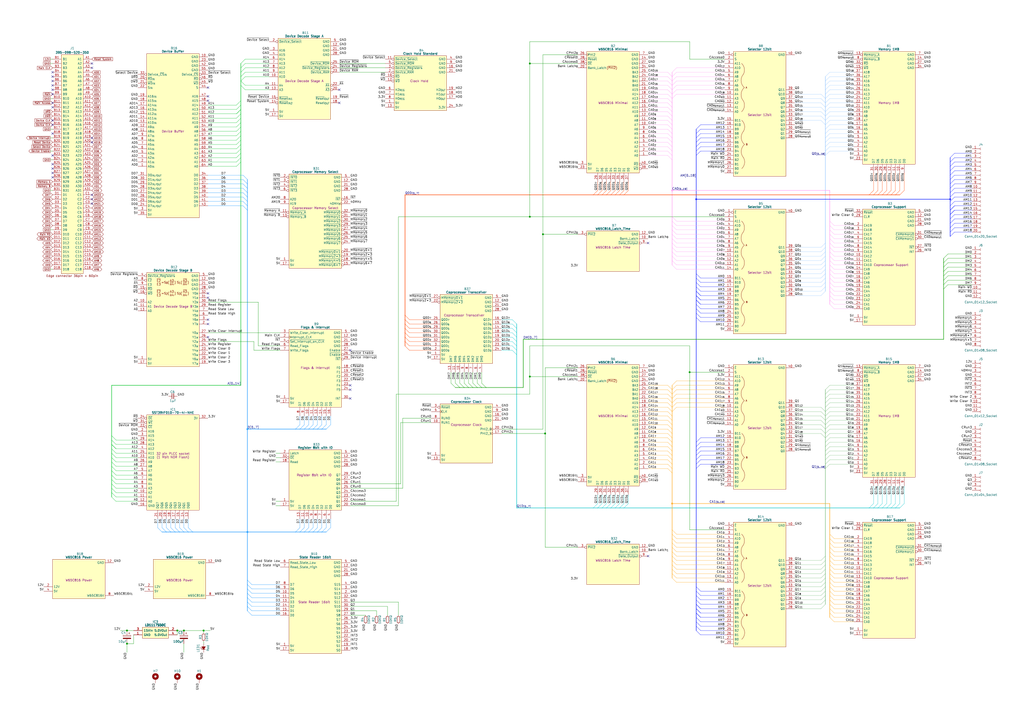
<source format=kicad_sch>
(kicad_sch (version 20250114) (generator "eeschema") (generator_version "9.0")
  (paper "A2")
  (title_block (title "Coprocessor Board") (date "2025-06-17") (rev "V0"))
  (lib_symbols
    (symbol "Connector:Conn_01x04_Socket" (pin_names (offset 1.016) (hide yes))
      (property "Reference" "J" (at 0 5.08 0))
      (property "Value" "Conn_01x04_Socket" (at 0 -7.62 0))
      (symbol "Conn_01x04_Socket_1_1"
        (pin passive line (at -5.08 2.54 0) (length 3.81) (name "Pin_1") (number "1"))
        (pin passive line (at -5.08 0 0) (length 3.81) (name "Pin_2") (number "2"))
        (pin passive line (at -5.08 -2.54 0) (length 3.81) (name "Pin_3") (number "3"))
        (pin passive line (at -5.08 -5.08 0) (length 3.81) (name "Pin_4") (number "4"))
      )
    )
    (symbol "Connector:Conn_01x08_Socket" (pin_names (offset 1.016) (hide yes))
      (property "Reference" "J" (at 0 10.16 0))
      (property "Value" "Conn_01x08_Socket" (at 0 -12.7 0))
      (symbol "Conn_01x08_Socket_1_1"
        (pin passive line (at -5.08 7.62 0) (length 3.81) (name "Pin_1") (number "1"))
        (pin passive line (at -5.08 5.08 0) (length 3.81) (name "Pin_2") (number "2"))
        (pin passive line (at -5.08 2.54 0) (length 3.81) (name "Pin_3") (number "3"))
        (pin passive line (at -5.08 0 0) (length 3.81) (name "Pin_4") (number "4"))
        (pin passive line (at -5.08 -2.54 0) (length 3.81) (name "Pin_5") (number "5"))
        (pin passive line (at -5.08 -5.08 0) (length 3.81) (name "Pin_6") (number "6"))
        (pin passive line (at -5.08 -7.62 0) (length 3.81) (name "Pin_7") (number "7"))
        (pin passive line (at -5.08 -10.16 0) (length 3.81) (name "Pin_8") (number "8"))
      )
    )
    (symbol "Connector:Conn_01x12_Socket" (pin_names (offset 1.016) (hide yes))
      (property "Reference" "J" (at 0 15.24 0))
      (property "Value" "Conn_01x12_Socket" (at 0 -17.78 0))
      (symbol "Conn_01x12_Socket_1_1"
        (pin passive line (at -5.08 12.7 0) (length 3.81) (name "Pin_1") (number "1"))
        (pin passive line (at -5.08 10.16 0) (length 3.81) (name "Pin_2") (number "2"))
        (pin passive line (at -5.08 7.62 0) (length 3.81) (name "Pin_3") (number "3"))
        (pin passive line (at -5.08 5.08 0) (length 3.81) (name "Pin_4") (number "4"))
        (pin passive line (at -5.08 2.54 0) (length 3.81) (name "Pin_5") (number "5"))
        (pin passive line (at -5.08 0 0) (length 3.81) (name "Pin_6") (number "6"))
        (pin passive line (at -5.08 -2.54 0) (length 3.81) (name "Pin_7") (number "7"))
        (pin passive line (at -5.08 -5.08 0) (length 3.81) (name "Pin_8") (number "8"))
        (pin passive line (at -5.08 -7.62 0) (length 3.81) (name "Pin_9") (number "9"))
        (pin passive line (at -5.08 -10.16 0) (length 3.81) (name "Pin_10") (number "10"))
        (pin passive line (at -5.08 -12.7 0) (length 3.81) (name "Pin_11") (number "11"))
        (pin passive line (at -5.08 -15.24 0) (length 3.81) (name "Pin_12") (number "12"))
      )
    )
    (symbol "Connector:Conn_01x20_Socket" (pin_names (offset 1.016) (hide yes))
      (property "Reference" "J" (at 0 25.4 0))
      (property "Value" "Conn_01x20_Socket" (at 0 -27.94 0))
      (symbol "Conn_01x20_Socket_1_1"
        (pin passive line (at -5.08 22.86 0) (length 3.81) (name "Pin_1") (number "1"))
        (pin passive line (at -5.08 20.32 0) (length 3.81) (name "Pin_2") (number "2"))
        (pin passive line (at -5.08 17.78 0) (length 3.81) (name "Pin_3") (number "3"))
        (pin passive line (at -5.08 15.24 0) (length 3.81) (name "Pin_4") (number "4"))
        (pin passive line (at -5.08 12.7 0) (length 3.81) (name "Pin_5") (number "5"))
        (pin passive line (at -5.08 10.16 0) (length 3.81) (name "Pin_6") (number "6"))
        (pin passive line (at -5.08 7.62 0) (length 3.81) (name "Pin_7") (number "7"))
        (pin passive line (at -5.08 5.08 0) (length 3.81) (name "Pin_8") (number "8"))
        (pin passive line (at -5.08 2.54 0) (length 3.81) (name "Pin_9") (number "9"))
        (pin passive line (at -5.08 0 0) (length 3.81) (name "Pin_10") (number "10"))
        (pin passive line (at -5.08 -2.54 0) (length 3.81) (name "Pin_11") (number "11"))
        (pin passive line (at -5.08 -5.08 0) (length 3.81) (name "Pin_12") (number "12"))
        (pin passive line (at -5.08 -7.62 0) (length 3.81) (name "Pin_13") (number "13"))
        (pin passive line (at -5.08 -10.16 0) (length 3.81) (name "Pin_14") (number "14"))
        (pin passive line (at -5.08 -12.7 0) (length 3.81) (name "Pin_15") (number "15"))
        (pin passive line (at -5.08 -15.24 0) (length 3.81) (name "Pin_16") (number "16"))
        (pin passive line (at -5.08 -17.78 0) (length 3.81) (name "Pin_17") (number "17"))
        (pin passive line (at -5.08 -20.32 0) (length 3.81) (name "Pin_18") (number "18"))
        (pin passive line (at -5.08 -22.86 0) (length 3.81) (name "Pin_19") (number "19"))
        (pin passive line (at -5.08 -25.4 0) (length 3.81) (name "Pin_20") (number "20"))
      )
    )
    (symbol "EDAC:395-098-520-350" (pin_names (offset 0.762))
      (property "Reference" "J" (at 11.43 6.35 0))
      (property "Value" "395-098-520-350" (at 11.43 3.81 0))
      (symbol "395-098-520-350_0_0"
        (pin passive line (at 0 0 0) (length 5.08) (name "B1") (number "B1"))
        (pin passive line (at 0 -2.54 0) (length 5.08) (name "B2") (number "B2"))
        (pin passive line (at 0 -5.08 0) (length 5.08) (name "B3") (number "B3"))
        (pin passive line (at 0 -7.62 0) (length 5.08) (name "B4") (number "B4"))
        (pin passive line (at 0 -10.16 0) (length 5.08) (name "B5") (number "B5"))
        (pin passive line (at 0 -12.7 0) (length 5.08) (name "B6") (number "B6"))
        (pin passive line (at 0 -15.24 0) (length 5.08) (name "B7") (number "B7"))
        (pin passive line (at 0 -17.78 0) (length 5.08) (name "B8") (number "B8"))
        (pin passive line (at 0 -20.32 0) (length 5.08) (name "B9") (number "B9"))
        (pin passive line (at 0 -22.86 0) (length 5.08) (name "B10") (number "B10"))
        (pin passive line (at 0 -25.4 0) (length 5.08) (name "B11") (number "B11"))
        (pin passive line (at 0 -27.94 0) (length 5.08) (name "B12") (number "B12"))
        (pin passive line (at 0 -30.48 0) (length 5.08) (name "B13") (number "B13"))
        (pin passive line (at 0 -33.02 0) (length 5.08) (name "B14") (number "B14"))
        (pin passive line (at 0 -35.56 0) (length 5.08) (name "B15") (number "B15"))
        (pin passive line (at 0 -38.1 0) (length 5.08) (name "B16") (number "B16"))
        (pin passive line (at 0 -40.64 0) (length 5.08) (name "B17") (number "B17"))
        (pin passive line (at 0 -43.18 0) (length 5.08) (name "B18") (number "B18"))
        (pin passive line (at 0 -45.72 0) (length 5.08) (name "B19") (number "B19"))
        (pin passive line (at 0 -48.26 0) (length 5.08) (name "B20") (number "B20"))
        (pin passive line (at 0 -50.8 0) (length 5.08) (name "B21") (number "B21"))
        (pin passive line (at 0 -53.34 0) (length 5.08) (name "B22") (number "B22"))
        (pin passive line (at 0 -55.88 0) (length 5.08) (name "B23") (number "B23"))
        (pin passive line (at 0 -58.42 0) (length 5.08) (name "B24") (number "B24"))
        (pin passive line (at 0 -60.96 0) (length 5.08) (name "B25") (number "B25"))
        (pin passive line (at 0 -63.5 0) (length 5.08) (name "B26") (number "B26"))
        (pin passive line (at 0 -66.04 0) (length 5.08) (name "B27") (number "B27"))
        (pin passive line (at 0 -68.58 0) (length 5.08) (name "B28") (number "B28"))
        (pin passive line (at 0 -71.12 0) (length 5.08) (name "B29") (number "B29"))
        (pin passive line (at 0 -73.66 0) (length 5.08) (name "B30") (number "B30"))
        (pin passive line (at 0 -76.2 0) (length 5.08) (name "B31") (number "B31"))
        (pin passive line (at 0 -78.74 0) (length 5.08) (name "D1") (number "D1"))
        (pin passive line (at 0 -81.28 0) (length 5.08) (name "D2") (number "D2"))
        (pin passive line (at 0 -83.82 0) (length 5.08) (name "D3") (number "D3"))
        (pin passive line (at 0 -86.36 0) (length 5.08) (name "D4") (number "D4"))
        (pin passive line (at 0 -88.9 0) (length 5.08) (name "D5") (number "D5"))
        (pin passive line (at 0 -91.44 0) (length 5.08) (name "D6") (number "D6"))
        (pin passive line (at 0 -93.98 0) (length 5.08) (name "D7") (number "D7"))
        (pin passive line (at 0 -96.52 0) (length 5.08) (name "D8") (number "D8"))
        (pin passive line (at 0 -99.06 0) (length 5.08) (name "D9") (number "D9"))
        (pin passive line (at 0 -101.6 0) (length 5.08) (name "D10") (number "D10"))
        (pin passive line (at 0 -104.14 0) (length 5.08) (name "D11") (number "D11"))
        (pin passive line (at 0 -106.68 0) (length 5.08) (name "D12") (number "D12"))
        (pin passive line (at 0 -109.22 0) (length 5.08) (name "D13") (number "D13"))
        (pin passive line (at 0 -111.76 0) (length 5.08) (name "D14") (number "D14"))
        (pin passive line (at 0 -114.3 0) (length 5.08) (name "D15") (number "D15"))
        (pin passive line (at 0 -116.84 0) (length 5.08) (name "D16") (number "D16"))
        (pin passive line (at 0 -119.38 0) (length 5.08) (name "D17") (number "D17"))
        (pin passive line (at 0 -121.92 0) (length 5.08) (name "D18") (number "D18"))
        (pin passive line (at 22.86 0 180) (length 5.08) (name "A1") (number "A1"))
        (pin passive line (at 22.86 -2.54 180) (length 5.08) (name "A2") (number "A2"))
        (pin passive line (at 22.86 -5.08 180) (length 5.08) (name "A3") (number "A3"))
        (pin passive line (at 22.86 -7.62 180) (length 5.08) (name "A4") (number "A4"))
        (pin passive line (at 22.86 -10.16 180) (length 5.08) (name "A5") (number "A5"))
        (pin passive line (at 22.86 -12.7 180) (length 5.08) (name "A6") (number "A6"))
        (pin passive line (at 22.86 -15.24 180) (length 5.08) (name "A7") (number "A7"))
        (pin passive line (at 22.86 -17.78 180) (length 5.08) (name "A8") (number "A8"))
        (pin passive line (at 22.86 -20.32 180) (length 5.08) (name "A9") (number "A9"))
        (pin passive line (at 22.86 -22.86 180) (length 5.08) (name "A10") (number "A10"))
        (pin passive line (at 22.86 -25.4 180) (length 5.08) (name "A11") (number "A11"))
        (pin passive line (at 22.86 -27.94 180) (length 5.08) (name "A12") (number "A12"))
        (pin passive line (at 22.86 -30.48 180) (length 5.08) (name "A13") (number "A13"))
        (pin passive line (at 22.86 -33.02 180) (length 5.08) (name "A14") (number "A14"))
        (pin passive line (at 22.86 -35.56 180) (length 5.08) (name "A15") (number "A15"))
        (pin passive line (at 22.86 -38.1 180) (length 5.08) (name "A16") (number "A16"))
        (pin passive line (at 22.86 -40.64 180) (length 5.08) (name "A17") (number "A17"))
        (pin passive line (at 22.86 -43.18 180) (length 5.08) (name "A18") (number "A18"))
        (pin passive line (at 22.86 -45.72 180) (length 5.08) (name "A19") (number "A19"))
        (pin passive line (at 22.86 -48.26 180) (length 5.08) (name "A20") (number "A20"))
        (pin passive line (at 22.86 -50.8 180) (length 5.08) (name "A21") (number "A21"))
        (pin passive line (at 22.86 -53.34 180) (length 5.08) (name "A22") (number "A22"))
        (pin passive line (at 22.86 -55.88 180) (length 5.08) (name "A23") (number "A23"))
        (pin passive line (at 22.86 -58.42 180) (length 5.08) (name "A24") (number "A24"))
        (pin passive line (at 22.86 -60.96 180) (length 5.08) (name "A25") (number "A25"))
        (pin passive line (at 22.86 -63.5 180) (length 5.08) (name "A26") (number "A26"))
        (pin passive line (at 22.86 -66.04 180) (length 5.08) (name "A27") (number "A27"))
        (pin passive line (at 22.86 -68.58 180) (length 5.08) (name "A28") (number "A28"))
        (pin passive line (at 22.86 -71.12 180) (length 5.08) (name "A29") (number "A29"))
        (pin passive line (at 22.86 -73.66 180) (length 5.08) (name "A30") (number "A30"))
        (pin passive line (at 22.86 -76.2 180) (length 5.08) (name "A31") (number "A31"))
        (pin passive line (at 22.86 -78.74 180) (length 5.08) (name "C1") (number "C1"))
        (pin passive line (at 22.86 -81.28 180) (length 5.08) (name "C2") (number "C2"))
        (pin passive line (at 22.86 -83.82 180) (length 5.08) (name "C3") (number "C3"))
        (pin passive line (at 22.86 -86.36 180) (length 5.08) (name "C4") (number "C4"))
        (pin passive line (at 22.86 -88.9 180) (length 5.08) (name "C5") (number "C5"))
        (pin passive line (at 22.86 -91.44 180) (length 5.08) (name "C6") (number "C6"))
        (pin passive line (at 22.86 -93.98 180) (length 5.08) (name "C7") (number "C7"))
        (pin passive line (at 22.86 -96.52 180) (length 5.08) (name "C8") (number "C8"))
        (pin passive line (at 22.86 -99.06 180) (length 5.08) (name "C9") (number "C9"))
        (pin passive line (at 22.86 -101.6 180) (length 5.08) (name "C10") (number "C10"))
        (pin passive line (at 22.86 -104.14 180) (length 5.08) (name "C11") (number "C11"))
        (pin passive line (at 22.86 -106.68 180) (length 5.08) (name "C12") (number "C12"))
        (pin passive line (at 22.86 -109.22 180) (length 5.08) (name "C13") (number "C13"))
        (pin passive line (at 22.86 -111.76 180) (length 5.08) (name "C14") (number "C14"))
        (pin passive line (at 22.86 -114.3 180) (length 5.08) (name "C15") (number "C15"))
        (pin passive line (at 22.86 -116.84 180) (length 5.08) (name "C16") (number "C16"))
        (pin passive line (at 22.86 -119.38 180) (length 5.08) (name "C17") (number "C17"))
        (pin passive line (at 22.86 -121.92 180) (length 5.08) (name "C18") (number "C18"))
      )
      (symbol "395-098-520-350_1_1"
        (text "Edge connector 36pin + 60pin" (at 11.43 -125.73 0) (effects (font (size 1.27 1.27))))
      )
    )
    (symbol "HCP65:C_0805" (pin_numbers (hide yes)) (pin_names (offset 0.254) (hide yes))
      (property "Reference" "C" (at 2.286 2.54 0))
      (property "Value" "?μF" (at 2.54 -2.54 0))
      (symbol "C_0805_1_1"
        (pin passive line (at 0 0 0) (length 2.032) (name "~") (number "1"))
        (pin passive line (at 5.08 0 180) (length 2.032) (name "~") (number "2"))
      )
    )
    (symbol "HCP65:C_Radial_D4.0mm_P2.00mm" (pin_numbers (hide yes)) (pin_names (offset 0.254))
      (property "Reference" "C" (at 0.635 2.54 0))
      (property "Value" "?μF" (at 0.635 -2.54 0))
      (symbol "C_Radial_D4.0mm_P2.00mm_1_1"
        (pin passive line (at 0 3.81 270) (length 2.794) (name "~") (number "1"))
        (pin passive line (at 0 -3.81 90) (length 2.794) (name "~") (number "2"))
      )
    )
    (symbol "HCP65:Clock_Hold_Standard"
      (property "Reference" "B" (at 15.875 5.08 0))
      (property "Value" "Clock Hold Standard" (at 15.24 3.175 0))
      (property "Description" "Clock Hold" (at 14.605 -12.7 0))
      (symbol "Clock_Hold_Standard_1_1"
        (pin input inverted (at -5.08 0 0) (length 5.08) (name "~{Device_Select}") (number "11"))
        (pin input inverted (at -5.08 -2.54 0) (length 5.08) (name "~{Device_ROM}") (number "5"))
        (pin input inverted (at -5.08 -5.08 0) (length 5.08) (name "~{Device_Registers}") (number "3"))
        (pin input inverted (at -5.08 -7.62 0) (length 5.08) (name "~{Device_RAM}") (number "2"))
        (pin input inverted (at -5.08 -10.16 0) (length 5.08) (name "~{RD}") (number "10"))
        (pin input inverted (at -5.08 -12.7 0) (length 5.08) (name "~{WD}") (number "12"))
        (pin no_connect line (at -5.08 -15.24 0) (length 5.08) (hide yes) (name "N.C.") (number "14"))
        (pin input line (at -5.08 -17.78 0) (length 5.08) (name "H2_{REG}") (number "6"))
        (pin input line (at -5.08 -20.32 0) (length 5.08) (name "H1_{REG}") (number "7"))
        (pin input line (at -5.08 -22.86 0) (length 5.08) (name "H0_{REG}") (number "8"))
        (pin passive line (at -5.08 -25.4 0) (length 5.08) (name "5V") (number "1"))
        (pin passive line (at -5.08 -27.94 0) (length 5.08) (name "5V") (number "13"))
        (pin passive line (at 35.56 0 180) (length 5.08) (name "GND") (number "4"))
        (pin passive line (at 35.56 -2.54 180) (length 5.08) (name "GND") (number "9"))
        (pin passive line (at 35.56 -5.08 180) (length 5.08) (name "GND") (number "16"))
        (pin passive line (at 35.56 -7.62 180) (length 5.08) (name "GND") (number "21"))
        (pin no_connect line (at 35.56 -10.16 180) (length 5.08) (hide yes) (name "N.C.") (number "22"))
        (pin no_connect line (at 35.56 -12.7 180) (length 5.08) (hide yes) (name "N.C.") (number "20"))
        (pin no_connect line (at 35.56 -15.24 180) (length 5.08) (hide yes) (name "N.C.") (number "23"))
        (pin output line (at 35.56 -17.78 180) (length 5.08) (name "H2_{OUT}") (number "19"))
        (pin output line (at 35.56 -20.32 180) (length 5.08) (name "H1_{OUT}") (number "18"))
        (pin output line (at 35.56 -22.86 180) (length 5.08) (name "H0_{OUT}") (number "17"))
        (pin no_connect line (at 35.56 -25.4 180) (length 5.08) (hide yes) (name "N.C.") (number "15"))
        (pin passive line (at 35.56 -27.94 180) (length 5.08) (name "3.3V") (number "24"))
      )
    )
    (symbol "HCP65:Coprocessor Transceiver"
      (property "Reference" "B" (at 15.875 5.08 0))
      (property "Value" "Coprocessor Transceiver" (at 15.24 3.175 0))
      (property "Description" "Coprocessor Transceiver" (at 13.97 -10.16 0))
      (symbol "Coprocessor Transceiver_1_0"
        (pin tri_state line (at -5.08 -25.4 0) (length 5.08) (name "Q0D_{2}") (number "32"))
      )
      (symbol "Coprocessor Transceiver_1_1"
        (pin input inverted (at -5.08 0 0) (length 5.08) (name "M~{Memory0•1}") (number "27"))
        (pin input inverted (at -5.08 -2.54 0) (length 5.08) (name "M~{Memory2•3}") (number "22"))
        (pin tri_state line (at -5.08 -12.7 0) (length 5.08) (name "Q0D_{7}") (number "25"))
        (pin tri_state line (at -5.08 -15.24 0) (length 5.08) (name "Q0D_{6}") (number "26"))
        (pin tri_state line (at -5.08 -17.78 0) (length 5.08) (name "Q0D_{5}") (number "29"))
        (pin tri_state line (at -5.08 -20.32 0) (length 5.08) (name "Q0D_{4}") (number "30"))
        (pin tri_state line (at -5.08 -22.86 0) (length 5.08) (name "Q0D_{3}") (number "31"))
        (pin tri_state line (at -5.08 -27.94 0) (length 5.08) (name "Q0D_{1}") (number "3"))
        (pin tri_state line (at -5.08 -30.48 0) (length 5.08) (name "Q0D_{0}") (number "2"))
        (pin passive line (at -5.08 -33.02 0) (length 5.08) (name "5V") (number "1"))
        (pin passive line (at -5.08 -35.56 0) (length 5.08) (name "5V") (number "17"))
        (pin tri_state line (at 6.35 -43.18 90) (length 5.08) (name "DM7") (number "13"))
        (pin tri_state line (at 8.89 -43.18 90) (length 5.08) (name "DM6") (number "11"))
        (pin tri_state line (at 11.43 -43.18 90) (length 5.08) (name "DM5") (number "10"))
        (pin tri_state line (at 13.97 -43.18 90) (length 5.08) (name "DM4") (number "9"))
        (pin tri_state line (at 16.51 -43.18 90) (length 5.08) (name "DM3") (number "8"))
        (pin tri_state line (at 19.05 -43.18 90) (length 5.08) (name "DM2") (number "7"))
        (pin tri_state line (at 21.59 -43.18 90) (length 5.08) (name "DM1") (number "6"))
        (pin tri_state line (at 24.13 -43.18 90) (length 5.08) (name "DM0") (number "4"))
        (pin passive line (at 35.56 0 180) (length 5.08) (name "GND") (number "5"))
        (pin passive line (at 35.56 -2.54 180) (length 5.08) (name "GND") (number "12"))
        (pin passive line (at 35.56 -5.08 180) (length 5.08) (name "GND") (number "21"))
        (pin passive line (at 35.56 -7.62 180) (length 5.08) (name "GND") (number "28"))
        (pin tri_state line (at 35.56 -12.7 180) (length 5.08) (name "Q1D_{7}") (number "16"))
        (pin tri_state line (at 35.56 -15.24 180) (length 5.08) (name "Q1D_{6}") (number "15"))
        (pin tri_state line (at 35.56 -17.78 180) (length 5.08) (name "Q1D_{5}") (number "14"))
        (pin tri_state line (at 35.56 -20.32 180) (length 5.08) (name "Q1D_{4}") (number "18"))
        (pin tri_state line (at 35.56 -22.86 180) (length 5.08) (name "Q1D_{3}") (number "19"))
        (pin tri_state line (at 35.56 -25.4 180) (length 5.08) (name "Q1D_{2}") (number "20"))
        (pin tri_state line (at 35.56 -27.94 180) (length 5.08) (name "Q1D_{1}") (number "23"))
        (pin tri_state line (at 35.56 -30.48 180) (length 5.08) (name "Q1D_{0}") (number "24"))
      )
    )
    (symbol "HCP65:Coprocessor_Clock"
      (property "Reference" "B" (at 15.875 5.08 0))
      (property "Value" "Coprocessor Clock" (at 15.24 3.175 0))
      (property "Description" "Coprocessor Clock" (at 15.24 -10.16 0))
      (symbol "Coprocessor_Clock_1_1"
        (pin input inverted (at -5.08 0 0) (length 5.08) (name "~{Reset}") (number "3"))
        (pin input clock (at -5.08 -2.54 0) (length 5.08) (name "CLK") (number "5"))
        (pin input line (at -5.08 -6.35 0) (length 5.08) (name "RUN0") (number "8"))
        (pin input line (at -5.08 -8.89 0) (length 5.08) (name "RUN1") (number "10"))
        (pin no_connect line (at -5.08 -12.7 0) (length 5.08) (hide yes) (name "N.C.") (number "2"))
        (pin no_connect line (at -5.08 -15.24 0) (length 5.08) (hide yes) (name "N.C.") (number "6"))
        (pin no_connect line (at -5.08 -17.78 0) (length 5.08) (hide yes) (name "N.C.") (number "7"))
        (pin no_connect line (at -5.08 -20.32 0) (length 5.08) (hide yes) (name "N.C.") (number "18"))
        (pin no_connect line (at -5.08 -22.86 0) (length 5.08) (hide yes) (name "N.C.") (number "19"))
        (pin no_connect line (at -5.08 -25.4 0) (length 5.08) (hide yes) (name "N.C.") (number "22"))
        (pin passive line (at -5.08 -27.94 0) (length 5.08) (name "5V") (number "1"))
        (pin passive line (at -5.08 -30.48 0) (length 5.08) (name "5V") (number "13"))
        (pin passive line (at 35.56 0 180) (length 5.08) (name "GND") (number "4"))
        (pin passive line (at 35.56 -2.54 180) (length 5.08) (name "GND") (number "9"))
        (pin passive line (at 35.56 -5.08 180) (length 5.08) (name "GND") (number "16"))
        (pin passive line (at 35.56 -7.62 180) (length 5.08) (name "GND") (number "21"))
        (pin output clock (at 35.56 -12.7 180) (length 5.08) (name "PHI2_0") (number "20"))
        (pin output clock (at 35.56 -15.24 180) (length 5.08) (name "PHI2_1") (number "17"))
        (pin no_connect line (at 35.56 -17.78 180) (length 5.08) (hide yes) (name "N.C.") (number "11"))
        (pin no_connect line (at 35.56 -20.32 180) (length 5.08) (hide yes) (name "N.C.") (number "12"))
        (pin no_connect line (at 35.56 -22.86 180) (length 5.08) (hide yes) (name "N.C.") (number "14"))
        (pin no_connect line (at 35.56 -25.4 180) (length 5.08) (hide yes) (name "N.C.") (number "15"))
        (pin no_connect line (at 35.56 -27.94 180) (length 5.08) (hide yes) (name "N.C.") (number "23"))
        (pin no_connect line (at 35.56 -30.48 180) (length 5.08) (hide yes) (name "N.C.") (number "24"))
      )
    )
    (symbol "HCP65:Coprocessor_Memory_Select"
      (property "Reference" "B" (at 15.875 5.08 0))
      (property "Value" "Coprocessor Memory Select" (at 15.24 3.175 0))
      (property "Description" "Coprocessor Memory Select" (at 15.24 -17.78 0))
      (symbol "Coprocessor_Memory_Select_1_0"
        (pin output inverted (at 35.56 -20.32 180) (length 5.08) (name "M~{Memory0}") (number "32"))
      )
      (symbol "Coprocessor_Memory_Select_1_1"
        (pin input inverted (at -5.08 0 0) (length 5.08) (name "~{INT0}") (number "2"))
        (pin input inverted (at -5.08 -2.54 0) (length 5.08) (name "~{INT1}") (number "3"))
        (pin input inverted (at -5.08 -5.08 0) (length 5.08) (name "~{INT2}") (number "4"))
        (pin input inverted (at -5.08 -7.62 0) (length 5.08) (name "~{INT3}") (number "6"))
        (pin input line (at -5.08 -12.7 0) (length 5.08) (name "A20") (number "8"))
        (pin input line (at -5.08 -15.24 0) (length 5.08) (name "A19") (number "9"))
        (pin input inverted (at -5.08 -20.32 0) (length 5.08) (name "~{Memory_A}") (number "11"))
        (pin input inverted (at -5.08 -22.86 0) (length 5.08) (name "~{Memory_B}") (number "13"))
        (pin no_connect line (at -5.08 -38.1 0) (length 5.08) (hide yes) (name "N.C.") (number "7"))
        (pin no_connect line (at -5.08 -40.64 0) (length 5.08) (hide yes) (name "N.C.") (number "10"))
        (pin no_connect line (at -5.08 -43.18 0) (length 5.08) (hide yes) (name "N.C.") (number "14"))
        (pin no_connect line (at -5.08 -45.72 0) (length 5.08) (hide yes) (name "N.C.") (number "23"))
        (pin passive line (at -5.08 -48.26 0) (length 5.08) (name "5V") (number "1"))
        (pin passive line (at -5.08 -50.8 0) (length 5.08) (name "5V") (number "17"))
        (pin passive line (at 35.56 0 180) (length 5.08) (name "GND") (number "5"))
        (pin passive line (at 35.56 -2.54 180) (length 5.08) (name "GND") (number "12"))
        (pin passive line (at 35.56 -5.08 180) (length 5.08) (name "GND") (number "21"))
        (pin passive line (at 35.56 -7.62 180) (length 5.08) (name "GND") (number "28"))
        (pin output inverted (at 35.56 -12.7 180) (length 5.08) (name "~{INT}") (number "16"))
        (pin output clock (at 35.56 -15.24 180) (length 5.08) (name "40MHz") (number "22"))
        (pin output inverted (at 35.56 -22.86 180) (length 5.08) (name "M~{Memory1}") (number "31"))
        (pin output inverted (at 35.56 -25.4 180) (length 5.08) (name "M~{Memory2}") (number "30"))
        (pin output inverted (at 35.56 -27.94 180) (length 5.08) (name "M~{Memory3}") (number "29"))
        (pin output inverted (at 35.56 -30.48 180) (length 5.08) (name "M~{Memory4}") (number "27"))
        (pin output inverted (at 35.56 -33.02 180) (length 5.08) (name "M~{Memory5}") (number "26"))
        (pin output inverted (at 35.56 -35.56 180) (length 5.08) (name "M~{Memory6}") (number "25"))
        (pin output inverted (at 35.56 -38.1 180) (length 5.08) (name "M~{Memory7}") (number "24"))
        (pin output inverted (at 35.56 -43.18 180) (length 5.08) (name "M~{Memory0•1}") (number "20"))
        (pin output inverted (at 35.56 -45.72 180) (length 5.08) (name "M~{Memory2•3}") (number "19"))
        (pin output inverted (at 35.56 -48.26 180) (length 5.08) (name "M~{Memory4•5}") (number "18"))
        (pin output inverted (at 35.56 -50.8 180) (length 5.08) (name "M~{Memory6•7}") (number "15"))
      )
    )
    (symbol "HCP65:Coprocessor_Support"
      (property "Reference" "B" (at 15.875 5.08 0))
      (property "Value" "Coprocessor Support" (at 15.24 3.175 0))
      (property "Description" "Coprocessor Support" (at 16.51 -30.48 0))
      (symbol "Coprocessor_Support_1_0"
        (pin input inverted (at -5.08 0 0) (length 5.08) (name "~{Reset}") (number "32"))
      )
      (symbol "Coprocessor_Support_1_1"
        (pin input line (at -5.08 -2.54 0) (length 5.08) (name "CLR") (number "29"))
        (pin input line (at -5.08 -7.62 0) (length 5.08) (name "CA19") (number "2"))
        (pin input line (at -5.08 -10.16 0) (length 5.08) (name "CA18") (number "3"))
        (pin input line (at -5.08 -12.7 0) (length 5.08) (name "CA17") (number "4"))
        (pin input line (at -5.08 -15.24 0) (length 5.08) (name "CA16") (number "6"))
        (pin input line (at -5.08 -17.78 0) (length 5.08) (name "CA15") (number "7"))
        (pin input line (at -5.08 -20.32 0) (length 5.08) (name "CA14") (number "8"))
        (pin input line (at -5.08 -22.86 0) (length 5.08) (name "CA13") (number "9"))
        (pin input line (at -5.08 -25.4 0) (length 5.08) (name "CA12") (number "10"))
        (pin input line (at -5.08 -27.94 0) (length 5.08) (name "CA11") (number "11"))
        (pin input line (at -5.08 -30.48 0) (length 5.08) (name "CA10") (number "13"))
        (pin input line (at -5.08 -33.02 0) (length 5.08) (name "CA9") (number "14"))
        (pin input line (at -5.08 -35.56 0) (length 5.08) (name "CA8") (number "15"))
        (pin input line (at -5.08 -38.1 0) (length 5.08) (name "CA7") (number "16"))
        (pin input line (at -5.08 -40.64 0) (length 5.08) (name "CA6") (number "18"))
        (pin input line (at -5.08 -43.18 0) (length 5.08) (name "CA5") (number "19"))
        (pin input line (at -5.08 -45.72 0) (length 5.08) (name "CA4") (number "20"))
        (pin input line (at -5.08 -48.26 0) (length 5.08) (name "CA3") (number "22"))
        (pin input line (at -5.08 -50.8 0) (length 5.08) (name "CA2") (number "23"))
        (pin input line (at -5.08 -53.34 0) (length 5.08) (name "CA1") (number "24"))
        (pin input line (at -5.08 -55.88 0) (length 5.08) (name "CA0") (number "25"))
        (pin passive line (at -5.08 -60.96 0) (length 5.08) (name "5V") (number "1"))
        (pin passive line (at -5.08 -63.5 0) (length 5.08) (name "5V") (number "17"))
        (pin passive line (at 35.56 0 180) (length 5.08) (name "GND") (number "5"))
        (pin passive line (at 35.56 -2.54 180) (length 5.08) (name "GND") (number "12"))
        (pin passive line (at 35.56 -5.08 180) (length 5.08) (name "GND") (number "21"))
        (pin passive line (at 35.56 -7.62 180) (length 5.08) (name "GND") (number "28"))
        (pin output inverted (at 35.56 -12.7 180) (length 5.08) (name "~{CAMemory0}") (number "31"))
        (pin output inverted (at 35.56 -15.24 180) (length 5.08) (name "~{CAMemory1}") (number "30"))
        (pin output inverted (at 35.56 -20.32 180) (length 5.08) (name "~{INT}") (number "27"))
        (pin output line (at 35.56 -22.86 180) (length 5.08) (name "INT") (number "26"))
      )
    )
    (symbol "HCP65:Device_Buffer"
      (property "Reference" "B" (at 15.875 5.08 0))
      (property "Value" "Device Buffer" (at 15.24 3.175 0))
      (property "Description" "Device Buffer" (at 15.24 -43.18 0))
      (symbol "Device_Buffer_1_0"
        (pin passive line (at 35.56 -5.08 180) (length 5.08) (name "GND") (number "42"))
        (pin output line (at 35.56 -38.1 180) (length 5.08) (name "A10") (number "53"))
        (pin output line (at 35.56 -40.64 180) (length 5.08) (name "A9") (number "54"))
      )
      (symbol "Device_Buffer_1_1"
        (pin input inverted (at -5.08 -10.16 0) (length 5.08) (name "Deivce_~{CS}_{IN}") (number "32"))
        (pin input inverted (at -5.08 -12.7 0) (length 5.08) (name "~{RD}_{IN}") (number "20"))
        (pin input inverted (at -5.08 -15.24 0) (length 5.08) (name "~{WD}_{IN}") (number "21"))
        (pin input line (at -5.08 -17.78 0) (length 5.08) (name "S_{IN}") (number "22"))
        (pin input line (at -5.08 -22.86 0) (length 5.08) (name "A16_{IN}") (number "19"))
        (pin input line (at -5.08 -25.4 0) (length 5.08) (name "A15_{IN}") (number "18"))
        (pin input line (at -5.08 -27.94 0) (length 5.08) (name "A14_{IN}") (number "17"))
        (pin input line (at -5.08 -30.48 0) (length 5.08) (name "A13_{IN}") (number "16"))
        (pin input line (at -5.08 -33.02 0) (length 5.08) (name "A12_{IN}") (number "15"))
        (pin input line (at -5.08 -35.56 0) (length 5.08) (name "A11_{IN}") (number "14"))
        (pin input line (at -5.08 -38.1 0) (length 5.08) (name "A10_{IN}") (number "13"))
        (pin input line (at -5.08 -40.64 0) (length 5.08) (name "A9_{IN}") (number "12"))
        (pin input line (at -5.08 -43.18 0) (length 5.08) (name "A8_{IN}") (number "11"))
        (pin input line (at -5.08 -45.72 0) (length 5.08) (name "A7_{IN}") (number "9"))
        (pin input line (at -5.08 -48.26 0) (length 5.08) (name "A6_{IN}") (number "8"))
        (pin input line (at -5.08 -50.8 0) (length 5.08) (name "A5_{IN}") (number "7"))
        (pin input line (at -5.08 -53.34 0) (length 5.08) (name "A4_{IN}") (number "6"))
        (pin input line (at -5.08 -55.88 0) (length 5.08) (name "A3_{IN}") (number "5"))
        (pin input line (at -5.08 -58.42 0) (length 5.08) (name "A2_{IN}") (number "4"))
        (pin input line (at -5.08 -60.96 0) (length 5.08) (name "A1_{IN}") (number "2"))
        (pin input line (at -5.08 -63.5 0) (length 5.08) (name "A0_{IN}") (number "1"))
        (pin tri_state line (at -5.08 -68.58 0) (length 5.08) (name "D0_{IN/OUT}") (number "31"))
        (pin tri_state line (at -5.08 -71.12 0) (length 5.08) (name "D1_{IN/OUT}") (number "30"))
        (pin tri_state line (at -5.08 -73.66 0) (length 5.08) (name "D2_{IN/OUT}") (number "29"))
        (pin tri_state line (at -5.08 -76.2 0) (length 5.08) (name "D3_{IN/OUT}") (number "28"))
        (pin tri_state line (at -5.08 -78.74 0) (length 5.08) (name "D4_{IN/OUT}") (number "27"))
        (pin tri_state line (at -5.08 -81.28 0) (length 5.08) (name "D5_{IN/OUT}") (number "26"))
        (pin tri_state line (at -5.08 -83.82 0) (length 5.08) (name "D6_{IN/OUT}") (number "25"))
        (pin tri_state line (at -5.08 -86.36 0) (length 5.08) (name "D7_{IN/OUT}") (number "24"))
        (pin passive line (at -5.08 -88.9 0) (length 5.08) (name "5V") (number "3"))
        (pin passive line (at -5.08 -91.44 0) (length 5.08) (name "5V") (number "35"))
        (pin passive line (at 35.56 0 180) (length 5.08) (name "GND") (number "10"))
        (pin passive line (at 35.56 -2.54 180) (length 5.08) (name "GND") (number "23"))
        (pin passive line (at 35.56 -7.62 180) (length 5.08) (name "GND") (number "55"))
        (pin output inverted (at 35.56 -10.16 180) (length 5.08) (name "Deivce_~{CS}") (number "33"))
        (pin output inverted (at 35.56 -12.7 180) (length 5.08) (name "~{RD}") (number "46"))
        (pin output inverted (at 35.56 -15.24 180) (length 5.08) (name "~{WD}") (number "45"))
        (pin output line (at 35.56 -17.78 180) (length 5.08) (name "S") (number "44"))
        (pin output line (at 35.56 -22.86 180) (length 5.08) (name "A16") (number "47"))
        (pin output line (at 35.56 -25.4 180) (length 5.08) (name "A15") (number "48"))
        (pin output line (at 35.56 -27.94 180) (length 5.08) (name "A14") (number "49"))
        (pin output line (at 35.56 -30.48 180) (length 5.08) (name "A13") (number "50"))
        (pin output line (at 35.56 -33.02 180) (length 5.08) (name "A12") (number "51"))
        (pin output line (at 35.56 -35.56 180) (length 5.08) (name "A11") (number "52"))
        (pin output line (at 35.56 -43.18 180) (length 5.08) (name "A8") (number "56"))
        (pin output line (at 35.56 -45.72 180) (length 5.08) (name "A7") (number "57"))
        (pin output line (at 35.56 -48.26 180) (length 5.08) (name "A6") (number "58"))
        (pin output line (at 35.56 -50.8 180) (length 5.08) (name "A5") (number "59"))
        (pin output line (at 35.56 -53.34 180) (length 5.08) (name "A4") (number "60"))
        (pin output line (at 35.56 -55.88 180) (length 5.08) (name "A3") (number "61"))
        (pin output line (at 35.56 -58.42 180) (length 5.08) (name "A2") (number "62"))
        (pin output line (at 35.56 -60.96 180) (length 5.08) (name "A1") (number "63"))
        (pin output line (at 35.56 -63.5 180) (length 5.08) (name "A0") (number "64"))
        (pin tri_state line (at 35.56 -68.58 180) (length 5.08) (name "D0") (number "34"))
        (pin tri_state line (at 35.56 -71.12 180) (length 5.08) (name "D1") (number "36"))
        (pin tri_state line (at 35.56 -73.66 180) (length 5.08) (name "D2") (number "37"))
        (pin tri_state line (at 35.56 -76.2 180) (length 5.08) (name "D3") (number "38"))
        (pin tri_state line (at 35.56 -78.74 180) (length 5.08) (name "D4") (number "39"))
        (pin tri_state line (at 35.56 -81.28 180) (length 5.08) (name "D5") (number "40"))
        (pin tri_state line (at 35.56 -83.82 180) (length 5.08) (name "D6") (number "41"))
        (pin tri_state line (at 35.56 -86.36 180) (length 5.08) (name "D7") (number "43"))
      )
    )
    (symbol "HCP65:Device_Decode_Stage_A"
      (property "Reference" "B" (at 15.875 5.08 0))
      (property "Value" "Device Decode Stage A" (at 15.24 3.175 0))
      (property "Description" "Device Decode Stage A" (at 15.24 -22.86 0))
      (symbol "Device_Decode_Stage_A_1_0"
        (pin passive line (at 35.56 -7.62 180) (length 5.08) (name "GND") (number "28"))
        (pin output inverted (at 35.56 -27.94 180) (length 5.08) (name "~{A3}") (number "20"))
        (pin output line (at 35.56 -33.02 180) (length 5.08) (name "~{Reset}_{OUT}") (number "19"))
        (pin output line (at 35.56 -35.56 180) (length 5.08) (name "Reset_{OUT}") (number "18"))
      )
      (symbol "Device_Decode_Stage_A_1_1"
        (pin input inverted (at -5.08 0 0) (length 5.08) (name "~{Device_Select}") (number "2"))
        (pin input line (at -5.08 -5.08 0) (length 5.08) (name "A16") (number "3"))
        (pin input line (at -5.08 -7.62 0) (length 5.08) (name "A15") (number "4"))
        (pin input line (at -5.08 -10.16 0) (length 5.08) (name "A14") (number "6"))
        (pin input line (at -5.08 -12.7 0) (length 5.08) (name "A13") (number "7"))
        (pin input line (at -5.08 -15.24 0) (length 5.08) (name "A12") (number "8"))
        (pin input line (at -5.08 -17.78 0) (length 5.08) (name "A11") (number "9"))
        (pin input line (at -5.08 -20.32 0) (length 5.08) (name "A10") (number "10"))
        (pin input line (at -5.08 -25.4 0) (length 5.08) (name "A4") (number "11"))
        (pin input line (at -5.08 -27.94 0) (length 5.08) (name "A3") (number "13"))
        (pin no_connect inverted (at -5.08 -30.48 0) (length 5.08) (hide yes) (name "N.C.") (number "26"))
        (pin input inverted (at -5.08 -33.02 0) (length 5.08) (name "~{Reset}_{IN1}") (number "15"))
        (pin input inverted (at -5.08 -35.56 0) (length 5.08) (name "~{Reset}_{IN2}") (number "14"))
        (pin passive line (at -5.08 -40.64 0) (length 5.08) (name "5V") (number "1"))
        (pin passive line (at -5.08 -43.18 0) (length 5.08) (name "5V") (number "17"))
        (pin passive line (at 35.56 0 180) (length 5.08) (name "GND") (number "5"))
        (pin passive line (at 35.56 -2.54 180) (length 5.08) (name "GND") (number "12"))
        (pin passive line (at 35.56 -5.08 180) (length 5.08) (name "GND") (number "21"))
        (pin no_connect inverted (at 35.56 -10.16 180) (length 5.08) (hide yes) (name "N.C.") (number "16"))
        (pin output inverted (at 35.56 -12.7 180) (length 5.08) (name "~{Device_ROM}") (number "25"))
        (pin output inverted (at 35.56 -15.24 180) (length 5.08) (name "~{Device_Registers}") (number "24"))
        (pin output inverted (at 35.56 -17.78 180) (length 5.08) (name "~{Device_RAM}") (number "23"))
        (pin no_connect inverted (at 35.56 -20.32 180) (length 5.08) (hide yes) (name "N.C.") (number "29"))
        (pin output inverted (at 35.56 -25.4 180) (length 5.08) (name "~{A4}") (number "22"))
        (pin no_connect inverted (at 35.56 -30.48 180) (length 5.08) (hide yes) (name "N.C.") (number "27"))
        (pin no_connect inverted (at 35.56 -38.1 180) (length 5.08) (hide yes) (name "N.C.") (number "31"))
        (pin no_connect inverted (at 35.56 -40.64 180) (length 5.08) (hide yes) (name "N.C.") (number "30"))
        (pin no_connect inverted (at 35.56 -43.18 180) (length 5.08) (hide yes) (name "N.C.") (number "32"))
      )
    )
    (symbol "HCP65:Device_Decode_Stage_B"
      (property "Reference" "B" (at 15.875 5.08 0))
      (property "Value" "Device Decode Stage B" (at 15.24 3.175 0))
      (property "Description" "Device Decode Stage B" (at 15.24 -17.78 0))
      (symbol "Device_Decode_Stage_B_1_1"
        (text "~{E2}\nE3" (at 6.985 -3.81 0) (effects (font (size 1.27 1.27))))
        (text "~{E2}\nE3" (at 6.985 -10.16 0) (effects (font (size 1.27 1.27))))
        (text "=S_{0}(" (at 10.795 -3.81 0) (effects (font (size 1.27 1.27))))
        (text "=S_{2}(" (at 10.795 -10.16 0) (effects (font (size 1.27 1.27))))
        (text "A3\n~{A4}" (at 14.605 -3.81 0) (effects (font (size 1.27 1.27))))
        (text "A3\nA4" (at 14.605 -10.16 0) (effects (font (size 1.27 1.27))))
        (text ")" (at 16.51 -3.81 0) (effects (font (size 1.27 1.27))))
        (text ")" (at 16.51 -10.16 0) (effects (font (size 1.27 1.27))))
        (text "S_{1}(" (at 19.05 -3.81 0) (effects (font (size 1.27 1.27))))
        (text "S_{3}(" (at 19.05 -10.16 0) (effects (font (size 1.27 1.27))))
        (text "~{A3}\n~{A4}" (at 22.225 -3.81 0) (effects (font (size 1.27 1.27))))
        (text "~{A3}\nA4" (at 22.225 -10.16 0) (effects (font (size 1.27 1.27))))
        (text ")" (at 24.13 -3.81 0) (effects (font (size 1.27 1.27))))
        (text ")" (at 24.13 -10.16 0) (effects (font (size 1.27 1.27))))
        (pin input inverted (at -5.08 0 0) (length 5.08) (name "~{Device_Registers}") (number "4"))
        (pin input inverted (at -5.08 -2.54 0) (length 5.08) (name "~{E2}") (number "8"))
        (pin input line (at -5.08 -5.08 0) (length 5.08) (name "E3") (number "9"))
        (pin input inverted (at -5.08 -7.62 0) (length 5.08) (name "~{RD}") (number "15"))
        (pin input inverted (at -5.08 -10.16 0) (length 5.08) (name "~{WD}") (number "16"))
        (pin input line (at -5.08 -15.24 0) (length 5.08) (name "A2") (number "10"))
        (pin input line (at -5.08 -17.78 0) (length 5.08) (name "A1") (number "11"))
        (pin input line (at -5.08 -20.32 0) (length 5.08) (name "A0") (number "13"))
        (pin no_connect line (at -5.08 -43.18 0) (length 5.08) (hide yes) (name "N.C.") (number "14"))
        (pin no_connect line (at -5.08 -45.72 0) (length 5.08) (hide yes) (name "N.C.") (number "18"))
        (pin passive line (at -5.08 -48.26 0) (length 5.08) (name "5V") (number "1"))
        (pin passive line (at -5.08 -50.8 0) (length 5.08) (name "5V") (number "17"))
        (pin passive line (at 35.56 0 180) (length 5.08) (name "GND") (number "5"))
        (pin passive line (at 35.56 -2.54 180) (length 5.08) (name "GND") (number "12"))
        (pin passive line (at 35.56 -5.08 180) (length 5.08) (name "GND") (number "21"))
        (pin passive line (at 35.56 -7.62 180) (length 5.08) (name "GND") (number "28"))
        (pin output line (at 35.56 -10.16 180) (length 5.08) (name "Y0_{R}") (number "32"))
        (pin output line (at 35.56 -12.7 180) (length 5.08) (name "Y1_{R}") (number "31"))
        (pin output line (at 35.56 -15.24 180) (length 5.08) (name "Y2_{R}") (number "30"))
        (pin output line (at 35.56 -17.78 180) (length 5.08) (name "Y3_{R}") (number "29"))
        (pin output line (at 35.56 -20.32 180) (length 5.08) (name "Y4_{R}") (number "7"))
        (pin output line (at 35.56 -22.86 180) (length 5.08) (name "Y5_{R}") (number "6"))
        (pin output line (at 35.56 -25.4 180) (length 5.08) (name "Y6_{R}") (number "3"))
        (pin output line (at 35.56 -27.94 180) (length 5.08) (name "Y7_{R}") (number "2"))
        (pin output line (at 35.56 -33.02 180) (length 5.08) (name "Y0_{W}") (number "27"))
        (pin output line (at 35.56 -35.56 180) (length 5.08) (name "Y1_{W}") (number "26"))
        (pin output line (at 35.56 -38.1 180) (length 5.08) (name "Y2_{W}") (number "25"))
        (pin output line (at 35.56 -40.64 180) (length 5.08) (name "Y3_{W}") (number "24"))
        (pin output line (at 35.56 -43.18 180) (length 5.08) (name "Y4_{W}") (number "23"))
        (pin output line (at 35.56 -45.72 180) (length 5.08) (name "Y5_{W}") (number "22"))
        (pin output line (at 35.56 -48.26 180) (length 5.08) (name "Y6_{W}") (number "20"))
        (pin output line (at 35.56 -50.8 180) (length 5.08) (name "Y7_{W}") (number "19"))
      )
    )
    (symbol "HCP65:Flags_Interrupt"
      (property "Reference" "B" (at 15.875 5.08 0))
      (property "Value" "Flags & Interrupt" (at 15.24 3.175 0))
      (property "Description" "Flags & Interrupt" (at 15.24 -20.32 0))
      (symbol "Flags_Interrupt_1_1"
        (pin input line (at -5.08 0 0) (length 5.08) (name "Write_Clear_Interrupt") (number "3"))
        (pin input clock (at -5.08 -2.54 0) (length 5.08) (name "Interrupt_CLK") (number "2"))
        (pin input inverted (at -5.08 -5.08 0) (length 5.08) (name "~{Set_Interrupt_on_CLK}") (number "4"))
        (pin input line (at -5.08 -7.62 0) (length 5.08) (name "Read_Flags") (number "6"))
        (pin input line (at -5.08 -10.16 0) (length 5.08) (name "Write_Flags") (number "7"))
        (pin passive line (at -5.08 -38.1 0) (length 5.08) (name "5V") (number "1"))
        (pin passive line (at -5.08 -40.64 0) (length 5.08) (name "5V") (number "17"))
        (pin input line (at 6.35 -48.26 90) (length 5.08) (name "D7") (number "8"))
        (pin input line (at 8.89 -48.26 90) (length 5.08) (name "D6") (number "9"))
        (pin input line (at 11.43 -48.26 90) (length 5.08) (name "D5") (number "10"))
        (pin input line (at 13.97 -48.26 90) (length 5.08) (name "D4") (number "11"))
        (pin input line (at 16.51 -48.26 90) (length 5.08) (name "D3") (number "13"))
        (pin input line (at 19.05 -48.26 90) (length 5.08) (name "D2") (number "14"))
        (pin input line (at 21.59 -48.26 90) (length 5.08) (name "D1") (number "15"))
        (pin input line (at 24.13 -48.26 90) (length 5.08) (name "D0") (number "16"))
        (pin passive line (at 35.56 0 180) (length 5.08) (name "GND") (number "5"))
        (pin passive line (at 35.56 -2.54 180) (length 5.08) (name "GND") (number "12"))
        (pin passive line (at 35.56 -5.08 180) (length 5.08) (name "GND") (number "21"))
        (pin passive line (at 35.56 -7.62 180) (length 5.08) (name "GND") (number "28"))
        (pin output line (at 35.56 -10.16 180) (length 5.08) (name "Enable") (number "27"))
        (pin output inverted (at 35.56 -12.7 180) (length 5.08) (name "~{Enable}") (number "26"))
        (pin output inverted (at 35.56 -15.24 180) (length 5.08) (name "~{INT}") (number "29"))
        (pin no_connect line (at 35.56 -17.78 180) (length 5.08) (hide yes) (name "N.C.") (number "32"))
        (pin output line (at 35.56 -20.32 180) (length 5.08) (name "F0") (number "18"))
        (pin output line (at 35.56 -22.86 180) (length 5.08) (name "F1") (number "19"))
        (pin output line (at 35.56 -25.4 180) (length 5.08) (name "F2") (number "20"))
        (pin output line (at 35.56 -27.94 180) (length 5.08) (name "F3") (number "22"))
        (pin output line (at 35.56 -30.48 180) (length 5.08) (name "F4") (number "23"))
        (pin output line (at 35.56 -33.02 180) (length 5.08) (name "F5") (number "24"))
        (pin no_connect line (at 35.56 -35.56 180) (length 5.08) (hide yes) (name "N.C.") (number "25"))
        (pin output line (at 35.56 -38.1 180) (length 5.08) (name "INT") (number "30"))
        (pin no_connect line (at 35.56 -40.64 180) (length 5.08) (hide yes) (name "N.C.") (number "31"))
      )
    )
    (symbol "HCP65:LED" (pin_numbers (hide yes)) (pin_names (offset 0.254) (hide yes))
      (property "Reference" "LED" (at 0 3.175 0))
      (property "Value" "Colour" (at 0 -2.54 0))
      (symbol "LED_1_1"
        (pin passive line (at -2.54 0 0) (length 1.778) (name "K") (number "1"))
        (pin passive line (at 2.54 0 180) (length 1.778) (name "A") (number "2"))
      )
    )
    (symbol "HCP65:Memory_1MB"
      (property "Reference" "B" (at 15.24 5.08 0))
      (property "Value" "Memory 1MB" (at 15.24 3.175 0))
      (property "Description" "Memory 1MB" (at 15.24 -27.94 0))
      (symbol "Memory_1MB_1_0"
        (pin input inverted (at -5.08 -5.08 0) (length 5.08) (name "~{RD}") (number "32"))
        (pin no_connect line (at 35.56 -58.42 180) (length 5.08) (hide yes) (name "N.C.") (number "39"))
        (pin no_connect line (at 35.56 -60.96 180) (length 5.08) (hide yes) (name "N.C.") (number "40"))
      )
      (symbol "Memory_1MB_1_1"
        (pin input inverted (at -5.08 0 0) (length 5.08) (name "~{Memory_A}") (number "13"))
        (pin input inverted (at -5.08 -2.54 0) (length 5.08) (name "~{Memory_B}") (number "8"))
        (pin input inverted (at -5.08 -7.62 0) (length 5.08) (name "~{WD}") (number "15"))
        (pin input line (at -5.08 -10.16 0) (length 5.08) (name "A18") (number "37"))
        (pin input line (at -5.08 -12.7 0) (length 5.08) (name "A17") (number "36"))
        (pin input line (at -5.08 -15.24 0) (length 5.08) (name "A16") (number "35"))
        (pin input line (at -5.08 -17.78 0) (length 5.08) (name "A15") (number "33"))
        (pin input line (at -5.08 -20.32 0) (length 5.08) (name "A14") (number "26"))
        (pin input line (at -5.08 -22.86 0) (length 5.08) (name "A13") (number "25"))
        (pin input line (at -5.08 -25.4 0) (length 5.08) (name "A12") (number "24"))
        (pin input line (at -5.08 -27.94 0) (length 5.08) (name "A11") (number "22"))
        (pin input line (at -5.08 -30.48 0) (length 5.08) (name "A10") (number "21"))
        (pin input line (at -5.08 -33.02 0) (length 5.08) (name "A9") (number "20"))
        (pin input line (at -5.08 -35.56 0) (length 5.08) (name "A8") (number "19"))
        (pin input line (at -5.08 -38.1 0) (length 5.08) (name "A7") (number "18"))
        (pin input line (at -5.08 -40.64 0) (length 5.08) (name "A6") (number "17"))
        (pin input line (at -5.08 -43.18 0) (length 5.08) (name "A5") (number "16"))
        (pin input line (at -5.08 -45.72 0) (length 5.08) (name "A4") (number "6"))
        (pin input line (at -5.08 -48.26 0) (length 5.08) (name "A3") (number "5"))
        (pin input line (at -5.08 -50.8 0) (length 5.08) (name "A2") (number "4"))
        (pin input line (at -5.08 -53.34 0) (length 5.08) (name "A1") (number "2"))
        (pin input line (at -5.08 -55.88 0) (length 5.08) (name "A0") (number "1"))
        (pin passive line (at -5.08 -58.42 0) (length 5.08) (name "5V") (number "3"))
        (pin passive line (at -5.08 -60.96 0) (length 5.08) (name "5V") (number "23"))
        (pin tri_state line (at 6.35 -68.58 90) (length 5.08) (name "D7") (number "31"))
        (pin tri_state line (at 8.89 -68.58 90) (length 5.08) (name "D6") (number "30"))
        (pin tri_state line (at 11.43 -68.58 90) (length 5.08) (name "D5") (number "29"))
        (pin tri_state line (at 13.97 -68.58 90) (length 5.08) (name "D4") (number "28"))
        (pin tri_state line (at 16.51 -68.58 90) (length 5.08) (name "D3") (number "12"))
        (pin tri_state line (at 19.05 -68.58 90) (length 5.08) (name "D2") (number "11"))
        (pin tri_state line (at 21.59 -68.58 90) (length 5.08) (name "D1") (number "10"))
        (pin tri_state line (at 24.13 -68.58 90) (length 5.08) (name "D0") (number "9"))
        (pin passive line (at 35.56 0 180) (length 5.08) (name "GND") (number "7"))
        (pin passive line (at 35.56 -2.54 180) (length 5.08) (name "GND") (number "14"))
        (pin passive line (at 35.56 -5.08 180) (length 5.08) (name "GND") (number "27"))
        (pin passive line (at 35.56 -7.62 180) (length 5.08) (name "GND") (number "34"))
        (pin no_connect line (at 35.56 -55.88 180) (length 5.08) (hide yes) (name "N.C.") (number "38"))
      )
    )
    (symbol "HCP65:MountingHole_Pad" (pin_numbers (hide yes)) (pin_names (offset 1.016) (hide yes))
      (property "Reference" "H" (at 0 4.445 0))
      (symbol "MountingHole_Pad_1_1"
        (pin passive line (at 0 -2.54 90) (length 2.54) (name "GND") (number "1"))
      )
    )
    (symbol "HCP65:R_0805" (pin_numbers (hide yes)) (pin_names (hide yes))
      (property "Reference" "R" (at 2.54 1.778 0))
      (property "Value" "?Ω" (at 2.54 -1.905 0))
      (symbol "R_0805_1_1"
        (pin passive line (at 0 0 0) (length 0.72) (name "~") (number "1"))
        (pin passive line (at 5.08 0 180) (length 0.72) (name "~") (number "2"))
      )
    )
    (symbol "HCP65:Register_8bit_with_IO"
      (property "Reference" "B" (at 15.875 5.08 0))
      (property "Value" "Register 8bit with IO" (at 15.24 3.175 0))
      (property "Description" "Register 8bit with IO" (at 14.605 -12.7 0))
      (symbol "Register_8bit_with_IO_1_0"
        (pin input inverted (at -5.08 -2.54 0) (length 5.08) (name "~{OE}") (number "32"))
      )
      (symbol "Register_8bit_with_IO_1_1"
        (pin input line (at -5.08 0 0) (length 5.08) (name "Latch") (number "2"))
        (pin input line (at -5.08 -5.08 0) (length 5.08) (name "Read") (number "18"))
        (pin no_connect line (at -5.08 -10.16 0) (length 5.08) (hide yes) (name "N.C.") (number "3"))
        (pin no_connect line (at -5.08 -12.7 0) (length 5.08) (hide yes) (name "N.C.") (number "14"))
        (pin no_connect line (at -5.08 -15.24 0) (length 5.08) (hide yes) (name "N.C.") (number "15"))
        (pin no_connect line (at -5.08 -17.78 0) (length 5.08) (hide yes) (name "N.C.") (number "16"))
        (pin no_connect line (at -5.08 -20.32 0) (length 5.08) (hide yes) (name "N.C.") (number "19"))
        (pin no_connect line (at -5.08 -22.86 0) (length 5.08) (hide yes) (name "N.C.") (number "30"))
        (pin no_connect line (at -5.08 -25.4 0) (length 5.08) (hide yes) (name "N.C.") (number "31"))
        (pin passive line (at -5.08 -27.94 0) (length 5.08) (name "5V") (number "1"))
        (pin passive line (at -5.08 -30.48 0) (length 5.08) (name "5V") (number "17"))
        (pin tri_state line (at 6.35 -38.1 90) (length 5.08) (name "D7") (number "13"))
        (pin tri_state line (at 8.89 -38.1 90) (length 5.08) (name "D6") (number "11"))
        (pin tri_state line (at 11.43 -38.1 90) (length 5.08) (name "D5") (number "10"))
        (pin tri_state line (at 13.97 -38.1 90) (length 5.08) (name "D4") (number "9"))
        (pin tri_state line (at 16.51 -38.1 90) (length 5.08) (name "D3") (number "8"))
        (pin tri_state line (at 19.05 -38.1 90) (length 5.08) (name "D2") (number "7"))
        (pin tri_state line (at 21.59 -38.1 90) (length 5.08) (name "D1") (number "6"))
        (pin tri_state line (at 24.13 -38.1 90) (length 5.08) (name "D0") (number "4"))
        (pin passive line (at 35.56 0 180) (length 5.08) (name "GND") (number "5"))
        (pin passive line (at 35.56 -2.54 180) (length 5.08) (name "GND") (number "12"))
        (pin passive line (at 35.56 -5.08 180) (length 5.08) (name "GND") (number "21"))
        (pin passive line (at 35.56 -7.62 180) (length 5.08) (name "GND") (number "28"))
        (pin output line (at 35.56 -12.7 180) (length 5.08) (name "Q7") (number "29"))
        (pin output line (at 35.56 -15.24 180) (length 5.08) (name "Q6") (number "27"))
        (pin output line (at 35.56 -17.78 180) (length 5.08) (name "Q5") (number "26"))
        (pin output line (at 35.56 -20.32 180) (length 5.08) (name "Q4") (number "25"))
        (pin output line (at 35.56 -22.86 180) (length 5.08) (name "Q3") (number "24"))
        (pin output line (at 35.56 -25.4 180) (length 5.08) (name "Q2") (number "23"))
        (pin output line (at 35.56 -27.94 180) (length 5.08) (name "Q1") (number "22"))
        (pin output line (at 35.56 -30.48 180) (length 5.08) (name "Q0") (number "20"))
      )
    )
    (symbol "HCP65:Selector_12bit"
      (property "Reference" "B" (at 15.875 5.08 0))
      (property "Value" "Selector 12bit" (at 15.24 3.175 0))
      (property "Description" "Selector 12bit" (at 15.24 -34.925 0))
      (symbol "Selector_12bit_1_0"
        (pin tri_state line (at 35.56 -20.32 180) (length 5.08) (name "Q11") (number "39"))
        (pin tri_state line (at 35.56 -22.86 180) (length 5.08) (name "Q10") (number "38"))
        (pin tri_state line (at 35.56 -25.4 180) (length 5.08) (name "Q9") (number "37"))
        (pin tri_state line (at 35.56 -27.94 180) (length 5.08) (name "Q8") (number "36"))
        (pin tri_state line (at 35.56 -30.48 180) (length 5.08) (name "Q7") (number "35"))
        (pin tri_state line (at 35.56 -33.02 180) (length 5.08) (name "Q6") (number "34"))
        (pin tri_state line (at 35.56 -35.56 180) (length 5.08) (name "Q5") (number "33"))
        (pin tri_state line (at 35.56 -38.1 180) (length 5.08) (name "Q4") (number "32"))
      )
      (symbol "Selector_12bit_1_1"
        (text "A" (at 6.985 -19.05 0) (effects (font (size 1 1)) (justify left)))
        (text "B" (at 7.084 -52.039 0) (effects (font (size 1 1)) (justify left)))
        (pin input inverted (at -5.08 0 0) (length 5.08) (name "~{E}") (number "1"))
        (pin input line (at -5.08 -2.54 0) (length 5.08) (name "S") (number "2"))
        (pin input line (at -5.08 -5.08 0) (length 5.08) (name "A11") (number "3"))
        (pin input line (at -5.08 -7.62 0) (length 5.08) (name "A10") (number "4"))
        (pin input line (at -5.08 -10.16 0) (length 5.08) (name "A9") (number "5"))
        (pin input line (at -5.08 -12.7 0) (length 5.08) (name "A8") (number "6"))
        (pin input line (at -5.08 -15.24 0) (length 5.08) (name "A7") (number "7"))
        (pin input line (at -5.08 -17.78 0) (length 5.08) (name "A6") (number "8"))
        (pin input line (at -5.08 -20.32 0) (length 5.08) (name "A5") (number "9"))
        (pin input line (at -5.08 -22.86 0) (length 5.08) (name "A4") (number "10"))
        (pin input line (at -5.08 -25.4 0) (length 5.08) (name "A3") (number "11"))
        (pin input line (at -5.08 -27.94 0) (length 5.08) (name "A2") (number "12"))
        (pin input line (at -5.08 -30.48 0) (length 5.08) (name "A1") (number "13"))
        (pin input line (at -5.08 -33.02 0) (length 5.08) (name "A0") (number "14"))
        (pin input line (at -5.08 -38.1 0) (length 5.08) (name "B11") (number "15"))
        (pin input line (at -5.08 -40.64 0) (length 5.08) (name "B10") (number "16"))
        (pin input line (at -5.08 -43.18 0) (length 5.08) (name "B9") (number "17"))
        (pin input line (at -5.08 -45.72 0) (length 5.08) (name "B8") (number "18"))
        (pin input line (at -5.08 -48.26 0) (length 5.08) (name "B7") (number "19"))
        (pin input line (at -5.08 -50.8 0) (length 5.08) (name "B6") (number "21"))
        (pin input line (at -5.08 -53.34 0) (length 5.08) (name "B5") (number "22"))
        (pin input line (at -5.08 -55.88 0) (length 5.08) (name "B4") (number "23"))
        (pin input line (at -5.08 -58.42 0) (length 5.08) (name "B3") (number "24"))
        (pin input line (at -5.08 -60.96 0) (length 5.08) (name "B2") (number "25"))
        (pin input line (at -5.08 -63.5 0) (length 5.08) (name "B1") (number "26"))
        (pin input line (at -5.08 -66.04 0) (length 5.08) (name "B0") (number "27"))
        (pin passive line (at -5.08 -68.58 0) (length 5.08) (name "5V") (number "20"))
        (pin passive line (at 35.56 0 180) (length 5.08) (name "GND") (number "40"))
        (pin tri_state line (at 35.56 -40.64 180) (length 5.08) (name "Q3") (number "31"))
        (pin tri_state line (at 35.56 -43.18 180) (length 5.08) (name "Q2") (number "30"))
        (pin tri_state line (at 35.56 -45.72 180) (length 5.08) (name "Q1") (number "29"))
        (pin tri_state line (at 35.56 -48.26 180) (length 5.08) (name "Q0") (number "28"))
      )
    )
    (symbol "HCP65:State_Reader_16bit"
      (property "Reference" "B" (at 19.685 5.08 0))
      (property "Value" "State Reader 16bit" (at 20.32 3.175 0))
      (property "Description" "State Reader 16bit" (at 19.685 -22.86 0))
      (symbol "State_Reader_16bit_1_1"
        (pin input line (at 0 0 0) (length 5.08) (name "Read_State_Low") (number "6"))
        (pin input line (at 0 -2.54 0) (length 5.08) (name "Read_State_High") (number "7"))
        (pin tri_state line (at 0 -12.7 0) (length 5.08) (name "D7") (number "8"))
        (pin tri_state line (at 0 -15.24 0) (length 5.08) (name "D6") (number "9"))
        (pin tri_state line (at 0 -17.78 0) (length 5.08) (name "D5") (number "10"))
        (pin tri_state line (at 0 -20.32 0) (length 5.08) (name "D4") (number "11"))
        (pin tri_state line (at 0 -22.86 0) (length 5.08) (name "D3") (number "13"))
        (pin tri_state line (at 0 -25.4 0) (length 5.08) (name "D2") (number "14"))
        (pin tri_state line (at 0 -27.94 0) (length 5.08) (name "D1") (number "15"))
        (pin tri_state line (at 0 -30.48 0) (length 5.08) (name "D0") (number "16"))
        (pin passive line (at 0 -48.26 0) (length 5.08) (name "5V") (number "1"))
        (pin passive line (at 0 -50.8 0) (length 5.08) (name "5V") (number "17"))
        (pin passive line (at 40.64 0 180) (length 5.08) (name "GND") (number "5"))
        (pin passive line (at 40.64 -2.54 180) (length 5.08) (name "GND") (number "12"))
        (pin passive line (at 40.64 -5.08 180) (length 5.08) (name "GND") (number "21"))
        (pin passive line (at 40.64 -7.62 180) (length 5.08) (name "GND") (number "28"))
        (pin input line (at 40.64 -12.7 180) (length 5.08) (name "S15") (number "4"))
        (pin input line (at 40.64 -15.24 180) (length 5.08) (name "S14") (number "3"))
        (pin input line (at 40.64 -17.78 180) (length 5.08) (name "S13") (number "2"))
        (pin input line (at 40.64 -20.32 180) (length 5.08) (name "S12") (number "32"))
        (pin input line (at 40.64 -22.86 180) (length 5.08) (name "S11") (number "31"))
        (pin input line (at 40.64 -25.4 180) (length 5.08) (name "S10") (number "30"))
        (pin input line (at 40.64 -27.94 180) (length 5.08) (name "S9") (number "29"))
        (pin input line (at 40.64 -30.48 180) (length 5.08) (name "S8") (number "27"))
        (pin input line (at 40.64 -33.02 180) (length 5.08) (name "S7") (number "26"))
        (pin input line (at 40.64 -35.56 180) (length 5.08) (name "S6") (number "25"))
        (pin input line (at 40.64 -38.1 180) (length 5.08) (name "S5") (number "24"))
        (pin input line (at 40.64 -40.64 180) (length 5.08) (name "S4") (number "23"))
        (pin input line (at 40.64 -43.18 180) (length 5.08) (name "S3") (number "22"))
        (pin input line (at 40.64 -45.72 180) (length 5.08) (name "S2") (number "20"))
        (pin input line (at 40.64 -48.26 180) (length 5.08) (name "S1") (number "19"))
        (pin input line (at 40.64 -50.8 180) (length 5.08) (name "S0") (number "18"))
      )
    )
    (symbol "HCP65:W65C816_Latch_Time"
      (property "Reference" "B" (at 15.875 5.08 0))
      (property "Value" "W65C816_Latch_Time" (at 15.24 3.175 0))
      (property "Description" "W65C816 Latch Time" (at 15.24 -7.62 0))
      (symbol "W65C816_Latch_Time_1_1"
        (pin input inverted (at -5.08 0 0) (length 5.08) (name "~{PHI2}") (number "3"))
        (pin no_connect line (at -5.08 -2.54 0) (length 5.08) (hide yes) (name "N.C.") (number "1"))
        (pin no_connect line (at -5.08 -5.08 0) (length 5.08) (hide yes) (name "N.C.") (number "2"))
        (pin no_connect line (at -5.08 -10.16 0) (length 5.08) (hide yes) (name "N.C.") (number "4"))
        (pin no_connect line (at -5.08 -12.7 0) (length 5.08) (hide yes) (name "N.C.") (number "5"))
        (pin passive line (at -5.08 -19.05 0) (length 5.08) (hide yes) (name "3.3V") (number "6"))
        (pin passive line (at 35.56 0 180) (length 5.08) (name "GND") (number "12"))
        (pin output line (at 35.56 -2.54 180) (length 5.08) (name "Bank_Latch") (number "10"))
        (pin output inverted (at 35.56 -5.08 180) (length 5.08) (name "~{Data_Output}") (number "9"))
        (pin no_connect line (at 35.56 -10.16 180) (length 5.08) (hide yes) (name "N.C.") (number "7"))
        (pin no_connect line (at 35.56 -12.7 180) (length 5.08) (hide yes) (name "N.C.") (number "8"))
        (pin no_connect line (at 35.56 -15.24 180) (length 5.08) (hide yes) (name "N.C.") (number "11"))
      )
    )
    (symbol "HCP65:W65C816_Minimal"
      (property "Reference" "B" (at 15.24 5.08 0))
      (property "Value" "W65C816 Minimal" (at 15.24 3.175 0))
      (property "Description" "W65C816 Minimal" (at 15.24 -27.94 0))
      (symbol "W65C816_Minimal_1_0"
        (pin tri_state line (at 13.97 -73.66 90) (length 5.08) (name "D4") (number "32"))
        (pin output inverted (at 35.56 -63.5 180) (length 5.08) (name "~{RD}") (number "40"))
        (pin output inverted (at 35.56 -66.04 180) (length 5.08) (name "~{WD}") (number "39"))
      )
      (symbol "W65C816_Minimal_1_1"
        (text "(~{PHI2})" (at 11.43 -7.62 0) (effects (font (size 1.27 1.27)) (justify left)))
        (pin input clock (at -5.08 0 0) (length 5.08) (name "PHI2") (number "26"))
        (pin input inverted (at -5.08 -2.54 0) (length 5.08) (name "~{Reset}") (number "28"))
        (pin input inverted (at -5.08 -5.08 0) (length 5.08) (name "~{DE}") (number "38"))
        (pin input line (at -5.08 -7.62 0) (length 5.08) (name "Bank_Latch") (number "20"))
        (pin passive line (at -5.08 -63.5 0) (length 5.08) (name "5V") (number "3"))
        (pin passive line (at -5.08 -66.04 0) (length 5.08) (name "5V") (number "23"))
        (pin tri_state line (at 6.35 -73.66 90) (length 5.08) (name "D7") (number "29"))
        (pin tri_state line (at 8.89 -73.66 90) (length 5.08) (name "D6") (number "30"))
        (pin tri_state line (at 11.43 -73.66 90) (length 5.08) (name "D5") (number "31"))
        (pin tri_state line (at 16.51 -73.66 90) (length 5.08) (name "D3") (number "33"))
        (pin tri_state line (at 19.05 -73.66 90) (length 5.08) (name "D2") (number "35"))
        (pin tri_state line (at 21.59 -73.66 90) (length 5.08) (name "D1") (number "36"))
        (pin tri_state line (at 24.13 -73.66 90) (length 5.08) (name "D0") (number "37"))
        (pin passive line (at 35.56 0 180) (length 5.08) (name "GND") (number "7"))
        (pin passive line (at 35.56 -2.54 180) (length 5.08) (name "GND") (number "14"))
        (pin passive line (at 35.56 -5.08 180) (length 5.08) (name "GND") (number "27"))
        (pin passive line (at 35.56 -7.62 180) (length 5.08) (name "GND") (number "34"))
        (pin output line (at 35.56 -10.16 180) (length 5.08) (name "BA3") (number "25"))
        (pin output line (at 35.56 -12.7 180) (length 5.08) (name "BA2") (number "24"))
        (pin output line (at 35.56 -15.24 180) (length 5.08) (name "BA1") (number "22"))
        (pin output line (at 35.56 -17.78 180) (length 5.08) (name "BA0") (number "21"))
        (pin output line (at 35.56 -20.32 180) (length 5.08) (name "A15") (number "19"))
        (pin output line (at 35.56 -22.86 180) (length 5.08) (name "A14") (number "18"))
        (pin output line (at 35.56 -25.4 180) (length 5.08) (name "A13") (number "17"))
        (pin output line (at 35.56 -27.94 180) (length 5.08) (name "A12") (number "16"))
        (pin output line (at 35.56 -30.48 180) (length 5.08) (name "A11") (number "15"))
        (pin output line (at 35.56 -33.02 180) (length 5.08) (name "A10") (number "13"))
        (pin output line (at 35.56 -35.56 180) (length 5.08) (name "A9") (number "12"))
        (pin output line (at 35.56 -38.1 180) (length 5.08) (name "A8") (number "11"))
        (pin output line (at 35.56 -40.64 180) (length 5.08) (name "A7") (number "10"))
        (pin output line (at 35.56 -43.18 180) (length 5.08) (name "A6") (number "9"))
        (pin output line (at 35.56 -45.72 180) (length 5.08) (name "A5") (number "8"))
        (pin output line (at 35.56 -48.26 180) (length 5.08) (name "A4") (number "6"))
        (pin output line (at 35.56 -50.8 180) (length 5.08) (name "A3") (number "5"))
        (pin output line (at 35.56 -53.34 180) (length 5.08) (name "A2") (number "4"))
        (pin output line (at 35.56 -55.88 180) (length 5.08) (name "A1") (number "2"))
        (pin output line (at 35.56 -58.42 180) (length 5.08) (name "A0") (number "1"))
      )
    )
    (symbol "HCP65:W65C816_Power"
      (property "Reference" "B" (at 15.875 5.08 0))
      (property "Value" "W65C816 Power" (at 15.24 3.175 0))
      (property "Description" "W65C816 Power" (at 15.24 -10.16 0))
      (symbol "W65C816_Power_1_1"
        (pin no_connect line (at -5.08 -2.54 0) (length 5.08) (hide yes) (name "N.C.") (number "1"))
        (pin no_connect line (at -5.08 -5.08 0) (length 5.08) (hide yes) (name "N.C.") (number "3"))
        (pin no_connect line (at -5.08 -7.62 0) (length 5.08) (hide yes) (name "N.C.") (number "5"))
        (pin passive line (at -5.08 -13.97 0) (length 5.08) (name "12V") (number "2"))
        (pin passive line (at -5.08 -16.51 0) (length 5.08) (name "5V") (number "4"))
        (pin no_connect line (at -5.08 -19.05 0) (length 5.08) (hide yes) (name "N.C.") (number "6"))
        (pin passive line (at 35.56 0 180) (length 5.08) (name "GND") (number "12"))
        (pin no_connect line (at 35.56 -2.54 180) (length 5.08) (hide yes) (name "N.C.") (number "11"))
        (pin no_connect line (at 35.56 -5.08 180) (length 5.08) (hide yes) (name "N.C.") (number "7"))
        (pin no_connect line (at 35.56 -7.62 180) (length 5.08) (hide yes) (name "N.C.") (number "9"))
        (pin no_connect line (at 35.56 -16.51 180) (length 5.08) (hide yes) (name "N.C.") (number "10"))
        (pin passive line (at 35.56 -19.05 180) (length 5.08) (name "W65C816V") (number "8"))
      )
    )
    (symbol "Microchip:SST39VF010-70-4I-NHE" (pin_names (offset 0.762))
      (property "Reference" "IC" (at 20.32 5.08 0))
      (property "Value" "SST39VF010-70-4I-NHE" (at 20.32 3.175 0))
      (property "Description" "32 pin PLCC socket\n(1 Mbit NOR Flash)" (at 20.32 -21.59 0))
      (symbol "SST39VF010-70-4I-NHE_1_0"
        (pin passive line (at 0 -50.8 0) (length 5.08) (name "GND") (number "16"))
      )
      (symbol "SST39VF010-70-4I-NHE_1_1"
        (pin input inverted (at 0 0 0) (length 5.08) (name "~{OE}") (number "24"))
        (pin input inverted (at 0 -2.54 0) (length 5.08) (name "~{WE}") (number "31"))
        (pin input inverted (at 0 -5.08 0) (length 5.08) (name "~{CE}") (number "22"))
        (pin input line (at 0 -7.62 0) (length 5.08) (name "A16") (number "2"))
        (pin input line (at 0 -10.16 0) (length 5.08) (name "A15") (number "3"))
        (pin input line (at 0 -12.7 0) (length 5.08) (name "A14") (number "29"))
        (pin input line (at 0 -15.24 0) (length 5.08) (name "A13") (number "28"))
        (pin input line (at 0 -17.78 0) (length 5.08) (name "A12") (number "4"))
        (pin input line (at 0 -20.32 0) (length 5.08) (name "A11") (number "25"))
        (pin input line (at 0 -22.86 0) (length 5.08) (name "A10") (number "23"))
        (pin input line (at 0 -25.4 0) (length 5.08) (name "A9") (number "26"))
        (pin input line (at 0 -27.94 0) (length 5.08) (name "A8") (number "27"))
        (pin input line (at 0 -30.48 0) (length 5.08) (name "A7") (number "5"))
        (pin input line (at 0 -33.02 0) (length 5.08) (name "A6") (number "6"))
        (pin input line (at 0 -35.56 0) (length 5.08) (name "A5") (number "7"))
        (pin input line (at 0 -38.1 0) (length 5.08) (name "A4") (number "8"))
        (pin input line (at 0 -40.64 0) (length 5.08) (name "A3") (number "9"))
        (pin input line (at 0 -43.18 0) (length 5.08) (name "A2") (number "10"))
        (pin input line (at 0 -45.72 0) (length 5.08) (name "A1") (number "11"))
        (pin input line (at 0 -48.26 0) (length 5.08) (name "A0") (number "12"))
        (pin tri_state line (at 11.43 -58.42 90) (length 5.08) (name "DQ7") (number "21"))
        (pin tri_state line (at 13.97 -58.42 90) (length 5.08) (name "DQ6") (number "20"))
        (pin tri_state line (at 16.51 -58.42 90) (length 5.08) (name "DQ5") (number "19"))
        (pin tri_state line (at 19.05 -58.42 90) (length 5.08) (name "DQ4") (number "18"))
        (pin tri_state line (at 21.59 -58.42 90) (length 5.08) (name "DQ3") (number "17"))
        (pin tri_state line (at 24.13 -58.42 90) (length 5.08) (name "DQ2") (number "15"))
        (pin tri_state line (at 26.67 -58.42 90) (length 5.08) (name "DQ1") (number "14"))
        (pin tri_state line (at 29.21 -58.42 90) (length 5.08) (name "DQ0") (number "13"))
        (pin passive line (at 40.64 0 180) (length 5.08) (name "3V") (number "32"))
        (pin no_connect line (at 40.64 -2.54 180) (length 5.08) (hide yes) (name "N.C.") (number "30"))
        (pin no_connect line (at 40.64 -5.08 180) (length 5.08) (hide yes) (name "N.C.") (number "1"))
      )
    )
    (symbol "ST_Microelectronics:LD1117S50C" (pin_names (offset 0.762))
      (property "Reference" "IC" (at 7.62 5.08 0))
      (property "Value" "LD1117S50C" (at 7.62 3.175 0))
      (symbol "LD1117S50C_0_0"
        (pin passive line (at -5.08 -2.54 0) (length 5.08) (name "GND") (number "1"))
      )
      (symbol "LD1117S50C_1_0"
        (pin passive line (at -5.08 0 0) (length 5.08) (name "15VIn") (number "3"))
        (pin passive line (at 20.32 0 180) (length 5.08) (name "5.0VOut") (number "2"))
        (pin passive line (at 20.32 -2.54 180) (length 5.08) (name "5.0VOut") (number "4"))
      )
    )
  )
  (junction (at 403.86 115.57) (color 25 39 255 1))
  (junction (at 143.51 308.61) (color 36 156 255 1))
  (junction (at 73.66 373.38))
  (junction (at 389.89 292.1) (color 255 176 47 1))
  (junction (at 551.18 115.57) (color 25 39 255 1))
  (junction (at 307.34 36.83))
  (junction (at 307.34 218.44))
  (junction (at 118.11 365.76))
  (junction (at 73.66 365.76))
  (junction (at 143.51 248.92) (color 36 156 255 1))
  (junction (at 307.34 125.73))
  (junction (at 389.89 110.49) (color 255 164 243 1))
  (junction (at 316.23 251.46))
  (junction (at 106.68 365.76))
  (junction (at 102.87 365.76))
  (junction (at 400.05 215.9))
  (junction (at 314.96 135.89))
  (no_connect (at 120.65 185.42))
  (no_connect (at 30.48 102.87))
  (no_connect (at 53.34 82.55))
  (no_connect (at 120.65 172.72))
  (no_connect (at 30.48 59.69))
  (no_connect (at 203.2 231.14))
  (no_connect (at 53.34 118.11))
  (no_connect (at 196.85 52.07))
  (no_connect (at 120.65 170.18))
  (no_connect (at 203.2 226.06))
  (no_connect (at 53.34 39.37))
  (no_connect (at 30.48 97.79))
  (no_connect (at 53.34 36.83))
  (no_connect (at 120.65 187.96))
  (no_connect (at 375.92 140.97))
  (no_connect (at 53.34 113.03))
  (no_connect (at 30.48 72.39))
  (no_connect (at 30.48 49.53))
  (no_connect (at 196.85 59.69))
  (no_connect (at 30.48 52.07))
  (no_connect (at 120.65 50.8))
  (no_connect (at 30.48 62.23))
  (no_connect (at 53.34 80.01))
  (no_connect (at 203.2 223.52))
  (no_connect (at 30.48 69.85))
  (no_connect (at 30.48 44.45))
  (no_connect (at 375.92 322.58))
  (no_connect (at 120.65 58.42))
  (no_connect (at 30.48 95.25))
  (no_connect (at 30.48 100.33))
  (no_connect (at 30.48 90.17))
  (no_connect (at 120.65 55.88))
  (no_connect (at 30.48 54.61))
  (no_connect (at 30.48 46.99))
  (no_connect (at 30.48 77.47))
  (no_connect (at 30.48 41.91))
  (no_connect (at 53.34 115.57))
  (no_connect (at 203.2 203.2))
  (no_connect (at 120.65 195.58))
  (bus_entry (at 406.4 363.22) (size -2.54 -2.54) (stroke (width 0) (color 25 39 255 1)))
  (bus_entry (at 406.4 176.53) (size -2.54 -2.54) (stroke (width 0) (color 25 39 255 1)))
  (bus_entry (at 476.25 337.82) (size 2.54 -2.54) (stroke (width 0) (color 128 191 130 1)))
  (bus_entry (at 483.87 345.44) (size -2.54 -2.54) (stroke (width 0) (color 255 176 47 1)))
  (bus_entry (at 481.33 80.01) (size -2.54 2.54) (stroke (width 0) (color 161 205 255 1)))
  (bus_entry (at 553.72 127) (size -2.54 2.54) (stroke (width 0) (color 25 39 255 1)))
  (bus_entry (at 476.25 251.46) (size 2.54 2.54) (stroke (width 0) (color 128 191 130 1)))
  (bus_entry (at 406.4 365.76) (size -2.54 -2.54) (stroke (width 0) (color 25 39 255 1)))
  (bus_entry (at 406.4 166.37) (size -2.54 -2.54) (stroke (width 0) (color 25 39 255 1)))
  (bus_entry (at 139.7 88.9) (size -2.54 2.54) (stroke (width 0) (color 24 199 56 1)))
  (bus_entry (at 506.73 110.49) (size -2.54 2.54) (stroke (width 0) (color 255 68 0 1)))
  (bus_entry (at 406.4 184.15) (size -2.54 -2.54) (stroke (width 0) (color 25 39 255 1)))
  (bus_entry (at 104.14 306.07) (size 2.54 2.54) (stroke (width 0) (color 36 156 255 1)))
  (bus_entry (at 392.43 236.22) (size -2.54 2.54) (stroke (width 0) (color 255 176 47 1)))
  (bus_entry (at 406.4 266.7) (size -2.54 2.54) (stroke (width 0) (color 25 39 255 1)))
  (bus_entry (at 387.35 248.92) (size 2.54 2.54) (stroke (width 0) (color 255 176 47 1)))
  (bus_entry (at 356.87 292.1) (size -2.54 2.54) (stroke (width 0) (color 22 200 205 1)))
  (bus_entry (at 406.4 173.99) (size -2.54 -2.54) (stroke (width 0) (color 25 39 255 1)))
  (bus_entry (at 524.51 292.1) (size -2.54 2.54) (stroke (width 0) (color 22 200 205 1)))
  (bus_entry (at 387.35 241.3) (size 2.54 2.54) (stroke (width 0) (color 255 176 47 1)))
  (bus_entry (at 483.87 143.51) (size -2.54 -2.54) (stroke (width 0) (color 255 164 243 1)))
  (bus_entry (at 64.77 280.67) (size 2.54 2.54) (stroke (width 0) (color 24 199 56 1)))
  (bus_entry (at 64.77 267.97) (size 2.54 2.54) (stroke (width 0) (color 24 199 56 1)))
  (bus_entry (at 139.7 76.2) (size -2.54 2.54) (stroke (width 0) (color 24 199 56 1)))
  (bus_entry (at 140.97 111.76) (size 2.54 2.54) (stroke (width 0) (color 36 156 255 1)))
  (bus_entry (at 511.81 292.1) (size -2.54 2.54) (stroke (width 0) (color 22 200 205 1)))
  (bus_entry (at 481.33 87.63) (size -2.54 2.54) (stroke (width 0) (color 161 205 255 1)))
  (bus_entry (at 406.4 353.06) (size -2.54 -2.54) (stroke (width 0) (color 25 39 255 1)))
  (bus_entry (at 483.87 342.9) (size -2.54 -2.54) (stroke (width 0) (color 255 176 47 1)))
  (bus_entry (at 387.35 226.06) (size 2.54 2.54) (stroke (width 0) (color 255 176 47 1)))
  (bus_entry (at 483.87 347.98) (size -2.54 -2.54) (stroke (width 0) (color 255 176 47 1)))
  (bus_entry (at 361.95 110.49) (size -2.54 2.54) (stroke (width 0) (color 255 68 0 1)))
  (bus_entry (at 237.49 190.5) (size -2.54 -2.54) (stroke (width 0) (color 255 68 0 1)))
  (bus_entry (at 483.87 330.2) (size -2.54 -2.54) (stroke (width 0) (color 255 176 47 1)))
  (bus_entry (at 476.25 64.77) (size 2.54 2.54) (stroke (width 0) (color 161 205 255 1)))
  (bus_entry (at 139.7 36.83) (size 2.54 -2.54) (stroke (width 0) (color 24 199 56 1)))
  (bus_entry (at 481.33 264.16) (size -2.54 2.54) (stroke (width 0) (color 128 191 130 1)))
  (bus_entry (at 406.4 74.93) (size -2.54 2.54) (stroke (width 0) (color 25 39 255 1)))
  (bus_entry (at 387.35 259.08) (size 2.54 2.54) (stroke (width 0) (color 255 176 47 1)))
  (bus_entry (at 359.41 292.1) (size -2.54 2.54) (stroke (width 0) (color 22 200 205 1)))
  (bus_entry (at 406.4 353.06) (size -2.54 -2.54) (stroke (width 0) (color 25 39 255 1)))
  (bus_entry (at 483.87 173.99) (size -2.54 -2.54) (stroke (width 0) (color 255 164 243 1)))
  (bus_entry (at 297.18 185.42) (size 2.54 2.54) (stroke (width 0) (color 22 200 205 1)))
  (bus_entry (at 387.35 74.93) (size 2.54 2.54) (stroke (width 0) (color 255 164 243 1)))
  (bus_entry (at 483.87 358.14) (size -2.54 -2.54) (stroke (width 0) (color 255 176 47 1)))
  (bus_entry (at 483.87 158.75) (size -2.54 -2.54) (stroke (width 0) (color 255 164 243 1)))
  (bus_entry (at 481.33 248.92) (size -2.54 2.54) (stroke (width 0) (color 128 191 130 1)))
  (bus_entry (at 346.71 292.1) (size -2.54 2.54) (stroke (width 0) (color 22 200 205 1)))
  (bus_entry (at 139.7 41.91) (size 2.54 -2.54) (stroke (width 0) (color 24 199 56 1)))
  (bus_entry (at 139.7 49.53) (size 2.54 2.54) (stroke (width 0) (color 24 199 56 1)))
  (bus_entry (at 406.4 358.14) (size -2.54 -2.54) (stroke (width 0) (color 25 39 255 1)))
  (bus_entry (at 139.7 66.04) (size -2.54 2.54) (stroke (width 0) (color 24 199 56 1)))
  (bus_entry (at 387.35 233.68) (size 2.54 2.54) (stroke (width 0) (color 255 176 47 1)))
  (bus_entry (at 481.33 82.55) (size -2.54 2.54) (stroke (width 0) (color 161 205 255 1)))
  (bus_entry (at 392.43 228.6) (size -2.54 2.54) (stroke (width 0) (color 255 176 47 1)))
  (bus_entry (at 186.69 306.07) (size -2.54 2.54) (stroke (width 0) (color 36 156 255 1)))
  (bus_entry (at 481.33 57.15) (size -2.54 2.54) (stroke (width 0) (color 161 205 255 1)))
  (bus_entry (at 549.91 160.02) (size -2.54 2.54) (stroke (width 0) (color 28 164 17 1)))
  (bus_entry (at 481.33 246.38) (size -2.54 2.54) (stroke (width 0) (color 128 191 130 1)))
  (bus_entry (at 406.4 181.61) (size -2.54 -2.54) (stroke (width 0) (color 25 39 255 1)))
  (bus_entry (at 269.24 222.25) (size 2.54 2.54) (stroke (width 0) (color 28 164 17 1)))
  (bus_entry (at 553.72 111.76) (size -2.54 2.54) (stroke (width 0) (color 25 39 255 1)))
  (bus_entry (at 392.43 138.43) (size -2.54 -2.54) (stroke (width 0) (color 255 164 243 1)))
  (bus_entry (at 406.4 77.47) (size -2.54 2.54) (stroke (width 0) (color 25 39 255 1)))
  (bus_entry (at 549.91 165.1) (size -2.54 2.54) (stroke (width 0) (color 28 164 17 1)))
  (bus_entry (at 553.72 119.38) (size -2.54 2.54) (stroke (width 0) (color 25 39 255 1)))
  (bus_entry (at 549.91 162.56) (size -2.54 2.54) (stroke (width 0) (color 28 164 17 1)))
  (bus_entry (at 279.4 222.25) (size 2.54 2.54) (stroke (width 0) (color 28 164 17 1)))
  (bus_entry (at 476.25 347.98) (size 2.54 -2.54) (stroke (width 0) (color 128 191 130 1)))
  (bus_entry (at 139.7 46.99) (size 2.54 2.54) (stroke (width 0) (color 24 199 56 1)))
  (bus_entry (at 96.52 306.07) (size 2.54 2.54) (stroke (width 0) (color 36 156 255 1)))
  (bus_entry (at 364.49 110.49) (size -2.54 2.54) (stroke (width 0) (color 255 68 0 1)))
  (bus_entry (at 387.35 264.16) (size 2.54 2.54) (stroke (width 0) (color 255 176 47 1)))
  (bus_entry (at 406.4 345.44) (size -2.54 -2.54) (stroke (width 0) (color 25 39 255 1)))
  (bus_entry (at 140.97 119.38) (size 2.54 2.54) (stroke (width 0) (color 36 156 255 1)))
  (bus_entry (at 387.35 228.6) (size 2.54 2.54) (stroke (width 0) (color 255 176 47 1)))
  (bus_entry (at 553.72 134.62) (size -2.54 2.54) (stroke (width 0) (color 25 39 255 1)))
  (bus_entry (at 481.33 77.47) (size -2.54 2.54) (stroke (width 0) (color 161 205 255 1)))
  (bus_entry (at 476.25 335.28) (size 2.54 -2.54) (stroke (width 0) (color 128 191 130 1)))
  (bus_entry (at 271.78 222.25) (size 2.54 2.54) (stroke (width 0) (color 28 164 17 1)))
  (bus_entry (at 392.43 309.88) (size -2.54 -2.54) (stroke (width 0) (color 255 176 47 1)))
  (bus_entry (at 392.43 128.27) (size -2.54 -2.54) (stroke (width 0) (color 255 164 243 1)))
  (bus_entry (at 237.49 198.12) (size -2.54 -2.54) (stroke (width 0) (color 255 68 0 1)))
  (bus_entry (at 186.69 246.38) (size -2.54 2.54) (stroke (width 0) (color 36 156 255 1)))
  (bus_entry (at 387.35 52.07) (size 2.54 2.54) (stroke (width 0) (color 255 164 243 1)))
  (bus_entry (at 549.91 157.48) (size -2.54 2.54) (stroke (width 0) (color 28 164 17 1)))
  (bus_entry (at 476.25 143.51) (size 2.54 -2.54) (stroke (width 0) (color 161 205 255 1)))
  (bus_entry (at 553.72 101.6) (size -2.54 2.54) (stroke (width 0) (color 25 39 255 1)))
  (bus_entry (at 387.35 243.84) (size 2.54 2.54) (stroke (width 0) (color 255 176 47 1)))
  (bus_entry (at 481.33 236.22) (size -2.54 2.54) (stroke (width 0) (color 128 191 130 1)))
  (bus_entry (at 392.43 135.89) (size -2.54 -2.54) (stroke (width 0) (color 255 164 243 1)))
  (bus_entry (at 140.97 104.14) (size 2.54 2.54) (stroke (width 0) (color 36 156 255 1)))
  (bus_entry (at 139.7 81.28) (size -2.54 2.54) (stroke (width 0) (color 24 199 56 1)))
  (bus_entry (at 101.6 306.07) (size 2.54 2.54) (stroke (width 0) (color 36 156 255 1)))
  (bus_entry (at 483.87 140.97) (size -2.54 -2.54) (stroke (width 0) (color 255 164 243 1)))
  (bus_entry (at 64.77 262.89) (size 2.54 2.54) (stroke (width 0) (color 24 199 56 1)))
  (bus_entry (at 476.25 327.66) (size 2.54 -2.54) (stroke (width 0) (color 128 191 130 1)))
  (bus_entry (at 387.35 57.15) (size 2.54 2.54) (stroke (width 0) (color 255 164 243 1)))
  (bus_entry (at 476.25 57.15) (size 2.54 2.54) (stroke (width 0) (color 161 205 255 1)))
  (bus_entry (at 483.87 168.91) (size -2.54 -2.54) (stroke (width 0) (color 255 164 243 1)))
  (bus_entry (at 392.43 226.06) (size -2.54 2.54) (stroke (width 0) (color 255 176 47 1)))
  (bus_entry (at 553.72 114.3) (size -2.54 2.54) (stroke (width 0) (color 25 39 255 1)))
  (bus_entry (at 521.97 292.1) (size -2.54 2.54) (stroke (width 0) (color 22 200 205 1)))
  (bus_entry (at 483.87 163.83) (size -2.54 -2.54) (stroke (width 0) (color 255 164 243 1)))
  (bus_entry (at 392.43 52.07) (size -2.54 2.54) (stroke (width 0) (color 255 164 243 1)))
  (bus_entry (at 387.35 266.7) (size 2.54 2.54) (stroke (width 0) (color 255 176 47 1)))
  (bus_entry (at 483.87 335.28) (size -2.54 -2.54) (stroke (width 0) (color 255 176 47 1)))
  (bus_entry (at 476.25 241.3) (size 2.54 2.54) (stroke (width 0) (color 128 191 130 1)))
  (bus_entry (at 392.43 327.66) (size -2.54 -2.54) (stroke (width 0) (color 255 176 47 1)))
  (bus_entry (at 483.87 322.58) (size -2.54 -2.54) (stroke (width 0) (color 255 176 47 1)))
  (bus_entry (at 476.25 171.45) (size 2.54 -2.54) (stroke (width 0) (color 161 205 255 1)))
  (bus_entry (at 146.05 339.09) (size -2.54 -2.54) (stroke (width 0) (color 36 156 255 1)))
  (bus_entry (at 91.44 306.07) (size 2.54 2.54) (stroke (width 0) (color 36 156 255 1)))
  (bus_entry (at 139.7 63.5) (size -2.54 2.54) (stroke (width 0) (color 24 199 56 1)))
  (bus_entry (at 476.25 69.85) (size 2.54 2.54) (stroke (width 0) (color 161 205 255 1)))
  (bus_entry (at 483.87 360.68) (size -2.54 -2.54) (stroke (width 0) (color 255 176 47 1)))
  (bus_entry (at 179.07 246.38) (size -2.54 2.54) (stroke (width 0) (color 36 156 255 1)))
  (bus_entry (at 392.43 317.5) (size -2.54 -2.54) (stroke (width 0) (color 255 176 47 1)))
  (bus_entry (at 483.87 171.45) (size -2.54 -2.54) (stroke (width 0) (color 255 164 243 1)))
  (bus_entry (at 387.35 261.62) (size 2.54 2.54) (stroke (width 0) (color 255 176 47 1)))
  (bus_entry (at 266.7 222.25) (size 2.54 2.54) (stroke (width 0) (color 28 164 17 1)))
  (bus_entry (at 476.25 67.31) (size 2.54 2.54) (stroke (width 0) (color 161 205 255 1)))
  (bus_entry (at 549.91 149.86) (size -2.54 2.54) (stroke (width 0) (color 28 164 17 1)))
  (bus_entry (at 387.35 64.77) (size 2.54 2.54) (stroke (width 0) (color 255 164 243 1)))
  (bus_entry (at 476.25 156.21) (size 2.54 -2.54) (stroke (width 0) (color 161 205 255 1)))
  (bus_entry (at 64.77 255.27) (size 2.54 2.54) (stroke (width 0) (color 24 199 56 1)))
  (bus_entry (at 553.72 91.44) (size -2.54 2.54) (stroke (width 0) (color 25 39 255 1)))
  (bus_entry (at 483.87 179.07) (size -2.54 -2.54) (stroke (width 0) (color 255 164 243 1)))
  (bus_entry (at 483.87 151.13) (size -2.54 -2.54) (stroke (width 0) (color 255 164 243 1)))
  (bus_entry (at 297.18 195.58) (size 2.54 2.54) (stroke (width 0) (color 22 200 205 1)))
  (bus_entry (at 481.33 231.14) (size -2.54 2.54) (stroke (width 0) (color 128 191 130 1)))
  (bus_entry (at 481.33 54.61) (size -2.54 2.54) (stroke (width 0) (color 161 205 255 1)))
  (bus_entry (at 476.25 243.84) (size 2.54 2.54) (stroke (width 0) (color 128 191 130 1)))
  (bus_entry (at 139.7 83.82) (size -2.54 2.54) (stroke (width 0) (color 24 199 56 1)))
  (bus_entry (at 406.4 259.08) (size -2.54 2.54) (stroke (width 0) (color 25 39 255 1)))
  (bus_entry (at 481.33 256.54) (size -2.54 2.54) (stroke (width 0) (color 128 191 130 1)))
  (bus_entry (at 179.07 306.07) (size -2.54 2.54) (stroke (width 0) (color 36 156 255 1)))
  (bus_entry (at 181.61 246.38) (size -2.54 2.54) (stroke (width 0) (color 36 156 255 1)))
  (bus_entry (at 392.43 44.45) (size -2.54 2.54) (stroke (width 0) (color 255 164 243 1)))
  (bus_entry (at 483.87 135.89) (size -2.54 -2.54) (stroke (width 0) (color 255 164 243 1)))
  (bus_entry (at 476.25 62.23) (size 2.54 2.54) (stroke (width 0) (color 161 205 255 1)))
  (bus_entry (at 139.7 63.5) (size -2.54 2.54) (stroke (width 0) (color 24 199 56 1)))
  (bus_entry (at 481.33 251.46) (size -2.54 2.54) (stroke (width 0) (color 128 191 130 1)))
  (bus_entry (at 276.86 222.25) (size 2.54 2.54) (stroke (width 0) (color 28 164 17 1)))
  (bus_entry (at 553.72 124.46) (size -2.54 2.54) (stroke (width 0) (color 25 39 255 1)))
  (bus_entry (at 406.4 342.9) (size -2.54 -2.54) (stroke (width 0) (color 25 39 255 1)))
  (bus_entry (at 481.33 49.53) (size -2.54 2.54) (stroke (width 0) (color 161 205 255 1)))
  (bus_entry (at 481.33 59.69) (size -2.54 2.54) (stroke (width 0) (color 161 205 255 1)))
  (bus_entry (at 553.72 109.22) (size -2.54 2.54) (stroke (width 0) (color 25 39 255 1)))
  (bus_entry (at 189.23 246.38) (size -2.54 2.54) (stroke (width 0) (color 36 156 255 1)))
  (bus_entry (at 483.87 133.35) (size -2.54 -2.54) (stroke (width 0) (color 255 164 243 1)))
  (bus_entry (at 237.49 187.96) (size -2.54 -2.54) (stroke (width 0) (color 255 68 0 1)))
  (bus_entry (at 139.7 86.36) (size -2.54 2.54) (stroke (width 0) (color 24 199 56 1)))
  (bus_entry (at 139.7 68.58) (size -2.54 2.54) (stroke (width 0) (color 24 199 56 1)))
  (bus_entry (at 406.4 368.3) (size -2.54 -2.54) (stroke (width 0) (color 25 39 255 1)))
  (bus_entry (at 476.25 59.69) (size 2.54 2.54) (stroke (width 0) (color 161 205 255 1)))
  (bus_entry (at 476.25 166.37) (size 2.54 -2.54) (stroke (width 0) (color 161 205 255 1)))
  (bus_entry (at 476.25 54.61) (size 2.54 2.54) (stroke (width 0) (color 161 205 255 1)))
  (bus_entry (at 387.35 223.52) (size 2.54 2.54) (stroke (width 0) (color 255 176 47 1)))
  (bus_entry (at 392.43 143.51) (size -2.54 -2.54) (stroke (width 0) (color 255 164 243 1)))
  (bus_entry (at 106.68 306.07) (size 2.54 2.54) (stroke (width 0) (color 36 156 255 1)))
  (bus_entry (at 483.87 138.43) (size -2.54 -2.54) (stroke (width 0) (color 255 164 243 1)))
  (bus_entry (at 481.33 261.62) (size -2.54 2.54) (stroke (width 0) (color 128 191 130 1)))
  (bus_entry (at 481.33 228.6) (size -2.54 2.54) (stroke (width 0) (color 128 191 130 1)))
  (bus_entry (at 476.25 325.12) (size 2.54 -2.54) (stroke (width 0) (color 128 191 130 1)))
  (bus_entry (at 553.72 116.84) (size -2.54 2.54) (stroke (width 0) (color 25 39 255 1)))
  (bus_entry (at 519.43 110.49) (size -2.54 2.54) (stroke (width 0) (color 255 68 0 1)))
  (bus_entry (at 553.72 121.92) (size -2.54 2.54) (stroke (width 0) (color 25 39 255 1)))
  (bus_entry (at 237.49 203.2) (size -2.54 -2.54) (stroke (width 0) (color 255 68 0 1)))
  (bus_entry (at 392.43 223.52) (size -2.54 2.54) (stroke (width 0) (color 255 176 47 1)))
  (bus_entry (at 406.4 171.45) (size -2.54 -2.54) (stroke (width 0) (color 25 39 255 1)))
  (bus_entry (at 553.72 104.14) (size -2.54 2.54) (stroke (width 0) (color 25 39 255 1)))
  (bus_entry (at 481.33 243.84) (size -2.54 2.54) (stroke (width 0) (color 128 191 130 1)))
  (bus_entry (at 146.05 354.33) (size -2.54 -2.54) (stroke (width 0) (color 36 156 255 1)))
  (bus_entry (at 184.15 246.38) (size -2.54 2.54) (stroke (width 0) (color 36 156 255 1)))
  (bus_entry (at 476.25 342.9) (size 2.54 -2.54) (stroke (width 0) (color 128 191 130 1)))
  (bus_entry (at 140.97 114.3) (size 2.54 2.54) (stroke (width 0) (color 36 156 255 1)))
  (bus_entry (at 481.33 64.77) (size -2.54 2.54) (stroke (width 0) (color 161 205 255 1)))
  (bus_entry (at 483.87 350.52) (size -2.54 -2.54) (stroke (width 0) (color 255 176 47 1)))
  (bus_entry (at 173.99 306.07) (size -2.54 2.54) (stroke (width 0) (color 36 156 255 1)))
  (bus_entry (at 64.77 270.51) (size 2.54 2.54) (stroke (width 0) (color 24 199 56 1)))
  (bus_entry (at 516.89 292.1) (size -2.54 2.54) (stroke (width 0) (color 22 200 205 1)))
  (bus_entry (at 139.7 91.44) (size -2.54 2.54) (stroke (width 0) (color 24 199 56 1)))
  (bus_entry (at 173.99 246.38) (size -2.54 2.54) (stroke (width 0) (color 36 156 255 1)))
  (bus_entry (at 509.27 110.49) (size -2.54 2.54) (stroke (width 0) (color 255 68 0 1)))
  (bus_entry (at 387.35 41.91) (size 2.54 2.54) (stroke (width 0) (color 255 164 243 1)))
  (bus_entry (at 392.43 314.96) (size -2.54 -2.54) (stroke (width 0) (color 255 176 47 1)))
  (bus_entry (at 64.77 260.35) (size 2.54 2.54) (stroke (width 0) (color 24 199 56 1)))
  (bus_entry (at 483.87 312.42) (size -2.54 -2.54) (stroke (width 0) (color 255 176 47 1)))
  (bus_entry (at 481.33 67.31) (size -2.54 2.54) (stroke (width 0) (color 161 205 255 1)))
  (bus_entry (at 146.05 356.87) (size -2.54 -2.54) (stroke (width 0) (color 36 156 255 1)))
  (bus_entry (at 406.4 264.16) (size -2.54 2.54) (stroke (width 0) (color 25 39 255 1)))
  (bus_entry (at 387.35 59.69) (size 2.54 2.54) (stroke (width 0) (color 255 164 243 1)))
  (bus_entry (at 406.4 256.54) (size -2.54 2.54) (stroke (width 0) (color 25 39 255 1)))
  (bus_entry (at 387.35 231.14) (size 2.54 2.54) (stroke (width 0) (color 255 176 47 1)))
  (bus_entry (at 406.4 347.98) (size -2.54 -2.54) (stroke (width 0) (color 25 39 255 1)))
  (bus_entry (at 476.25 330.2) (size 2.54 -2.54) (stroke (width 0) (color 128 191 130 1)))
  (bus_entry (at 406.4 171.45) (size -2.54 -2.54) (stroke (width 0) (color 25 39 255 1)))
  (bus_entry (at 549.91 147.32) (size -2.54 2.54) (stroke (width 0) (color 28 164 17 1)))
  (bus_entry (at 476.25 350.52) (size 2.54 -2.54) (stroke (width 0) (color 128 191 130 1)))
  (bus_entry (at 139.7 39.37) (size 2.54 -2.54) (stroke (width 0) (color 24 199 56 1)))
  (bus_entry (at 191.77 306.07) (size -2.54 2.54) (stroke (width 0) (color 36 156 255 1)))
  (bus_entry (at 392.43 49.53) (size -2.54 2.54) (stroke (width 0) (color 255 164 243 1)))
  (bus_entry (at 483.87 327.66) (size -2.54 -2.54) (stroke (width 0) (color 255 176 47 1)))
  (bus_entry (at 354.33 110.49) (size -2.54 2.54) (stroke (width 0) (color 255 68 0 1)))
  (bus_entry (at 297.18 198.12) (size 2.54 2.54) (stroke (width 0) (color 22 200 205 1)))
  (bus_entry (at 553.72 93.98) (size -2.54 2.54) (stroke (width 0) (color 25 39 255 1)))
  (bus_entry (at 553.72 88.9) (size -2.54 2.54) (stroke (width 0) (color 25 39 255 1)))
  (bus_entry (at 406.4 80.01) (size -2.54 2.54) (stroke (width 0) (color 25 39 255 1)))
  (bus_entry (at 476.25 151.13) (size 2.54 -2.54) (stroke (width 0) (color 161 205 255 1)))
  (bus_entry (at 139.7 78.74) (size -2.54 2.54) (stroke (width 0) (color 24 199 56 1)))
  (bus_entry (at 476.25 236.22) (size 2.54 2.54) (stroke (width 0) (color 128 191 130 1)))
  (bus_entry (at 264.16 222.25) (size 2.54 2.54) (stroke (width 0) (color 28 164 17 1)))
  (bus_entry (at 140.97 109.22) (size 2.54 2.54) (stroke (width 0) (color 36 156 255 1)))
  (bus_entry (at 483.87 130.81) (size -2.54 -2.54) (stroke (width 0) (color 255 164 243 1)))
  (bus_entry (at 483.87 332.74) (size -2.54 -2.54) (stroke (width 0) (color 255 176 47 1)))
  (bus_entry (at 481.33 72.39) (size -2.54 2.54) (stroke (width 0) (color 161 205 255 1)))
  (bus_entry (at 392.43 156.21) (size -2.54 -2.54) (stroke (width 0) (color 255 164 243 1)))
  (bus_entry (at 481.33 269.24) (size -2.54 2.54) (stroke (width 0) (color 128 191 130 1)))
  (bus_entry (at 139.7 93.98) (size -2.54 2.54) (stroke (width 0) (color 24 199 56 1)))
  (bus_entry (at 349.25 110.49) (size -2.54 2.54) (stroke (width 0) (color 255 68 0 1)))
  (bus_entry (at 146.05 346.71) (size -2.54 -2.54) (stroke (width 0) (color 36 156 255 1)))
  (bus_entry (at 64.77 265.43) (size 2.54 2.54) (stroke (width 0) (color 24 199 56 1)))
  (bus_entry (at 356.87 110.49) (size -2.54 2.54) (stroke (width 0) (color 255 68 0 1)))
  (bus_entry (at 387.35 246.38) (size 2.54 2.54) (stroke (width 0) (color 255 176 47 1)))
  (bus_entry (at 406.4 358.14) (size -2.54 -2.54) (stroke (width 0) (color 25 39 255 1)))
  (bus_entry (at 476.25 248.92) (size 2.54 2.54) (stroke (width 0) (color 128 191 130 1)))
  (bus_entry (at 511.81 110.49) (size -2.54 2.54) (stroke (width 0) (color 255 68 0 1)))
  (bus_entry (at 297.18 200.66) (size 2.54 2.54) (stroke (width 0) (color 22 200 205 1)))
  (bus_entry (at 237.49 193.04) (size -2.54 -2.54) (stroke (width 0) (color 255 68 0 1)))
  (bus_entry (at 64.77 275.59) (size 2.54 2.54) (stroke (width 0) (color 24 199 56 1)))
  (bus_entry (at 406.4 161.29) (size -2.54 -2.54) (stroke (width 0) (color 25 39 255 1)))
  (bus_entry (at 64.77 252.73) (size 2.54 2.54) (stroke (width 0) (color 24 199 56 1)))
  (bus_entry (at 506.73 292.1) (size -2.54 2.54) (stroke (width 0) (color 22 200 205 1)))
  (bus_entry (at 476.25 340.36) (size 2.54 -2.54) (stroke (width 0) (color 128 191 130 1)))
  (bus_entry (at 406.4 254) (size -2.54 2.54) (stroke (width 0) (color 25 39 255 1)))
  (bus_entry (at 297.18 187.96) (size 2.54 2.54) (stroke (width 0) (color 22 200 205 1)))
  (bus_entry (at 483.87 325.12) (size -2.54 -2.54) (stroke (width 0) (color 255 176 47 1)))
  (bus_entry (at 189.23 306.07) (size -2.54 2.54) (stroke (width 0) (color 36 156 255 1)))
  (bus_entry (at 476.25 146.05) (size 2.54 -2.54) (stroke (width 0) (color 161 205 255 1)))
  (bus_entry (at 481.33 223.52) (size -2.54 2.54) (stroke (width 0) (color 128 191 130 1)))
  (bus_entry (at 146.05 341.63) (size -2.54 -2.54) (stroke (width 0) (color 36 156 255 1)))
  (bus_entry (at 387.35 62.23) (size 2.54 2.54) (stroke (width 0) (color 255 164 243 1)))
  (bus_entry (at 553.72 106.68) (size -2.54 2.54) (stroke (width 0) (color 25 39 255 1)))
  (bus_entry (at 481.33 254) (size -2.54 2.54) (stroke (width 0) (color 128 191 130 1)))
  (bus_entry (at 481.33 238.76) (size -2.54 2.54) (stroke (width 0) (color 128 191 130 1)))
  (bus_entry (at 481.33 266.7) (size -2.54 2.54) (stroke (width 0) (color 128 191 130 1)))
  (bus_entry (at 406.4 82.55) (size -2.54 2.54) (stroke (width 0) (color 25 39 255 1)))
  (bus_entry (at 387.35 271.78) (size 2.54 2.54) (stroke (width 0) (color 255 176 47 1)))
  (bus_entry (at 476.25 163.83) (size 2.54 -2.54) (stroke (width 0) (color 161 205 255 1)))
  (bus_entry (at 139.7 73.66) (size -2.54 2.54) (stroke (width 0) (color 24 199 56 1)))
  (bus_entry (at 64.77 283.21) (size 2.54 2.54) (stroke (width 0) (color 24 199 56 1)))
  (bus_entry (at 387.35 90.17) (size 2.54 2.54) (stroke (width 0) (color 255 164 243 1)))
  (bus_entry (at 406.4 85.09) (size -2.54 2.54) (stroke (width 0) (color 25 39 255 1)))
  (bus_entry (at 476.25 158.75) (size 2.54 -2.54) (stroke (width 0) (color 161 205 255 1)))
  (bus_entry (at 481.33 233.68) (size -2.54 2.54) (stroke (width 0) (color 128 191 130 1)))
  (bus_entry (at 481.33 44.45) (size -2.54 2.54) (stroke (width 0) (color 161 205 255 1)))
  (bus_entry (at 64.77 257.81) (size 2.54 2.54) (stroke (width 0) (color 24 199 56 1)))
  (bus_entry (at 387.35 236.22) (size 2.54 2.54) (stroke (width 0) (color 255 176 47 1)))
  (bus_entry (at 387.35 44.45) (size 2.54 2.54) (stroke (width 0) (color 255 164 243 1)))
  (bus_entry (at 553.72 96.52) (size -2.54 2.54) (stroke (width 0) (color 25 39 255 1)))
  (bus_entry (at 476.25 161.29) (size 2.54 -2.54) (stroke (width 0) (color 161 205 255 1)))
  (bus_entry (at 406.4 355.6) (size -2.54 -2.54) (stroke (width 0) (color 25 39 255 1)))
  (bus_entry (at 483.87 340.36) (size -2.54 -2.54) (stroke (width 0) (color 255 176 47 1)))
  (bus_entry (at 481.33 74.93) (size -2.54 2.54) (stroke (width 0) (color 161 205 255 1)))
  (bus_entry (at 392.43 151.13) (size -2.54 -2.54) (stroke (width 0) (color 255 164 243 1)))
  (bus_entry (at 184.15 306.07) (size -2.54 2.54) (stroke (width 0) (color 36 156 255 1)))
  (bus_entry (at 514.35 292.1) (size -2.54 2.54) (stroke (width 0) (color 22 200 205 1)))
  (bus_entry (at 93.98 306.07) (size 2.54 2.54) (stroke (width 0) (color 36 156 255 1)))
  (bus_entry (at 406.4 176.53) (size -2.54 -2.54) (stroke (width 0) (color 25 39 255 1)))
  (bus_entry (at 387.35 256.54) (size 2.54 2.54) (stroke (width 0) (color 255 176 47 1)))
  (bus_entry (at 406.4 168.91) (size -2.54 -2.54) (stroke (width 0) (color 25 39 255 1)))
  (bus_entry (at 476.25 345.44) (size 2.54 -2.54) (stroke (width 0) (color 128 191 130 1)))
  (bus_entry (at 406.4 350.52) (size -2.54 -2.54) (stroke (width 0) (color 25 39 255 1)))
  (bus_entry (at 406.4 163.83) (size -2.54 -2.54) (stroke (width 0) (color 25 39 255 1)))
  (bus_entry (at 392.43 332.74) (size -2.54 -2.54) (stroke (width 0) (color 255 176 47 1)))
  (bus_entry (at 181.61 306.07) (size -2.54 2.54) (stroke (width 0) (color 36 156 255 1)))
  (bus_entry (at 392.43 140.97) (size -2.54 -2.54) (stroke (width 0) (color 255 164 243 1)))
  (bus_entry (at 406.4 261.62) (size -2.54 2.54) (stroke (width 0) (color 25 39 255 1)))
  (bus_entry (at 481.33 41.91) (size -2.54 2.54) (stroke (width 0) (color 161 205 255 1)))
  (bus_entry (at 361.95 292.1) (size -2.54 2.54) (stroke (width 0) (color 22 200 205 1)))
  (bus_entry (at 476.25 353.06) (size 2.54 -2.54) (stroke (width 0) (color 128 191 130 1)))
  (bus_entry (at 392.43 41.91) (size -2.54 2.54) (stroke (width 0) (color 255 164 243 1)))
  (bus_entry (at 476.25 238.76) (size 2.54 2.54) (stroke (width 0) (color 128 191 130 1)))
  (bus_entry (at 483.87 148.59) (size -2.54 -2.54) (stroke (width 0) (color 255 164 243 1)))
  (bus_entry (at 553.72 119.38) (size -2.54 2.54) (stroke (width 0) (color 25 39 255 1)))
  (bus_entry (at 64.77 273.05) (size 2.54 2.54) (stroke (width 0) (color 24 199 56 1)))
  (bus_entry (at 387.35 82.55) (size 2.54 2.54) (stroke (width 0) (color 255 164 243 1)))
  (bus_entry (at 392.43 130.81) (size -2.54 -2.54) (stroke (width 0) (color 255 164 243 1)))
  (bus_entry (at 406.4 72.39) (size -2.54 2.54) (stroke (width 0) (color 25 39 255 1)))
  (bus_entry (at 139.7 71.12) (size -2.54 2.54) (stroke (width 0) (color 24 199 56 1)))
  (bus_entry (at 509.27 292.1) (size -2.54 2.54) (stroke (width 0) (color 22 200 205 1)))
  (bus_entry (at 483.87 161.29) (size -2.54 -2.54) (stroke (width 0) (color 255 164 243 1)))
  (bus_entry (at 519.43 292.1) (size -2.54 2.54) (stroke (width 0) (color 22 200 205 1)))
  (bus_entry (at 483.87 176.53) (size -2.54 -2.54) (stroke (width 0) (color 255 164 243 1)))
  (bus_entry (at 64.77 288.29) (size 2.54 2.54) (stroke (width 0) (color 24 199 56 1)))
  (bus_entry (at 387.35 238.76) (size 2.54 2.54) (stroke (width 0) (color 255 176 47 1)))
  (bus_entry (at 387.35 87.63) (size 2.54 2.54) (stroke (width 0) (color 255 164 243 1)))
  (bus_entry (at 64.77 257.81) (size 2.54 2.54) (stroke (width 0) (color 24 199 56 1)))
  (bus_entry (at 146.05 349.25) (size -2.54 -2.54) (stroke (width 0) (color 36 156 255 1)))
  (bus_entry (at 64.77 285.75) (size 2.54 2.54) (stroke (width 0) (color 24 199 56 1)))
  (bus_entry (at 297.18 190.5) (size 2.54 2.54) (stroke (width 0) (color 22 200 205 1)))
  (bus_entry (at 406.4 173.99) (size -2.54 -2.54) (stroke (width 0) (color 25 39 255 1)))
  (bus_entry (at 297.18 193.04) (size 2.54 2.54) (stroke (width 0) (color 22 200 205 1)))
  (bus_entry (at 387.35 85.09) (size 2.54 2.54) (stroke (width 0) (color 255 164 243 1)))
  (bus_entry (at 521.97 110.49) (size -2.54 2.54) (stroke (width 0) (color 255 68 0 1)))
  (bus_entry (at 549.91 154.94) (size -2.54 2.54) (stroke (width 0) (color 28 164 17 1)))
  (bus_entry (at 553.72 132.08) (size -2.54 2.54) (stroke (width 0) (color 25 39 255 1)))
  (bus_entry (at 392.43 322.58) (size -2.54 -2.54) (stroke (width 0) (color 255 176 47 1)))
  (bus_entry (at 516.89 110.49) (size -2.54 2.54) (stroke (width 0) (color 255 68 0 1)))
  (bus_entry (at 476.25 168.91) (size 2.54 -2.54) (stroke (width 0) (color 161 205 255 1)))
  (bus_entry (at 481.33 46.99) (size -2.54 2.54) (stroke (width 0) (color 161 205 255 1)))
  (bus_entry (at 392.43 46.99) (size -2.54 2.54) (stroke (width 0) (color 255 164 243 1)))
  (bus_entry (at 553.72 129.54) (size -2.54 2.54) (stroke (width 0) (color 25 39 255 1)))
  (bus_entry (at 392.43 233.68) (size -2.54 2.54) (stroke (width 0) (color 255 176 47 1)))
  (bus_entry (at 392.43 330.2) (size -2.54 -2.54) (stroke (width 0) (color 255 176 47 1)))
  (bus_entry (at 387.35 69.85) (size 2.54 2.54) (stroke (width 0) (color 255 164 243 1)))
  (bus_entry (at 139.7 44.45) (size 2.54 -2.54) (stroke (width 0) (color 24 199 56 1)))
  (bus_entry (at 139.7 46.99) (size 2.54 -2.54) (stroke (width 0) (color 24 199 56 1)))
  (bus_entry (at 481.33 52.07) (size -2.54 2.54) (stroke (width 0) (color 161 205 255 1)))
  (bus_entry (at 109.22 306.07) (size 2.54 2.54) (stroke (width 0) (color 36 156 255 1)))
  (bus_entry (at 237.49 195.58) (size -2.54 -2.54) (stroke (width 0) (color 255 68 0 1)))
  (bus_entry (at 274.32 222.25) (size 2.54 2.54) (stroke (width 0) (color 28 164 17 1)))
  (bus_entry (at 392.43 335.28) (size -2.54 -2.54) (stroke (width 0) (color 255 176 47 1)))
  (bus_entry (at 364.49 292.1) (size -2.54 2.54) (stroke (width 0) (color 22 200 205 1)))
  (bus_entry (at 176.53 246.38) (size -2.54 2.54) (stroke (width 0) (color 36 156 255 1)))
  (bus_entry (at 483.87 153.67) (size -2.54 -2.54) (stroke (width 0) (color 255 164 243 1)))
  (bus_entry (at 392.43 148.59) (size -2.54 -2.54) (stroke (width 0) (color 255 164 243 1)))
  (bus_entry (at 237.49 185.42) (size -2.54 -2.54) (stroke (width 0) (color 255 68 0 1)))
  (bus_entry (at 387.35 251.46) (size 2.54 2.54) (stroke (width 0) (color 255 176 47 1)))
  (bus_entry (at 483.87 337.82) (size -2.54 -2.54) (stroke (width 0) (color 255 176 47 1)))
  (bus_entry (at 476.25 332.74) (size 2.54 -2.54) (stroke (width 0) (color 128 191 130 1)))
  (bus_entry (at 481.33 85.09) (size -2.54 2.54) (stroke (width 0) (color 161 205 255 1)))
  (bus_entry (at 483.87 355.6) (size -2.54 -2.54) (stroke (width 0) (color 255 176 47 1)))
  (bus_entry (at 297.18 203.2) (size 2.54 2.54) (stroke (width 0) (color 22 200 205 1)))
  (bus_entry (at 481.33 62.23) (size -2.54 2.54) (stroke (width 0) (color 161 205 255 1)))
  (bus_entry (at 64.77 278.13) (size 2.54 2.54) (stroke (width 0) (color 24 199 56 1)))
  (bus_entry (at 346.71 110.49) (size -2.54 2.54) (stroke (width 0) (color 255 68 0 1)))
  (bus_entry (at 392.43 146.05) (size -2.54 -2.54) (stroke (width 0) (color 255 164 243 1)))
  (bus_entry (at 351.79 110.49) (size -2.54 2.54) (stroke (width 0) (color 255 68 0 1)))
  (bus_entry (at 481.33 226.06) (size -2.54 2.54) (stroke (width 0) (color 128 191 130 1)))
  (bus_entry (at 514.35 110.49) (size -2.54 2.54) (stroke (width 0) (color 255 68 0 1)))
  (bus_entry (at 392.43 133.35) (size -2.54 -2.54) (stroke (width 0) (color 255 164 243 1)))
  (bus_entry (at 392.43 320.04) (size -2.54 -2.54) (stroke (width 0) (color 255 176 47 1)))
  (bus_entry (at 549.91 152.4) (size -2.54 2.54) (stroke (width 0) (color 28 164 17 1)))
  (bus_entry (at 406.4 186.69) (size -2.54 -2.54) (stroke (width 0) (color 25 39 255 1)))
  (bus_entry (at 481.33 259.08) (size -2.54 2.54) (stroke (width 0) (color 128 191 130 1)))
  (bus_entry (at 191.77 246.38) (size -2.54 2.54) (stroke (width 0) (color 36 156 255 1)))
  (bus_entry (at 99.06 306.07) (size 2.54 2.54) (stroke (width 0) (color 36 156 255 1)))
  (bus_entry (at 476.25 148.59) (size 2.54 -2.54) (stroke (width 0) (color 161 205 255 1)))
  (bus_entry (at 140.97 106.68) (size 2.54 2.54) (stroke (width 0) (color 36 156 255 1)))
  (bus_entry (at 483.87 320.04) (size -2.54 -2.54) (stroke (width 0) (color 255 176 47 1)))
  (bus_entry (at 146.05 344.17) (size -2.54 -2.54) (stroke (width 0) (color 36 156 255 1)))
  (bus_entry (at 406.4 355.6) (size -2.54 -2.54) (stroke (width 0) (color 25 39 255 1)))
  (bus_entry (at 406.4 269.24) (size -2.54 2.54) (stroke (width 0) (color 25 39 255 1)))
  (bus_entry (at 476.25 246.38) (size 2.54 2.54) (stroke (width 0) (color 128 191 130 1)))
  (bus_entry (at 351.79 292.1) (size -2.54 2.54) (stroke (width 0) (color 22 200 205 1)))
  (bus_entry (at 146.05 351.79) (size -2.54 -2.54) (stroke (width 0) (color 36 156 255 1)))
  (bus_entry (at 481.33 69.85) (size -2.54 2.54) (stroke (width 0) (color 161 205 255 1)))
  (bus_entry (at 392.43 153.67) (size -2.54 -2.54) (stroke (width 0) (color 255 164 243 1)))
  (bus_entry (at 237.49 200.66) (size -2.54 -2.54) (stroke (width 0) (color 255 68 0 1)))
  (bus_entry (at 387.35 46.99) (size 2.54 2.54) (stroke (width 0) (color 255 164 243 1)))
  (bus_entry (at 387.35 77.47) (size 2.54 2.54) (stroke (width 0) (color 255 164 243 1)))
  (bus_entry (at 483.87 317.5) (size -2.54 -2.54) (stroke (width 0) (color 255 176 47 1)))
  (bus_entry (at 392.43 337.82) (size -2.54 -2.54) (stroke (width 0) (color 255 176 47 1)))
  (bus_entry (at 392.43 312.42) (size -2.54 -2.54) (stroke (width 0) (color 255 176 47 1)))
  (bus_entry (at 387.35 72.39) (size 2.54 2.54) (stroke (width 0) (color 255 164 243 1)))
  (bus_entry (at 483.87 166.37) (size -2.54 -2.54) (stroke (width 0) (color 255 164 243 1)))
  (bus_entry (at 553.72 121.92) (size -2.54 2.54) (stroke (width 0) (color 25 39 255 1)))
  (bus_entry (at 140.97 116.84) (size 2.54 2.54) (stroke (width 0) (color 36 156 255 1)))
  (bus_entry (at 387.35 49.53) (size 2.54 2.54) (stroke (width 0) (color 255 164 243 1)))
  (bus_entry (at 483.87 314.96) (size -2.54 -2.54) (stroke (width 0) (color 255 176 47 1)))
  (bus_entry (at 139.7 60.96) (size -2.54 2.54) (stroke (width 0) (color 24 199 56 1)))
  (bus_entry (at 387.35 254) (size 2.54 2.54) (stroke (width 0) (color 255 176 47 1)))
  (bus_entry (at 406.4 179.07) (size -2.54 -2.54) (stroke (width 0) (color 25 39 255 1)))
  (bus_entry (at 483.87 156.21) (size -2.54 -2.54) (stroke (width 0) (color 255 164 243 1)))
  (bus_entry (at 176.53 306.07) (size -2.54 2.54) (stroke (width 0) (color 36 156 255 1)))
  (bus_entry (at 387.35 269.24) (size 2.54 2.54) (stroke (width 0) (color 255 176 47 1)))
  (bus_entry (at 392.43 54.61) (size -2.54 2.54) (stroke (width 0) (color 255 164 243 1)))
  (bus_entry (at 392.43 39.37) (size -2.54 2.54) (stroke (width 0) (color 255 164 243 1)))
  (bus_entry (at 140.97 101.6) (size 2.54 2.54) (stroke (width 0) (color 36 156 255 1)))
  (bus_entry (at 349.25 292.1) (size -2.54 2.54) (stroke (width 0) (color 22 200 205 1)))
  (bus_entry (at 359.41 110.49) (size -2.54 2.54) (stroke (width 0) (color 255 68 0 1)))
  (bus_entry (at 354.33 292.1) (size -2.54 2.54) (stroke (width 0) (color 22 200 205 1)))
  (bus_entry (at 392.43 325.12) (size -2.54 -2.54) (stroke (width 0) (color 255 176 47 1)))
  (bus_entry (at 406.4 360.68) (size -2.54 -2.54) (stroke (width 0) (color 25 39 255 1)))
  (bus_entry (at 553.72 99.06) (size -2.54 2.54) (stroke (width 0) (color 25 39 255 1)))
  (bus_entry (at 406.4 87.63) (size -2.54 2.54) (stroke (width 0) (color 25 39 255 1)))
  (bus_entry (at 481.33 241.3) (size -2.54 2.54) (stroke (width 0) (color 128 191 130 1)))
  (bus_entry (at 524.51 110.49) (size -2.54 2.54) (stroke (width 0) (color 255 68 0 1)))
  (bus_entry (at 392.43 220.98) (size -2.54 2.54) (stroke (width 0) (color 255 176 47 1)))
  (bus_entry (at 139.7 58.42) (size -2.54 2.54) (stroke (width 0) (color 24 199 56 1)))
  (bus_entry (at 387.35 54.61) (size 2.54 2.54) (stroke (width 0) (color 255 164 243 1)))
  (bus_entry (at 261.62 222.25) (size 2.54 2.54) (stroke (width 0) (color 28 164 17 1)))
  (bus_entry (at 387.35 80.01) (size 2.54 2.54) (stroke (width 0) (color 255 164 243 1)))
  (bus_entry (at 483.87 353.06) (size -2.54 -2.54) (stroke (width 0) (color 255 176 47 1)))
  (bus_entry (at 476.25 153.67) (size 2.54 -2.54) (stroke (width 0) (color 161 205 255 1)))
  (bus_entry (at 392.43 231.14) (size -2.54 2.54) (stroke (width 0) (color 255 176 47 1)))
  (bus_entry (at 387.35 67.31) (size 2.54 2.54) (stroke (width 0) (color 255 164 243 1)))
  (bus_entry (at 483.87 146.05) (size -2.54 -2.54) (stroke (width 0) (color 255 164 243 1)))
  (wire (pts (xy 29.21 36.83) (xy 30.48 36.83)))
  (wire (pts (xy 563.88 101.6) (xy 553.72 101.6)) (stroke (width 0) (color 25 39 255 1)))
  (wire (pts (xy 120.65 109.22) (xy 140.97 109.22)) (stroke (width 0) (color 36 156 255 1)))
  (wire (pts (xy 420.37 156.21) (xy 392.43 156.21)) (stroke (width 0) (color 255 164 243 1)))
  (wire (pts (xy 420.37 181.61) (xy 406.4 181.61)) (stroke (width 0) (color 25 39 255 1)))
  (wire (pts (xy 420.37 80.01) (xy 406.4 80.01)) (stroke (width 0) (color 25 39 255 1)))
  (bus (pts (xy 143.51 106.68) (xy 143.51 104.14)) (stroke (width 0) (color 36 156 255 1)))
  (wire (pts (xy 509.27 100.33) (xy 509.27 110.49)) (stroke (width 0) (color 255 68 0 1)))
  (bus (pts (xy 478.79 49.53) (xy 478.79 46.99)) (stroke (width 0) (color 161 205 255 1)))
  (wire (pts (xy 495.3 158.75) (xy 483.87 158.75)) (stroke (width 0) (color 255 164 243 1)))
  (wire (pts (xy 461.01 69.85) (xy 476.25 69.85)) (stroke (width 0) (color 161 205 255 1)))
  (bus (pts (xy 279.4 224.79) (xy 281.94 224.79)) (stroke (width 0) (color 28 164 17 1)))
  (bus (pts (xy 481.33 314.96) (xy 481.33 317.5)) (stroke (width 0) (color 255 176 47 1)))
  (bus (pts (xy 389.89 231.14) (xy 389.89 228.6)) (stroke (width 0) (color 255 176 47 1)))
  (bus (pts (xy 143.51 349.25) (xy 143.51 346.71)) (stroke (width 0) (color 36 156 255 1)))
  (bus (pts (xy 478.79 151.13) (xy 478.79 153.67)) (stroke (width 0) (color 161 205 255 1)))
  (wire (pts (xy 495.3 87.63) (xy 481.33 87.63)) (stroke (width 0) (color 161 205 255 1)))
  (wire (pts (xy 137.16 81.28) (xy 120.65 81.28)) (stroke (width 0) (color 24 199 56 1)))
  (wire (pts (xy 191.77 246.38) (xy 191.77 241.3)) (stroke (width 0) (color 36 156 255 1)))
  (wire (pts (xy 420.37 220.98) (xy 392.43 220.98)) (stroke (width 0) (color 255 176 47 1)))
  (bus (pts (xy 64.77 283.21) (xy 64.77 285.75)) (stroke (width 0) (color 24 199 56 1)))
  (bus (pts (xy 96.52 308.61) (xy 93.98 308.61)) (stroke (width 0) (color 36 156 255 1)))
  (bus (pts (xy 346.71 113.03) (xy 344.17 113.03)) (stroke (width 0) (color 255 68 0 1)))
  (bus (pts (xy 234.95 185.42) (xy 234.95 182.88)) (stroke (width 0) (color 255 68 0 1)))
  (wire (pts (xy 375.92 269.24) (xy 387.35 269.24)) (stroke (width 0) (color 255 176 47 1)))
  (bus (pts (xy 64.77 223.52) (xy 64.77 252.73)) (stroke (width 0) (color 24 199 56 1)))
  (bus (pts (xy 389.89 44.45) (xy 389.89 41.91)) (stroke (width 0) (color 255 164 243 1)))
  (wire (pts (xy 563.88 114.3) (xy 553.72 114.3)) (stroke (width 0) (color 25 39 255 1)))
  (bus (pts (xy 234.95 187.96) (xy 234.95 185.42)) (stroke (width 0) (color 255 68 0 1)))
  (bus (pts (xy 389.89 54.61) (xy 389.89 52.07)) (stroke (width 0) (color 255 164 243 1)))
  (wire (pts (xy 495.3 161.29) (xy 483.87 161.29)) (stroke (width 0) (color 255 164 243 1)))
  (bus (pts (xy 481.33 171.45) (xy 481.33 173.99)) (stroke (width 0) (color 255 164 243 1)))
  (wire (pts (xy 96.52 306.07) (xy 96.52 300.99)) (stroke (width 0) (color 36 156 255 1)))
  (bus (pts (xy 299.72 190.5) (xy 299.72 187.96)) (stroke (width 0) (color 22 200 205 1)))
  (wire (pts (xy 118.11 365.76) (xy 121.92 365.76)))
  (bus (pts (xy 403.86 85.09) (xy 403.86 87.63)) (stroke (width 0) (color 25 39 255 1)))
  (bus (pts (xy 389.89 110.49) (xy 389.89 125.73)) (stroke (width 0) (color 255 164 243 1)))
  (bus (pts (xy 64.77 285.75) (xy 64.77 288.29)) (stroke (width 0) (color 24 199 56 1)))
  (wire (pts (xy 511.81 281.94) (xy 511.81 292.1)) (stroke (width 0) (color 22 200 205 1)))
  (bus (pts (xy 551.18 127) (xy 551.18 129.54)) (stroke (width 0) (color 25 39 255 1)))
  (wire (pts (xy 375.92 271.78) (xy 387.35 271.78)) (stroke (width 0) (color 255 176 47 1)))
  (bus (pts (xy 234.95 193.04) (xy 234.95 190.5)) (stroke (width 0) (color 255 68 0 1)))
  (wire (pts (xy 290.83 198.12) (xy 297.18 198.12)) (stroke (width 0) (color 22 200 205 1)))
  (bus (pts (xy 509.27 294.64) (xy 511.81 294.64)) (stroke (width 0) (color 22 200 205 1)))
  (bus (pts (xy 139.7 41.91) (xy 139.7 39.37)) (stroke (width 0) (color 24 199 56 1)))
  (bus (pts (xy 478.79 259.08) (xy 478.79 256.54)) (stroke (width 0) (color 128 191 130 1)))
  (bus (pts (xy 481.33 148.59) (xy 481.33 151.13)) (stroke (width 0) (color 255 164 243 1)))
  (wire (pts (xy 461.01 327.66) (xy 476.25 327.66)) (stroke (width 0) (color 128 191 130 1)))
  (bus (pts (xy 96.52 308.61) (xy 99.06 308.61)) (stroke (width 0) (color 36 156 255 1)))
  (wire (pts (xy 495.3 236.22) (xy 481.33 236.22)) (stroke (width 0) (color 128 191 130 1)))
  (wire (pts (xy 495.3 67.31) (xy 481.33 67.31)) (stroke (width 0) (color 161 205 255 1)))
  (wire (pts (xy 420.37 153.67) (xy 392.43 153.67)) (stroke (width 0) (color 255 164 243 1)))
  (bus (pts (xy 109.22 308.61) (xy 111.76 308.61)) (stroke (width 0) (color 36 156 255 1)))
  (wire (pts (xy 290.83 195.58) (xy 297.18 195.58)) (stroke (width 0) (color 22 200 205 1)))
  (bus (pts (xy 403.86 266.7) (xy 403.86 269.24)) (stroke (width 0) (color 25 39 255 1)))
  (wire (pts (xy 495.3 130.81) (xy 483.87 130.81)) (stroke (width 0) (color 255 164 243 1)))
  (wire (pts (xy 346.71 287.02) (xy 346.71 292.1)) (stroke (width 0) (color 22 200 205 1)))
  (bus (pts (xy 478.79 228.6) (xy 478.79 226.06)) (stroke (width 0) (color 128 191 130 1)))
  (wire (pts (xy 375.92 52.07) (xy 387.35 52.07)) (stroke (width 0) (color 255 164 243 1)))
  (bus (pts (xy 186.69 248.92) (xy 189.23 248.92)) (stroke (width 0) (color 36 156 255 1)))
  (wire (pts (xy 495.3 241.3) (xy 481.33 241.3)) (stroke (width 0) (color 128 191 130 1)))
  (bus (pts (xy 346.71 294.64) (xy 344.17 294.64)) (stroke (width 0) (color 22 200 205 1)))
  (bus (pts (xy 104.14 308.61) (xy 106.68 308.61)) (stroke (width 0) (color 36 156 255 1)))
  (wire (pts (xy 495.3 171.45) (xy 483.87 171.45)) (stroke (width 0) (color 255 164 243 1)))
  (bus (pts (xy 234.95 195.58) (xy 234.95 193.04)) (stroke (width 0) (color 255 68 0 1)))
  (wire (pts (xy 495.3 330.2) (xy 483.87 330.2)) (stroke (width 0) (color 255 176 47 1)))
  (wire (pts (xy 461.01 148.59) (xy 476.25 148.59)) (stroke (width 0) (color 161 205 255 1)))
  (bus (pts (xy 478.79 271.78) (xy 478.79 322.58)) (stroke (width 0) (color 128 191 130 1)))
  (bus (pts (xy 389.89 307.34) (xy 389.89 309.88)) (stroke (width 0) (color 255 176 47 1)))
  (bus (pts (xy 139.7 86.36) (xy 139.7 88.9)) (stroke (width 0) (color 24 199 56 1)))
  (wire (pts (xy 420.37 236.22) (xy 392.43 236.22)) (stroke (width 0) (color 255 176 47 1)))
  (bus (pts (xy 551.18 121.92) (xy 551.18 124.46)) (stroke (width 0) (color 25 39 255 1)))
  (bus (pts (xy 514.35 113.03) (xy 511.81 113.03)) (stroke (width 0) (color 255 68 0 1)))
  (wire (pts (xy 375.92 256.54) (xy 387.35 256.54)) (stroke (width 0) (color 255 176 47 1)))
  (wire (pts (xy 224.79 351.79) (xy 224.79 356.87)))
  (wire (pts (xy 420.37 314.96) (xy 392.43 314.96)) (stroke (width 0) (color 255 176 47 1)))
  (wire (pts (xy 149.86 175.26) (xy 120.65 175.26)))
  (bus (pts (xy 389.89 67.31) (xy 389.89 69.85)) (stroke (width 0) (color 255 164 243 1)))
  (bus (pts (xy 551.18 104.14) (xy 551.18 106.68)) (stroke (width 0) (color 25 39 255 1)))
  (wire (pts (xy 495.3 261.62) (xy 481.33 261.62)) (stroke (width 0) (color 128 191 130 1)))
  (bus (pts (xy 478.79 241.3) (xy 478.79 238.76)) (stroke (width 0) (color 128 191 130 1)))
  (bus (pts (xy 143.51 308.61) (xy 143.51 336.55)) (stroke (width 0) (color 36 156 255 1)))
  (wire (pts (xy 307.34 125.73) (xy 231.14 125.73)))
  (wire (pts (xy 186.69 306.07) (xy 186.69 300.99)) (stroke (width 0) (color 36 156 255 1)))
  (bus (pts (xy 176.53 248.92) (xy 173.99 248.92)) (stroke (width 0) (color 36 156 255 1)))
  (wire (pts (xy 375.92 44.45) (xy 387.35 44.45)) (stroke (width 0) (color 255 164 243 1)))
  (wire (pts (xy 495.3 153.67) (xy 483.87 153.67)) (stroke (width 0) (color 255 164 243 1)))
  (wire (pts (xy 231.14 293.37) (xy 203.2 293.37)))
  (bus (pts (xy 173.99 248.92) (xy 171.45 248.92)) (stroke (width 0) (color 36 156 255 1)))
  (wire (pts (xy 495.3 173.99) (xy 483.87 173.99)) (stroke (width 0) (color 255 164 243 1)))
  (wire (pts (xy 290.83 187.96) (xy 297.18 187.96)) (stroke (width 0) (color 22 200 205 1)))
  (bus (pts (xy 478.79 322.58) (xy 478.79 325.12)) (stroke (width 0) (color 128 191 130 1)))
  (bus (pts (xy 478.79 327.66) (xy 478.79 330.2)) (stroke (width 0) (color 128 191 130 1)))
  (bus (pts (xy 389.89 314.96) (xy 389.89 317.5)) (stroke (width 0) (color 255 176 47 1)))
  (wire (pts (xy 307.34 228.6) (xy 229.87 228.6)))
  (bus (pts (xy 547.37 157.48) (xy 547.37 160.02)) (stroke (width 0) (color 28 164 17 1)))
  (bus (pts (xy 139.7 63.5) (xy 139.7 66.04)) (stroke (width 0) (color 24 199 56 1)))
  (bus (pts (xy 481.33 161.29) (xy 481.33 163.83)) (stroke (width 0) (color 255 164 243 1)))
  (wire (pts (xy 563.88 96.52) (xy 553.72 96.52)) (stroke (width 0) (color 25 39 255 1)))
  (bus (pts (xy 389.89 330.2) (xy 389.89 332.74)) (stroke (width 0) (color 255 176 47 1)))
  (bus (pts (xy 389.89 80.01) (xy 389.89 82.55)) (stroke (width 0) (color 255 164 243 1)))
  (wire (pts (xy 461.01 168.91) (xy 476.25 168.91)) (stroke (width 0) (color 161 205 255 1)))
  (bus (pts (xy 403.86 269.24) (xy 403.86 271.78)) (stroke (width 0) (color 25 39 255 1)))
  (wire (pts (xy 314.96 248.92) (xy 314.96 135.89)))
  (wire (pts (xy 563.88 160.02) (xy 549.91 160.02)) (stroke (width 0) (color 28 164 17 1)))
  (wire (pts (xy 29.21 92.71) (xy 30.48 92.71)))
  (wire (pts (xy 335.28 218.44) (xy 307.34 218.44)))
  (wire (pts (xy 563.88 91.44) (xy 553.72 91.44)) (stroke (width 0) (color 25 39 255 1)))
  (bus (pts (xy 143.51 111.76) (xy 143.51 114.3)) (stroke (width 0) (color 36 156 255 1)))
  (bus (pts (xy 389.89 325.12) (xy 389.89 327.66)) (stroke (width 0) (color 255 176 47 1)))
  (bus (pts (xy 106.68 308.61) (xy 109.22 308.61)) (stroke (width 0) (color 36 156 255 1)))
  (wire (pts (xy 120.65 111.76) (xy 140.97 111.76)) (stroke (width 0) (color 36 156 255 1)))
  (wire (pts (xy 563.88 106.68) (xy 553.72 106.68)) (stroke (width 0) (color 25 39 255 1)))
  (wire (pts (xy 375.92 80.01) (xy 387.35 80.01)) (stroke (width 0) (color 255 164 243 1)))
  (bus (pts (xy 478.79 64.77) (xy 478.79 62.23)) (stroke (width 0) (color 161 205 255 1)))
  (wire (pts (xy 29.21 34.29) (xy 30.48 34.29)))
  (bus (pts (xy 478.79 90.17) (xy 478.79 140.97)) (stroke (width 0) (color 161 205 255 1)))
  (bus (pts (xy 64.77 280.67) (xy 64.77 283.21)) (stroke (width 0) (color 24 199 56 1)))
  (wire (pts (xy 67.31 275.59) (xy 80.01 275.59)) (stroke (width 0) (color 24 199 56 1)))
  (wire (pts (xy 375.92 77.47) (xy 387.35 77.47)) (stroke (width 0) (color 255 164 243 1)))
  (bus (pts (xy 478.79 238.76) (xy 478.79 236.22)) (stroke (width 0) (color 128 191 130 1)))
  (wire (pts (xy 67.31 280.67) (xy 80.01 280.67)) (stroke (width 0) (color 24 199 56 1)))
  (wire (pts (xy 461.01 67.31) (xy 476.25 67.31)) (stroke (width 0) (color 161 205 255 1)))
  (wire (pts (xy 142.24 44.45) (xy 156.21 44.45)) (stroke (width 0) (color 24 199 56 1)))
  (wire (pts (xy 461.01 151.13) (xy 476.25 151.13)) (stroke (width 0) (color 161 205 255 1)))
  (wire (pts (xy 420.37 233.68) (xy 392.43 233.68)) (stroke (width 0) (color 255 176 47 1)))
  (wire (pts (xy 359.41 287.02) (xy 359.41 292.1)) (stroke (width 0) (color 22 200 205 1)))
  (bus (pts (xy 389.89 261.62) (xy 389.89 264.16)) (stroke (width 0) (color 255 176 47 1)))
  (bus (pts (xy 519.43 113.03) (xy 521.97 113.03)) (stroke (width 0) (color 255 68 0 1)))
  (wire (pts (xy 506.73 100.33) (xy 506.73 110.49)) (stroke (width 0) (color 255 68 0 1)))
  (wire (pts (xy 186.69 246.38) (xy 186.69 241.3)) (stroke (width 0) (color 36 156 255 1)))
  (wire (pts (xy 420.37 146.05) (xy 392.43 146.05)) (stroke (width 0) (color 255 164 243 1)))
  (wire (pts (xy 563.88 162.56) (xy 549.91 162.56)) (stroke (width 0) (color 28 164 17 1)))
  (bus (pts (xy 356.87 294.64) (xy 354.33 294.64)) (stroke (width 0) (color 22 200 205 1)))
  (bus (pts (xy 143.51 109.22) (xy 143.51 111.76)) (stroke (width 0) (color 36 156 255 1)))
  (bus (pts (xy 389.89 74.93) (xy 389.89 77.47)) (stroke (width 0) (color 255 164 243 1)))
  (bus (pts (xy 478.79 90.17) (xy 478.79 87.63)) (stroke (width 0) (color 161 205 255 1)))
  (wire (pts (xy 29.21 133.35) (xy 30.48 133.35)))
  (bus (pts (xy 139.7 68.58) (xy 139.7 71.12)) (stroke (width 0) (color 24 199 56 1)))
  (wire (pts (xy 461.01 236.22) (xy 476.25 236.22)) (stroke (width 0) (color 128 191 130 1)))
  (wire (pts (xy 142.24 52.07) (xy 156.21 52.07)) (stroke (width 0) (color 24 199 56 1)))
  (wire (pts (xy 104.14 306.07) (xy 104.14 300.99)) (stroke (width 0) (color 36 156 255 1)))
  (bus (pts (xy 389.89 256.54) (xy 389.89 259.08)) (stroke (width 0) (color 255 176 47 1)))
  (wire (pts (xy 563.88 93.98) (xy 553.72 93.98)) (stroke (width 0) (color 25 39 255 1)))
  (bus (pts (xy 389.89 332.74) (xy 389.89 335.28)) (stroke (width 0) (color 255 176 47 1)))
  (wire (pts (xy 420.37 166.37) (xy 406.4 166.37)) (stroke (width 0) (color 25 39 255 1)))
  (wire (pts (xy 420.37 353.06) (xy 406.4 353.06)) (stroke (width 0) (color 25 39 255 1)))
  (wire (pts (xy 176.53 306.07) (xy 176.53 300.99)) (stroke (width 0) (color 36 156 255 1)))
  (bus (pts (xy 481.33 153.67) (xy 481.33 156.21)) (stroke (width 0) (color 255 164 243 1)))
  (bus (pts (xy 361.95 113.03) (xy 504.19 113.03)) (stroke (width 0) (color 255 68 0 1)))
  (wire (pts (xy 563.88 127) (xy 553.72 127)) (stroke (width 0) (color 25 39 255 1)))
  (wire (pts (xy 495.3 46.99) (xy 481.33 46.99)) (stroke (width 0) (color 161 205 255 1)))
  (wire (pts (xy 495.3 82.55) (xy 481.33 82.55)) (stroke (width 0) (color 161 205 255 1)))
  (wire (pts (xy 149.86 200.66) (xy 149.86 175.26)))
  (wire (pts (xy 495.3 146.05) (xy 483.87 146.05)) (stroke (width 0) (color 255 164 243 1)))
  (wire (pts (xy 420.37 264.16) (xy 406.4 264.16)) (stroke (width 0) (color 25 39 255 1)))
  (bus (pts (xy 403.86 173.99) (xy 403.86 176.53)) (stroke (width 0) (color 25 39 255 1)))
  (bus (pts (xy 478.79 243.84) (xy 478.79 241.3)) (stroke (width 0) (color 128 191 130 1)))
  (wire (pts (xy 461.01 241.3) (xy 476.25 241.3)) (stroke (width 0) (color 128 191 130 1)))
  (wire (pts (xy 495.3 317.5) (xy 483.87 317.5)) (stroke (width 0) (color 255 176 47 1)))
  (bus (pts (xy 139.7 91.44) (xy 139.7 93.98)) (stroke (width 0) (color 24 199 56 1)))
  (bus (pts (xy 506.73 294.64) (xy 504.19 294.64)) (stroke (width 0) (color 22 200 205 1)))
  (wire (pts (xy 359.41 105.41) (xy 359.41 110.49)) (stroke (width 0) (color 255 68 0 1)))
  (bus (pts (xy 478.79 231.14) (xy 478.79 228.6)) (stroke (width 0) (color 128 191 130 1)))
  (bus (pts (xy 139.7 78.74) (xy 139.7 81.28)) (stroke (width 0) (color 24 199 56 1)))
  (bus (pts (xy 389.89 46.99) (xy 389.89 44.45)) (stroke (width 0) (color 255 164 243 1)))
  (bus (pts (xy 101.6 308.61) (xy 104.14 308.61)) (stroke (width 0) (color 36 156 255 1)))
  (wire (pts (xy 524.51 100.33) (xy 524.51 110.49)) (stroke (width 0) (color 255 68 0 1)))
  (bus (pts (xy 481.33 135.89) (xy 481.33 138.43)) (stroke (width 0) (color 255 164 243 1)))
  (wire (pts (xy 420.37 254) (xy 406.4 254)) (stroke (width 0) (color 25 39 255 1)))
  (wire (pts (xy 400.05 307.34) (xy 400.05 215.9)))
  (wire (pts (xy 495.3 347.98) (xy 483.87 347.98)) (stroke (width 0) (color 255 176 47 1)))
  (bus (pts (xy 389.89 110.49) (xy 481.33 110.49)) (stroke (width 0) (color 255 164 243 1)))
  (wire (pts (xy 461.01 353.06) (xy 476.25 353.06)) (stroke (width 0) (color 128 191 130 1)))
  (wire (pts (xy 495.3 259.08) (xy 481.33 259.08)) (stroke (width 0) (color 128 191 130 1)))
  (bus (pts (xy 389.89 309.88) (xy 389.89 312.42)) (stroke (width 0) (color 255 176 47 1)))
  (wire (pts (xy 521.97 100.33) (xy 521.97 110.49)) (stroke (width 0) (color 255 68 0 1)))
  (wire (pts (xy 375.92 57.15) (xy 387.35 57.15)) (stroke (width 0) (color 255 164 243 1)))
  (wire (pts (xy 420.37 368.3) (xy 406.4 368.3)) (stroke (width 0) (color 25 39 255 1)))
  (bus (pts (xy 389.89 292.1) (xy 389.89 307.34)) (stroke (width 0) (color 255 176 47 1)))
  (bus (pts (xy 478.79 264.16) (xy 478.79 261.62)) (stroke (width 0) (color 128 191 130 1)))
  (bus (pts (xy 478.79 332.74) (xy 478.79 335.28)) (stroke (width 0) (color 128 191 130 1)))
  (wire (pts (xy 261.62 215.9) (xy 261.62 222.25)) (stroke (width 0) (color 28 164 17 1)))
  (bus (pts (xy 478.79 153.67) (xy 478.79 156.21)) (stroke (width 0) (color 161 205 255 1)))
  (bus (pts (xy 173.99 308.61) (xy 171.45 308.61)) (stroke (width 0) (color 36 156 255 1)))
  (bus (pts (xy 481.33 138.43) (xy 481.33 140.97)) (stroke (width 0) (color 255 164 243 1)))
  (bus (pts (xy 276.86 224.79) (xy 274.32 224.79)) (stroke (width 0) (color 28 164 17 1)))
  (bus (pts (xy 551.18 119.38) (xy 551.18 121.92)) (stroke (width 0) (color 25 39 255 1)))
  (wire (pts (xy 181.61 306.07) (xy 181.61 300.99)) (stroke (width 0) (color 36 156 255 1)))
  (wire (pts (xy 524.51 281.94) (xy 524.51 292.1)) (stroke (width 0) (color 22 200 205 1)))
  (bus (pts (xy 64.77 260.35) (xy 64.77 262.89)) (stroke (width 0) (color 24 199 56 1)))
  (bus (pts (xy 478.79 148.59) (xy 478.79 151.13)) (stroke (width 0) (color 161 205 255 1)))
  (bus (pts (xy 509.27 113.03) (xy 506.73 113.03)) (stroke (width 0) (color 255 68 0 1)))
  (wire (pts (xy 420.37 309.88) (xy 392.43 309.88)) (stroke (width 0) (color 255 176 47 1)))
  (wire (pts (xy 203.2 351.79) (xy 224.79 351.79)))
  (wire (pts (xy 351.79 287.02) (xy 351.79 292.1)) (stroke (width 0) (color 22 200 205 1)))
  (wire (pts (xy 189.23 246.38) (xy 189.23 241.3)) (stroke (width 0) (color 36 156 255 1)))
  (wire (pts (xy 420.37 223.52) (xy 392.43 223.52)) (stroke (width 0) (color 255 176 47 1)))
  (wire (pts (xy 420.37 350.52) (xy 406.4 350.52)) (stroke (width 0) (color 25 39 255 1)))
  (wire (pts (xy 271.78 215.9) (xy 271.78 222.25)) (stroke (width 0) (color 28 164 17 1)))
  (bus (pts (xy 403.86 166.37) (xy 403.86 168.91)) (stroke (width 0) (color 25 39 255 1)))
  (wire (pts (xy 276.86 215.9) (xy 276.86 222.25)) (stroke (width 0) (color 28 164 17 1)))
  (bus (pts (xy 234.95 187.96) (xy 234.95 190.5)) (stroke (width 0) (color 255 68 0 1)))
  (wire (pts (xy 514.35 281.94) (xy 514.35 292.1)) (stroke (width 0) (color 22 200 205 1)))
  (bus (pts (xy 481.33 133.35) (xy 481.33 135.89)) (stroke (width 0) (color 255 164 243 1)))
  (bus (pts (xy 143.51 339.09) (xy 143.51 336.55)) (stroke (width 0) (color 36 156 255 1)))
  (wire (pts (xy 420.37 307.34) (xy 400.05 307.34)))
  (bus (pts (xy 389.89 274.32) (xy 389.89 292.1)) (stroke (width 0) (color 255 176 47 1)))
  (wire (pts (xy 461.01 171.45) (xy 476.25 171.45)) (stroke (width 0) (color 161 205 255 1)))
  (wire (pts (xy 218.44 354.33) (xy 203.2 354.33)))
  (bus (pts (xy 481.33 110.49) (xy 481.33 128.27)) (stroke (width 0) (color 255 164 243 1)))
  (wire (pts (xy 354.33 287.02) (xy 354.33 292.1)) (stroke (width 0) (color 22 200 205 1)))
  (bus (pts (xy 389.89 236.22) (xy 389.89 233.68)) (stroke (width 0) (color 255 176 47 1)))
  (bus (pts (xy 403.86 158.75) (xy 403.86 161.29)) (stroke (width 0) (color 25 39 255 1)))
  (bus (pts (xy 389.89 72.39) (xy 389.89 74.93)) (stroke (width 0) (color 255 164 243 1)))
  (wire (pts (xy 290.83 248.92) (xy 314.96 248.92)))
  (wire (pts (xy 461.01 251.46) (xy 476.25 251.46)) (stroke (width 0) (color 128 191 130 1)))
  (bus (pts (xy 478.79 335.28) (xy 478.79 337.82)) (stroke (width 0) (color 128 191 130 1)))
  (wire (pts (xy 212.09 356.87) (xy 203.2 356.87)))
  (wire (pts (xy 137.16 71.12) (xy 120.65 71.12)) (stroke (width 0) (color 24 199 56 1)))
  (wire (pts (xy 375.92 90.17) (xy 387.35 90.17)) (stroke (width 0) (color 255 164 243 1)))
  (wire (pts (xy 290.83 193.04) (xy 297.18 193.04)) (stroke (width 0) (color 22 200 205 1)))
  (bus (pts (xy 547.37 152.4) (xy 547.37 154.94)) (stroke (width 0) (color 28 164 17 1)))
  (bus (pts (xy 481.33 168.91) (xy 481.33 171.45)) (stroke (width 0) (color 255 164 243 1)))
  (bus (pts (xy 389.89 251.46) (xy 389.89 254)) (stroke (width 0) (color 255 176 47 1)))
  (bus (pts (xy 139.7 76.2) (xy 139.7 73.66)) (stroke (width 0) (color 24 199 56 1)))
  (bus (pts (xy 389.89 228.6) (xy 389.89 226.06)) (stroke (width 0) (color 255 176 47 1)))
  (bus (pts (xy 478.79 52.07) (xy 478.79 49.53)) (stroke (width 0) (color 161 205 255 1)))
  (wire (pts (xy 420.37 77.47) (xy 406.4 77.47)) (stroke (width 0) (color 25 39 255 1)))
  (wire (pts (xy 420.37 337.82) (xy 392.43 337.82)) (stroke (width 0) (color 255 176 47 1)))
  (bus (pts (xy 143.51 248.92) (xy 171.45 248.92)) (stroke (width 0) (color 36 156 255 1)))
  (wire (pts (xy 290.83 190.5) (xy 297.18 190.5)) (stroke (width 0) (color 22 200 205 1)))
  (wire (pts (xy 375.92 236.22) (xy 387.35 236.22)) (stroke (width 0) (color 255 176 47 1)))
  (wire (pts (xy 250.19 185.42) (xy 237.49 185.42)) (stroke (width 0) (color 255 68 0 1)))
  (bus (pts (xy 143.51 344.17) (xy 143.51 341.63)) (stroke (width 0) (color 36 156 255 1)))
  (wire (pts (xy 203.2 283.21) (xy 233.68 283.21)))
  (wire (pts (xy 184.15 306.07) (xy 184.15 300.99)) (stroke (width 0) (color 36 156 255 1)))
  (wire (pts (xy 142.24 49.53) (xy 156.21 49.53)) (stroke (width 0) (color 24 199 56 1)))
  (wire (pts (xy 495.3 179.07) (xy 483.87 179.07)) (stroke (width 0) (color 255 164 243 1)))
  (wire (pts (xy 375.92 62.23) (xy 387.35 62.23)) (stroke (width 0) (color 255 164 243 1)))
  (wire (pts (xy 29.21 156.21) (xy 30.48 156.21)))
  (wire (pts (xy 196.85 36.83) (xy 223.52 36.83)))
  (bus (pts (xy 181.61 248.92) (xy 179.07 248.92)) (stroke (width 0) (color 36 156 255 1)))
  (bus (pts (xy 389.89 57.15) (xy 389.89 54.61)) (stroke (width 0) (color 255 164 243 1)))
  (wire (pts (xy 495.3 133.35) (xy 483.87 133.35)) (stroke (width 0) (color 255 164 243 1)))
  (bus (pts (xy 389.89 266.7) (xy 389.89 269.24)) (stroke (width 0) (color 255 176 47 1)))
  (bus (pts (xy 389.89 246.38) (xy 389.89 248.92)) (stroke (width 0) (color 255 176 47 1)))
  (wire (pts (xy 420.37 133.35) (xy 392.43 133.35)) (stroke (width 0) (color 255 164 243 1)))
  (wire (pts (xy 420.37 39.37) (xy 392.43 39.37)) (stroke (width 0) (color 255 164 243 1)))
  (wire (pts (xy 461.01 59.69) (xy 476.25 59.69)) (stroke (width 0) (color 161 205 255 1)))
  (wire (pts (xy 495.3 345.44) (xy 483.87 345.44)) (stroke (width 0) (color 255 176 47 1)))
  (wire (pts (xy 375.92 87.63) (xy 387.35 87.63)) (stroke (width 0) (color 255 164 243 1)))
  (wire (pts (xy 420.37 269.24) (xy 406.4 269.24)) (stroke (width 0) (color 25 39 255 1)))
  (bus (pts (xy 359.41 113.03) (xy 361.95 113.03)) (stroke (width 0) (color 255 68 0 1)))
  (wire (pts (xy 563.88 104.14) (xy 553.72 104.14)) (stroke (width 0) (color 25 39 255 1)))
  (wire (pts (xy 506.73 281.94) (xy 506.73 292.1)) (stroke (width 0) (color 22 200 205 1)))
  (bus (pts (xy 478.79 236.22) (xy 478.79 233.68)) (stroke (width 0) (color 128 191 130 1)))
  (bus (pts (xy 143.51 116.84) (xy 143.51 119.38)) (stroke (width 0) (color 36 156 255 1)))
  (bus (pts (xy 478.79 233.68) (xy 478.79 231.14)) (stroke (width 0) (color 128 191 130 1)))
  (bus (pts (xy 143.51 114.3) (xy 143.51 116.84)) (stroke (width 0) (color 36 156 255 1)))
  (wire (pts (xy 495.3 226.06) (xy 481.33 226.06)) (stroke (width 0) (color 128 191 130 1)))
  (wire (pts (xy 495.3 337.82) (xy 483.87 337.82)) (stroke (width 0) (color 255 176 47 1)))
  (wire (pts (xy 162.56 203.2) (xy 147.32 203.2)))
  (bus (pts (xy 354.33 113.03) (xy 351.79 113.03)) (stroke (width 0) (color 255 68 0 1)))
  (bus (pts (xy 478.79 140.97) (xy 478.79 143.51)) (stroke (width 0) (color 161 205 255 1)))
  (bus (pts (xy 547.37 154.94) (xy 547.37 157.48)) (stroke (width 0) (color 28 164 17 1)))
  (bus (pts (xy 478.79 146.05) (xy 478.79 148.59)) (stroke (width 0) (color 161 205 255 1)))
  (bus (pts (xy 389.89 312.42) (xy 389.89 314.96)) (stroke (width 0) (color 255 176 47 1)))
  (bus (pts (xy 403.86 271.78) (xy 403.86 340.36)) (stroke (width 0) (color 25 39 255 1)))
  (wire (pts (xy 375.92 264.16) (xy 387.35 264.16)) (stroke (width 0) (color 255 176 47 1)))
  (wire (pts (xy 400.05 24.13) (xy 307.34 24.13)))
  (bus (pts (xy 481.33 325.12) (xy 481.33 327.66)) (stroke (width 0) (color 255 176 47 1)))
  (wire (pts (xy 375.92 226.06) (xy 387.35 226.06)) (stroke (width 0) (color 255 176 47 1)))
  (bus (pts (xy 481.33 337.82) (xy 481.33 340.36)) (stroke (width 0) (color 255 176 47 1)))
  (bus (pts (xy 64.77 270.51) (xy 64.77 273.05)) (stroke (width 0) (color 24 199 56 1)))
  (bus (pts (xy 481.33 345.44) (xy 481.33 347.98)) (stroke (width 0) (color 255 176 47 1)))
  (wire (pts (xy 29.21 80.01) (xy 30.48 80.01)))
  (wire (pts (xy 67.31 273.05) (xy 80.01 273.05)) (stroke (width 0) (color 24 199 56 1)))
  (bus (pts (xy 551.18 114.3) (xy 551.18 115.57)) (stroke (width 0) (color 25 39 255 1)))
  (wire (pts (xy 495.3 59.69) (xy 481.33 59.69)) (stroke (width 0) (color 161 205 255 1)))
  (bus (pts (xy 514.35 294.64) (xy 511.81 294.64)) (stroke (width 0) (color 22 200 205 1)))
  (bus (pts (xy 389.89 140.97) (xy 389.89 143.51)) (stroke (width 0) (color 255 164 243 1)))
  (bus (pts (xy 143.51 106.68) (xy 143.51 109.22)) (stroke (width 0) (color 36 156 255 1)))
  (wire (pts (xy 162.56 200.66) (xy 149.86 200.66)))
  (wire (pts (xy 290.83 203.2) (xy 297.18 203.2)) (stroke (width 0) (color 22 200 205 1)))
  (bus (pts (xy 478.79 345.44) (xy 478.79 347.98)) (stroke (width 0) (color 128 191 130 1)))
  (wire (pts (xy 461.01 335.28) (xy 476.25 335.28)) (stroke (width 0) (color 128 191 130 1)))
  (wire (pts (xy 176.53 246.38) (xy 176.53 241.3)) (stroke (width 0) (color 36 156 255 1)))
  (wire (pts (xy 218.44 356.87) (xy 218.44 354.33)))
  (bus (pts (xy 64.77 275.59) (xy 64.77 278.13)) (stroke (width 0) (color 24 199 56 1)))
  (bus (pts (xy 478.79 330.2) (xy 478.79 332.74)) (stroke (width 0) (color 128 191 130 1)))
  (bus (pts (xy 139.7 46.99) (xy 139.7 44.45)) (stroke (width 0) (color 24 199 56 1)))
  (wire (pts (xy 420.37 87.63) (xy 406.4 87.63)) (stroke (width 0) (color 25 39 255 1)))
  (bus (pts (xy 403.86 115.57) (xy 403.86 158.75)) (stroke (width 0) (color 25 39 255 1)))
  (bus (pts (xy 389.89 320.04) (xy 389.89 322.58)) (stroke (width 0) (color 255 176 47 1)))
  (wire (pts (xy 495.3 360.68) (xy 483.87 360.68)) (stroke (width 0) (color 255 176 47 1)))
  (bus (pts (xy 299.72 200.66) (xy 299.72 203.2)) (stroke (width 0) (color 22 200 205 1)))
  (wire (pts (xy 375.92 254) (xy 387.35 254)) (stroke (width 0) (color 255 176 47 1)))
  (bus (pts (xy 389.89 238.76) (xy 389.89 236.22)) (stroke (width 0) (color 255 176 47 1)))
  (wire (pts (xy 250.19 190.5) (xy 237.49 190.5)) (stroke (width 0) (color 255 68 0 1)))
  (wire (pts (xy 361.95 105.41) (xy 361.95 110.49)) (stroke (width 0) (color 255 68 0 1)))
  (wire (pts (xy 375.92 243.84) (xy 387.35 243.84)) (stroke (width 0) (color 255 176 47 1)))
  (wire (pts (xy 516.89 281.94) (xy 516.89 292.1)) (stroke (width 0) (color 22 200 205 1)))
  (wire (pts (xy 420.37 161.29) (xy 406.4 161.29)) (stroke (width 0) (color 25 39 255 1)))
  (wire (pts (xy 461.01 64.77) (xy 476.25 64.77)) (stroke (width 0) (color 161 205 255 1)))
  (bus (pts (xy 481.33 317.5) (xy 481.33 320.04)) (stroke (width 0) (color 255 176 47 1)))
  (wire (pts (xy 316.23 317.5) (xy 335.28 317.5)))
  (bus (pts (xy 356.87 113.03) (xy 354.33 113.03)) (stroke (width 0) (color 255 68 0 1)))
  (bus (pts (xy 139.7 81.28) (xy 139.7 83.82)) (stroke (width 0) (color 24 199 56 1)))
  (wire (pts (xy 420.37 327.66) (xy 392.43 327.66)) (stroke (width 0) (color 255 176 47 1)))
  (bus (pts (xy 403.86 163.83) (xy 403.86 166.37)) (stroke (width 0) (color 25 39 255 1)))
  (wire (pts (xy 495.3 355.6) (xy 483.87 355.6)) (stroke (width 0) (color 255 176 47 1)))
  (bus (pts (xy 389.89 130.81) (xy 389.89 133.35)) (stroke (width 0) (color 255 164 243 1)))
  (wire (pts (xy 420.37 128.27) (xy 392.43 128.27)) (stroke (width 0) (color 255 164 243 1)))
  (bus (pts (xy 403.86 77.47) (xy 403.86 80.01)) (stroke (width 0) (color 25 39 255 1)))
  (bus (pts (xy 481.33 140.97) (xy 481.33 143.51)) (stroke (width 0) (color 255 164 243 1)))
  (bus (pts (xy 389.89 92.71) (xy 389.89 110.49)) (stroke (width 0) (color 255 164 243 1)))
  (wire (pts (xy 420.37 168.91) (xy 406.4 168.91)) (stroke (width 0) (color 25 39 255 1)))
  (wire (pts (xy 420.37 171.45) (xy 406.4 171.45)) (stroke (width 0) (color 25 39 255 1)))
  (wire (pts (xy 67.31 285.75) (xy 80.01 285.75)) (stroke (width 0) (color 24 199 56 1)))
  (bus (pts (xy 64.77 265.43) (xy 64.77 267.97)) (stroke (width 0) (color 24 199 56 1)))
  (wire (pts (xy 250.19 245.11) (xy 232.41 245.11)))
  (wire (pts (xy 147.32 203.2) (xy 147.32 198.12)))
  (bus (pts (xy 403.86 264.16) (xy 403.86 266.7)) (stroke (width 0) (color 25 39 255 1)))
  (bus (pts (xy 389.89 241.3) (xy 389.89 243.84)) (stroke (width 0) (color 255 176 47 1)))
  (bus (pts (xy 359.41 113.03) (xy 356.87 113.03)) (stroke (width 0) (color 255 68 0 1)))
  (bus (pts (xy 478.79 85.09) (xy 478.79 82.55)) (stroke (width 0) (color 161 205 255 1)))
  (wire (pts (xy 137.16 88.9) (xy 120.65 88.9)) (stroke (width 0) (color 24 199 56 1)))
  (bus (pts (xy 64.77 252.73) (xy 64.77 255.27)) (stroke (width 0) (color 24 199 56 1)))
  (bus (pts (xy 389.89 238.76) (xy 389.89 241.3)) (stroke (width 0) (color 255 176 47 1)))
  (bus (pts (xy 389.89 143.51) (xy 389.89 146.05)) (stroke (width 0) (color 255 164 243 1)))
  (bus (pts (xy 403.86 171.45) (xy 403.86 173.99)) (stroke (width 0) (color 25 39 255 1)))
  (wire (pts (xy 375.92 233.68) (xy 387.35 233.68)) (stroke (width 0) (color 255 176 47 1)))
  (bus (pts (xy 478.79 337.82) (xy 478.79 340.36)) (stroke (width 0) (color 128 191 130 1)))
  (bus (pts (xy 478.79 72.39) (xy 478.79 69.85)) (stroke (width 0) (color 161 205 255 1)))
  (bus (pts (xy 403.86 350.52) (xy 403.86 353.06)) (stroke (width 0) (color 25 39 255 1)))
  (wire (pts (xy 162.56 290.83) (xy 160.02 290.83)))
  (wire (pts (xy 316.23 213.36) (xy 335.28 213.36)))
  (bus (pts (xy 403.86 256.54) (xy 403.86 259.08)) (stroke (width 0) (color 25 39 255 1)))
  (wire (pts (xy 137.16 93.98) (xy 120.65 93.98)) (stroke (width 0) (color 24 199 56 1)))
  (wire (pts (xy 495.3 248.92) (xy 481.33 248.92)) (stroke (width 0) (color 128 191 130 1)))
  (bus (pts (xy 403.86 360.68) (xy 403.86 363.22)) (stroke (width 0) (color 25 39 255 1)))
  (wire (pts (xy 290.83 185.42) (xy 297.18 185.42)) (stroke (width 0) (color 22 200 205 1)))
  (wire (pts (xy 420.37 46.99) (xy 392.43 46.99)) (stroke (width 0) (color 255 164 243 1)))
  (wire (pts (xy 420.37 72.39) (xy 406.4 72.39)) (stroke (width 0) (color 25 39 255 1)))
  (wire (pts (xy 290.83 200.66) (xy 297.18 200.66)) (stroke (width 0) (color 22 200 205 1)))
  (bus (pts (xy 481.33 158.75) (xy 481.33 161.29)) (stroke (width 0) (color 255 164 243 1)))
  (wire (pts (xy 420.37 85.09) (xy 406.4 85.09)) (stroke (width 0) (color 25 39 255 1)))
  (bus (pts (xy 389.89 85.09) (xy 389.89 87.63)) (stroke (width 0) (color 255 164 243 1)))
  (wire (pts (xy 420.37 135.89) (xy 392.43 135.89)) (stroke (width 0) (color 255 164 243 1)))
  (wire (pts (xy 420.37 312.42) (xy 392.43 312.42)) (stroke (width 0) (color 255 176 47 1)))
  (bus (pts (xy 389.89 322.58) (xy 389.89 325.12)) (stroke (width 0) (color 255 176 47 1)))
  (bus (pts (xy 403.86 80.01) (xy 403.86 82.55)) (stroke (width 0) (color 25 39 255 1)))
  (wire (pts (xy 461.01 342.9) (xy 476.25 342.9)) (stroke (width 0) (color 128 191 130 1)))
  (wire (pts (xy 142.24 39.37) (xy 156.21 39.37)) (stroke (width 0) (color 24 199 56 1)))
  (wire (pts (xy 29.21 57.15) (xy 30.48 57.15)))
  (bus (pts (xy 184.15 248.92) (xy 181.61 248.92)) (stroke (width 0) (color 36 156 255 1)))
  (wire (pts (xy 250.19 193.04) (xy 237.49 193.04)) (stroke (width 0) (color 255 68 0 1)))
  (bus (pts (xy 139.7 60.96) (xy 139.7 63.5)) (stroke (width 0) (color 24 199 56 1)))
  (wire (pts (xy 349.25 105.41) (xy 349.25 110.49)) (stroke (width 0) (color 255 68 0 1)))
  (wire (pts (xy 495.3 243.84) (xy 481.33 243.84)) (stroke (width 0) (color 128 191 130 1)))
  (wire (pts (xy 461.01 340.36) (xy 476.25 340.36)) (stroke (width 0) (color 128 191 130 1)))
  (wire (pts (xy 314.96 135.89) (xy 335.28 135.89)))
  (wire (pts (xy 314.96 135.89) (xy 314.96 31.75)))
  (wire (pts (xy 137.16 83.82) (xy 120.65 83.82)) (stroke (width 0) (color 24 199 56 1)))
  (wire (pts (xy 106.68 365.76) (xy 118.11 365.76)))
  (wire (pts (xy 461.01 350.52) (xy 476.25 350.52)) (stroke (width 0) (color 128 191 130 1)))
  (bus (pts (xy 478.79 57.15) (xy 478.79 54.61)) (stroke (width 0) (color 161 205 255 1)))
  (wire (pts (xy 375.92 238.76) (xy 387.35 238.76)) (stroke (width 0) (color 255 176 47 1)))
  (bus (pts (xy 403.86 176.53) (xy 403.86 179.07)) (stroke (width 0) (color 25 39 255 1)))
  (wire (pts (xy 346.71 105.41) (xy 346.71 110.49)) (stroke (width 0) (color 255 68 0 1)))
  (bus (pts (xy 478.79 82.55) (xy 478.79 80.01)) (stroke (width 0) (color 161 205 255 1)))
  (wire (pts (xy 250.19 200.66) (xy 237.49 200.66)) (stroke (width 0) (color 255 68 0 1)))
  (wire (pts (xy 375.92 46.99) (xy 387.35 46.99)) (stroke (width 0) (color 255 164 243 1)))
  (wire (pts (xy 120.65 114.3) (xy 140.97 114.3)) (stroke (width 0) (color 36 156 255 1)))
  (wire (pts (xy 120.65 106.68) (xy 140.97 106.68)) (stroke (width 0) (color 36 156 255 1)))
  (wire (pts (xy 420.37 54.61) (xy 392.43 54.61)) (stroke (width 0) (color 255 164 243 1)))
  (wire (pts (xy 101.6 306.07) (xy 101.6 300.99)) (stroke (width 0) (color 36 156 255 1)))
  (wire (pts (xy 563.88 129.54) (xy 553.72 129.54)) (stroke (width 0) (color 25 39 255 1)))
  (wire (pts (xy 420.37 322.58) (xy 392.43 322.58)) (stroke (width 0) (color 255 176 47 1)))
  (bus (pts (xy 389.89 243.84) (xy 389.89 246.38)) (stroke (width 0) (color 255 176 47 1)))
  (bus (pts (xy 481.33 353.06) (xy 481.33 355.6)) (stroke (width 0) (color 255 176 47 1)))
  (wire (pts (xy 307.34 200.66) (xy 400.05 200.66)))
  (wire (pts (xy 420.37 228.6) (xy 392.43 228.6)) (stroke (width 0) (color 255 176 47 1)))
  (wire (pts (xy 67.31 260.35) (xy 80.01 260.35)) (stroke (width 0) (color 24 199 56 1)))
  (wire (pts (xy 307.34 218.44) (xy 307.34 200.66)))
  (wire (pts (xy 509.27 281.94) (xy 509.27 292.1)) (stroke (width 0) (color 22 200 205 1)))
  (bus (pts (xy 276.86 224.79) (xy 279.4 224.79)) (stroke (width 0) (color 28 164 17 1)))
  (bus (pts (xy 186.69 308.61) (xy 189.23 308.61)) (stroke (width 0) (color 36 156 255 1)))
  (bus (pts (xy 481.33 335.28) (xy 481.33 337.82)) (stroke (width 0) (color 255 176 47 1)))
  (wire (pts (xy 420.37 74.93) (xy 406.4 74.93)) (stroke (width 0) (color 25 39 255 1)))
  (wire (pts (xy 495.3 342.9) (xy 483.87 342.9)) (stroke (width 0) (color 255 176 47 1)))
  (wire (pts (xy 420.37 82.55) (xy 406.4 82.55)) (stroke (width 0) (color 25 39 255 1)))
  (wire (pts (xy 495.3 135.89) (xy 483.87 135.89)) (stroke (width 0) (color 255 164 243 1)))
  (wire (pts (xy 420.37 184.15) (xy 406.4 184.15)) (stroke (width 0) (color 25 39 255 1)))
  (bus (pts (xy 551.18 96.52) (xy 551.18 99.06)) (stroke (width 0) (color 25 39 255 1)))
  (wire (pts (xy 461.01 347.98) (xy 476.25 347.98)) (stroke (width 0) (color 128 191 130 1)))
  (wire (pts (xy 563.88 132.08) (xy 553.72 132.08)) (stroke (width 0) (color 25 39 255 1)))
  (wire (pts (xy 375.92 261.62) (xy 387.35 261.62)) (stroke (width 0) (color 255 176 47 1)))
  (wire (pts (xy 314.96 31.75) (xy 335.28 31.75)))
  (wire (pts (xy 420.37 41.91) (xy 392.43 41.91)) (stroke (width 0) (color 255 164 243 1)))
  (bus (pts (xy 509.27 113.03) (xy 511.81 113.03)) (stroke (width 0) (color 255 68 0 1)))
  (bus (pts (xy 299.72 193.04) (xy 299.72 195.58)) (stroke (width 0) (color 22 200 205 1)))
  (wire (pts (xy 67.31 290.83) (xy 80.01 290.83)) (stroke (width 0) (color 24 199 56 1)))
  (wire (pts (xy 563.88 165.1) (xy 549.91 165.1)) (stroke (width 0) (color 28 164 17 1)))
  (wire (pts (xy 91.44 306.07) (xy 91.44 300.99)) (stroke (width 0) (color 36 156 255 1)))
  (wire (pts (xy 461.01 166.37) (xy 476.25 166.37)) (stroke (width 0) (color 161 205 255 1)))
  (wire (pts (xy 137.16 96.52) (xy 120.65 96.52)) (stroke (width 0) (color 24 199 56 1)))
  (bus (pts (xy 551.18 91.44) (xy 551.18 93.98)) (stroke (width 0) (color 25 39 255 1)))
  (bus (pts (xy 403.86 82.55) (xy 403.86 85.09)) (stroke (width 0) (color 25 39 255 1)))
  (wire (pts (xy 495.3 332.74) (xy 483.87 332.74)) (stroke (width 0) (color 255 176 47 1)))
  (wire (pts (xy 137.16 73.66) (xy 120.65 73.66)) (stroke (width 0) (color 24 199 56 1)))
  (bus (pts (xy 478.79 246.38) (xy 478.79 243.84)) (stroke (width 0) (color 128 191 130 1)))
  (bus (pts (xy 481.33 128.27) (xy 481.33 130.81)) (stroke (width 0) (color 255 164 243 1)))
  (wire (pts (xy 461.01 238.76) (xy 476.25 238.76)) (stroke (width 0) (color 128 191 130 1)))
  (bus (pts (xy 481.33 312.42) (xy 481.33 314.96)) (stroke (width 0) (color 255 176 47 1)))
  (bus (pts (xy 389.89 87.63) (xy 389.89 90.17)) (stroke (width 0) (color 255 164 243 1)))
  (bus (pts (xy 478.79 74.93) (xy 478.79 72.39)) (stroke (width 0) (color 161 205 255 1)))
  (wire (pts (xy 106.68 365.76) (xy 102.87 365.76)))
  (wire (pts (xy 375.92 69.85) (xy 387.35 69.85)) (stroke (width 0) (color 255 164 243 1)))
  (wire (pts (xy 420.37 363.22) (xy 406.4 363.22)) (stroke (width 0) (color 25 39 255 1)))
  (bus (pts (xy 234.95 113.03) (xy 344.17 113.03)) (stroke (width 0) (color 255 68 0 1)))
  (bus (pts (xy 389.89 57.15) (xy 389.89 59.69)) (stroke (width 0) (color 255 164 243 1)))
  (bus (pts (xy 143.51 121.92) (xy 143.51 248.92)) (stroke (width 0) (color 36 156 255 1)))
  (wire (pts (xy 495.3 320.04) (xy 483.87 320.04)) (stroke (width 0) (color 255 176 47 1)))
  (bus (pts (xy 481.33 355.6) (xy 481.33 358.14)) (stroke (width 0) (color 255 176 47 1)))
  (bus (pts (xy 478.79 158.75) (xy 478.79 161.29)) (stroke (width 0) (color 161 205 255 1)))
  (wire (pts (xy 137.16 76.2) (xy 120.65 76.2)) (stroke (width 0) (color 24 199 56 1)))
  (wire (pts (xy 137.16 68.58) (xy 120.65 68.58)) (stroke (width 0) (color 24 199 56 1)))
  (wire (pts (xy 375.92 82.55) (xy 387.35 82.55)) (stroke (width 0) (color 255 164 243 1)))
  (bus (pts (xy 389.89 254) (xy 389.89 256.54)) (stroke (width 0) (color 255 176 47 1)))
  (bus (pts (xy 478.79 143.51) (xy 478.79 146.05)) (stroke (width 0) (color 161 205 255 1)))
  (wire (pts (xy 495.3 312.42) (xy 483.87 312.42)) (stroke (width 0) (color 255 176 47 1)))
  (wire (pts (xy 563.88 124.46) (xy 553.72 124.46)) (stroke (width 0) (color 25 39 255 1)))
  (wire (pts (xy 109.22 306.07) (xy 109.22 300.99)) (stroke (width 0) (color 36 156 255 1)))
  (bus (pts (xy 481.33 320.04) (xy 481.33 322.58)) (stroke (width 0) (color 255 176 47 1)))
  (wire (pts (xy 495.3 269.24) (xy 481.33 269.24)) (stroke (width 0) (color 128 191 130 1)))
  (bus (pts (xy 478.79 266.7) (xy 478.79 264.16)) (stroke (width 0) (color 128 191 130 1)))
  (bus (pts (xy 403.86 161.29) (xy 403.86 163.83)) (stroke (width 0) (color 25 39 255 1)))
  (bus (pts (xy 139.7 88.9) (xy 139.7 91.44)) (stroke (width 0) (color 24 199 56 1)))
  (wire (pts (xy 375.92 241.3) (xy 387.35 241.3)) (stroke (width 0) (color 255 176 47 1)))
  (bus (pts (xy 403.86 261.62) (xy 403.86 264.16)) (stroke (width 0) (color 25 39 255 1)))
  (bus (pts (xy 354.33 294.64) (xy 351.79 294.64)) (stroke (width 0) (color 22 200 205 1)))
  (wire (pts (xy 516.89 100.33) (xy 516.89 110.49)) (stroke (width 0) (color 255 68 0 1)))
  (wire (pts (xy 356.87 105.41) (xy 356.87 110.49)) (stroke (width 0) (color 255 68 0 1)))
  (wire (pts (xy 279.4 215.9) (xy 279.4 222.25)) (stroke (width 0) (color 28 164 17 1)))
  (bus (pts (xy 478.79 156.21) (xy 478.79 158.75)) (stroke (width 0) (color 161 205 255 1)))
  (wire (pts (xy 67.31 283.21) (xy 80.01 283.21)) (stroke (width 0) (color 24 199 56 1)))
  (wire (pts (xy 290.83 251.46) (xy 316.23 251.46)))
  (bus (pts (xy 481.33 130.81) (xy 481.33 133.35)) (stroke (width 0) (color 255 164 243 1)))
  (bus (pts (xy 403.86 87.63) (xy 403.86 90.17)) (stroke (width 0) (color 25 39 255 1)))
  (wire (pts (xy 146.05 339.09) (xy 162.56 339.09)) (stroke (width 0) (color 36 156 255 1)))
  (bus (pts (xy 389.89 52.07) (xy 389.89 49.53)) (stroke (width 0) (color 255 164 243 1)))
  (wire (pts (xy 179.07 306.07) (xy 179.07 300.99)) (stroke (width 0) (color 36 156 255 1)))
  (bus (pts (xy 281.94 224.79) (xy 303.53 224.79)) (stroke (width 0) (color 28 164 17 1)))
  (bus (pts (xy 551.18 132.08) (xy 551.18 134.62)) (stroke (width 0) (color 25 39 255 1)))
  (bus (pts (xy 481.33 166.37) (xy 481.33 168.91)) (stroke (width 0) (color 255 164 243 1)))
  (wire (pts (xy 563.88 149.86) (xy 549.91 149.86)) (stroke (width 0) (color 28 164 17 1)))
  (wire (pts (xy 420.37 44.45) (xy 392.43 44.45)) (stroke (width 0) (color 255 164 243 1)))
  (bus (pts (xy 359.41 294.64) (xy 356.87 294.64)) (stroke (width 0) (color 22 200 205 1)))
  (wire (pts (xy 389.89 125.73) (xy 307.34 125.73)))
  (bus (pts (xy 269.24 224.79) (xy 271.78 224.79)) (stroke (width 0) (color 28 164 17 1)))
  (bus (pts (xy 186.69 248.92) (xy 184.15 248.92)) (stroke (width 0) (color 36 156 255 1)))
  (bus (pts (xy 349.25 294.64) (xy 346.71 294.64)) (stroke (width 0) (color 22 200 205 1)))
  (bus (pts (xy 547.37 165.1) (xy 547.37 167.64)) (stroke (width 0) (color 28 164 17 1)))
  (wire (pts (xy 142.24 41.91) (xy 156.21 41.91)) (stroke (width 0) (color 24 199 56 1)))
  (bus (pts (xy 389.89 64.77) (xy 389.89 67.31)) (stroke (width 0) (color 255 164 243 1)))
  (wire (pts (xy 495.3 353.06) (xy 483.87 353.06)) (stroke (width 0) (color 255 176 47 1)))
  (bus (pts (xy 389.89 248.92) (xy 389.89 251.46)) (stroke (width 0) (color 255 176 47 1)))
  (wire (pts (xy 495.3 228.6) (xy 481.33 228.6)) (stroke (width 0) (color 128 191 130 1)))
  (bus (pts (xy 403.86 184.15) (xy 403.86 256.54)) (stroke (width 0) (color 25 39 255 1)))
  (wire (pts (xy 137.16 66.04) (xy 120.65 66.04)) (stroke (width 0) (color 24 199 56 1)))
  (wire (pts (xy 420.37 256.54) (xy 406.4 256.54)) (stroke (width 0) (color 25 39 255 1)))
  (wire (pts (xy 77.47 373.38) (xy 73.66 373.38)))
  (wire (pts (xy 420.37 360.68) (xy 406.4 360.68)) (stroke (width 0) (color 25 39 255 1)))
  (wire (pts (xy 137.16 86.36) (xy 120.65 86.36)) (stroke (width 0) (color 24 199 56 1)))
  (bus (pts (xy 64.77 257.81) (xy 64.77 260.35)) (stroke (width 0) (color 24 199 56 1)))
  (wire (pts (xy 495.3 74.93) (xy 481.33 74.93)) (stroke (width 0) (color 161 205 255 1)))
  (wire (pts (xy 420.37 320.04) (xy 392.43 320.04)) (stroke (width 0) (color 255 176 47 1)))
  (wire (pts (xy 511.81 100.33) (xy 511.81 110.49)) (stroke (width 0) (color 255 68 0 1)))
  (wire (pts (xy 461.01 57.15) (xy 476.25 57.15)) (stroke (width 0) (color 161 205 255 1)))
  (wire (pts (xy 461.01 163.83) (xy 476.25 163.83)) (stroke (width 0) (color 161 205 255 1)))
  (wire (pts (xy 495.3 231.14) (xy 481.33 231.14)) (stroke (width 0) (color 128 191 130 1)))
  (bus (pts (xy 519.43 294.64) (xy 516.89 294.64)) (stroke (width 0) (color 22 200 205 1)))
  (wire (pts (xy 162.56 262.89) (xy 160.02 262.89)))
  (wire (pts (xy 146.05 344.17) (xy 162.56 344.17)) (stroke (width 0) (color 36 156 255 1)))
  (bus (pts (xy 551.18 124.46) (xy 551.18 127)) (stroke (width 0) (color 25 39 255 1)))
  (wire (pts (xy 420.37 176.53) (xy 406.4 176.53)) (stroke (width 0) (color 25 39 255 1)))
  (wire (pts (xy 229.87 290.83) (xy 203.2 290.83)))
  (wire (pts (xy 106.68 306.07) (xy 106.68 300.99)) (stroke (width 0) (color 36 156 255 1)))
  (wire (pts (xy 137.16 63.5) (xy 120.65 63.5)) (stroke (width 0) (color 24 199 56 1)))
  (bus (pts (xy 481.33 327.66) (xy 481.33 330.2)) (stroke (width 0) (color 255 176 47 1)))
  (wire (pts (xy 461.01 248.92) (xy 476.25 248.92)) (stroke (width 0) (color 128 191 130 1)))
  (wire (pts (xy 420.37 186.69) (xy 406.4 186.69)) (stroke (width 0) (color 25 39 255 1)))
  (bus (pts (xy 176.53 308.61) (xy 173.99 308.61)) (stroke (width 0) (color 36 156 255 1)))
  (bus (pts (xy 139.7 71.12) (xy 139.7 73.66)) (stroke (width 0) (color 24 199 56 1)))
  (wire (pts (xy 29.21 110.49) (xy 30.48 110.49)))
  (bus (pts (xy 403.86 342.9) (xy 403.86 345.44)) (stroke (width 0) (color 25 39 255 1)))
  (wire (pts (xy 189.23 306.07) (xy 189.23 300.99)) (stroke (width 0) (color 36 156 255 1)))
  (wire (pts (xy 146.05 354.33) (xy 162.56 354.33)) (stroke (width 0) (color 36 156 255 1)))
  (wire (pts (xy 420.37 261.62) (xy 406.4 261.62)) (stroke (width 0) (color 25 39 255 1)))
  (wire (pts (xy 495.3 254) (xy 481.33 254)) (stroke (width 0) (color 128 191 130 1)))
  (wire (pts (xy 375.92 72.39) (xy 387.35 72.39)) (stroke (width 0) (color 255 164 243 1)))
  (wire (pts (xy 118.11 365.76) (xy 118.11 367.03)))
  (bus (pts (xy 139.7 223.52) (xy 64.77 223.52)) (stroke (width 0) (color 24 199 56 1)))
  (wire (pts (xy 93.98 306.07) (xy 93.98 300.99)) (stroke (width 0) (color 36 156 255 1)))
  (bus (pts (xy 389.89 138.43) (xy 389.89 140.97)) (stroke (width 0) (color 255 164 243 1)))
  (bus (pts (xy 478.79 46.99) (xy 478.79 44.45)) (stroke (width 0) (color 161 205 255 1)))
  (bus (pts (xy 389.89 259.08) (xy 389.89 261.62)) (stroke (width 0) (color 255 176 47 1)))
  (bus (pts (xy 519.43 294.64) (xy 521.97 294.64)) (stroke (width 0) (color 22 200 205 1)))
  (wire (pts (xy 67.31 288.29) (xy 80.01 288.29)) (stroke (width 0) (color 24 199 56 1)))
  (wire (pts (xy 229.87 228.6) (xy 229.87 290.83)))
  (wire (pts (xy 307.34 36.83) (xy 335.28 36.83)))
  (wire (pts (xy 351.79 105.41) (xy 351.79 110.49)) (stroke (width 0) (color 255 68 0 1)))
  (bus (pts (xy 478.79 59.69) (xy 478.79 57.15)) (stroke (width 0) (color 161 205 255 1)))
  (wire (pts (xy 191.77 306.07) (xy 191.77 300.99)) (stroke (width 0) (color 36 156 255 1)))
  (wire (pts (xy 146.05 356.87) (xy 162.56 356.87)) (stroke (width 0) (color 36 156 255 1)))
  (wire (pts (xy 461.01 325.12) (xy 476.25 325.12)) (stroke (width 0) (color 128 191 130 1)))
  (bus (pts (xy 361.95 294.64) (xy 504.19 294.64)) (stroke (width 0) (color 22 200 205 1)))
  (wire (pts (xy 519.43 281.94) (xy 519.43 292.1)) (stroke (width 0) (color 22 200 205 1)))
  (bus (pts (xy 234.95 198.12) (xy 234.95 195.58)) (stroke (width 0) (color 255 68 0 1)))
  (wire (pts (xy 29.21 74.93) (xy 30.48 74.93)))
  (bus (pts (xy 478.79 342.9) (xy 478.79 345.44)) (stroke (width 0) (color 128 191 130 1)))
  (bus (pts (xy 271.78 224.79) (xy 274.32 224.79)) (stroke (width 0) (color 28 164 17 1)))
  (bus (pts (xy 478.79 325.12) (xy 478.79 327.66)) (stroke (width 0) (color 128 191 130 1)))
  (bus (pts (xy 478.79 269.24) (xy 478.79 266.7)) (stroke (width 0) (color 128 191 130 1)))
  (wire (pts (xy 274.32 215.9) (xy 274.32 222.25)) (stroke (width 0) (color 28 164 17 1)))
  (wire (pts (xy 521.97 281.94) (xy 521.97 292.1)) (stroke (width 0) (color 22 200 205 1)))
  (wire (pts (xy 146.05 349.25) (xy 162.56 349.25)) (stroke (width 0) (color 36 156 255 1)))
  (bus (pts (xy 403.86 345.44) (xy 403.86 347.98)) (stroke (width 0) (color 25 39 255 1)))
  (bus (pts (xy 481.33 163.83) (xy 481.33 166.37)) (stroke (width 0) (color 255 164 243 1)))
  (wire (pts (xy 495.3 64.77) (xy 481.33 64.77)) (stroke (width 0) (color 161 205 255 1)))
  (wire (pts (xy 495.3 176.53) (xy 483.87 176.53)) (stroke (width 0) (color 255 164 243 1)))
  (bus (pts (xy 389.89 317.5) (xy 389.89 320.04)) (stroke (width 0) (color 255 176 47 1)))
  (bus (pts (xy 403.86 90.17) (xy 403.86 115.57)) (stroke (width 0) (color 25 39 255 1)))
  (wire (pts (xy 120.65 116.84) (xy 140.97 116.84)) (stroke (width 0) (color 36 156 255 1)))
  (wire (pts (xy 461.01 143.51) (xy 476.25 143.51)) (stroke (width 0) (color 161 205 255 1)))
  (wire (pts (xy 461.01 158.75) (xy 476.25 158.75)) (stroke (width 0) (color 161 205 255 1)))
  (bus (pts (xy 481.33 330.2) (xy 481.33 332.74)) (stroke (width 0) (color 255 176 47 1)))
  (bus (pts (xy 478.79 166.37) (xy 478.79 168.91)) (stroke (width 0) (color 161 205 255 1)))
  (wire (pts (xy 495.3 256.54) (xy 481.33 256.54)) (stroke (width 0) (color 128 191 130 1)))
  (wire (pts (xy 495.3 44.45) (xy 481.33 44.45)) (stroke (width 0) (color 161 205 255 1)))
  (wire (pts (xy 375.92 266.7) (xy 387.35 266.7)) (stroke (width 0) (color 255 176 47 1)))
  (bus (pts (xy 303.53 196.85) (xy 547.37 196.85)) (stroke (width 0) (color 28 164 17 1)))
  (wire (pts (xy 495.3 238.76) (xy 481.33 238.76)) (stroke (width 0) (color 128 191 130 1)))
  (wire (pts (xy 375.92 251.46) (xy 387.35 251.46)) (stroke (width 0) (color 255 176 47 1)))
  (wire (pts (xy 307.34 218.44) (xy 307.34 228.6)))
  (bus (pts (xy 389.89 62.23) (xy 389.89 64.77)) (stroke (width 0) (color 255 164 243 1)))
  (wire (pts (xy 495.3 54.61) (xy 481.33 54.61)) (stroke (width 0) (color 161 205 255 1)))
  (wire (pts (xy 400.05 34.29) (xy 400.05 24.13)))
  (wire (pts (xy 495.3 143.51) (xy 483.87 143.51)) (stroke (width 0) (color 255 164 243 1)))
  (bus (pts (xy 139.7 76.2) (xy 139.7 78.74)) (stroke (width 0) (color 24 199 56 1)))
  (bus (pts (xy 139.7 49.53) (xy 139.7 58.42)) (stroke (width 0) (color 24 199 56 1)))
  (wire (pts (xy 495.3 266.7) (xy 481.33 266.7)) (stroke (width 0) (color 128 191 130 1)))
  (wire (pts (xy 375.92 74.93) (xy 387.35 74.93)) (stroke (width 0) (color 255 164 243 1)))
  (bus (pts (xy 389.89 77.47) (xy 389.89 80.01)) (stroke (width 0) (color 255 164 243 1)))
  (wire (pts (xy 233.68 242.57) (xy 250.19 242.57)))
  (wire (pts (xy 420.37 347.98) (xy 406.4 347.98)) (stroke (width 0) (color 25 39 255 1)))
  (wire (pts (xy 495.3 251.46) (xy 481.33 251.46)) (stroke (width 0) (color 128 191 130 1)))
  (bus (pts (xy 478.79 163.83) (xy 478.79 166.37)) (stroke (width 0) (color 161 205 255 1)))
  (wire (pts (xy 375.92 259.08) (xy 387.35 259.08)) (stroke (width 0) (color 255 176 47 1)))
  (bus (pts (xy 389.89 135.89) (xy 389.89 138.43)) (stroke (width 0) (color 255 164 243 1)))
  (wire (pts (xy 495.3 140.97) (xy 483.87 140.97)) (stroke (width 0) (color 255 164 243 1)))
  (bus (pts (xy 478.79 67.31) (xy 478.79 64.77)) (stroke (width 0) (color 161 205 255 1)))
  (wire (pts (xy 375.92 223.52) (xy 387.35 223.52)) (stroke (width 0) (color 255 176 47 1)))
  (wire (pts (xy 69.85 365.76) (xy 73.66 365.76)))
  (bus (pts (xy 478.79 80.01) (xy 478.79 77.47)) (stroke (width 0) (color 161 205 255 1)))
  (bus (pts (xy 481.33 151.13) (xy 481.33 153.67)) (stroke (width 0) (color 255 164 243 1)))
  (wire (pts (xy 118.11 372.11) (xy 118.11 373.38)))
  (wire (pts (xy 461.01 332.74) (xy 476.25 332.74)) (stroke (width 0) (color 128 191 130 1)))
  (wire (pts (xy 375.92 49.53) (xy 387.35 49.53)) (stroke (width 0) (color 255 164 243 1)))
  (wire (pts (xy 495.3 52.07) (xy 481.33 52.07)) (stroke (width 0) (color 161 205 255 1)))
  (bus (pts (xy 478.79 254) (xy 478.79 251.46)) (stroke (width 0) (color 128 191 130 1)))
  (wire (pts (xy 461.01 345.44) (xy 476.25 345.44)) (stroke (width 0) (color 128 191 130 1)))
  (bus (pts (xy 481.33 292.1) (xy 481.33 309.88)) (stroke (width 0) (color 255 176 47 1)))
  (wire (pts (xy 250.19 195.58) (xy 237.49 195.58)) (stroke (width 0) (color 255 68 0 1)))
  (bus (pts (xy 403.86 259.08) (xy 403.86 261.62)) (stroke (width 0) (color 25 39 255 1)))
  (wire (pts (xy 420.37 52.07) (xy 392.43 52.07)) (stroke (width 0) (color 255 164 243 1)))
  (wire (pts (xy 563.88 152.4) (xy 549.91 152.4)) (stroke (width 0) (color 28 164 17 1)))
  (wire (pts (xy 77.47 368.3) (xy 77.47 373.38)))
  (wire (pts (xy 420.37 355.6) (xy 406.4 355.6)) (stroke (width 0) (color 25 39 255 1)))
  (bus (pts (xy 481.33 309.88) (xy 481.33 312.42)) (stroke (width 0) (color 255 176 47 1)))
  (wire (pts (xy 495.3 163.83) (xy 483.87 163.83)) (stroke (width 0) (color 255 164 243 1)))
  (wire (pts (xy 420.37 143.51) (xy 392.43 143.51)) (stroke (width 0) (color 255 164 243 1)))
  (bus (pts (xy 64.77 270.51) (xy 64.77 267.97)) (stroke (width 0) (color 24 199 56 1)))
  (wire (pts (xy 519.43 100.33) (xy 519.43 110.49)) (stroke (width 0) (color 255 68 0 1)))
  (wire (pts (xy 364.49 287.02) (xy 364.49 292.1)) (stroke (width 0) (color 22 200 205 1)))
  (wire (pts (xy 495.3 350.52) (xy 483.87 350.52)) (stroke (width 0) (color 255 176 47 1)))
  (wire (pts (xy 137.16 60.96) (xy 120.65 60.96)) (stroke (width 0) (color 24 199 56 1)))
  (wire (pts (xy 461.01 246.38) (xy 476.25 246.38)) (stroke (width 0) (color 128 191 130 1)))
  (bus (pts (xy 403.86 358.14) (xy 403.86 360.68)) (stroke (width 0) (color 25 39 255 1)))
  (wire (pts (xy 356.87 287.02) (xy 356.87 292.1)) (stroke (width 0) (color 22 200 205 1)))
  (bus (pts (xy 179.07 248.92) (xy 176.53 248.92)) (stroke (width 0) (color 36 156 255 1)))
  (bus (pts (xy 403.86 168.91) (xy 403.86 171.45)) (stroke (width 0) (color 25 39 255 1)))
  (wire (pts (xy 375.92 231.14) (xy 387.35 231.14)) (stroke (width 0) (color 255 176 47 1)))
  (bus (pts (xy 547.37 162.56) (xy 547.37 165.1)) (stroke (width 0) (color 28 164 17 1)))
  (wire (pts (xy 364.49 105.41) (xy 364.49 110.49)) (stroke (width 0) (color 255 68 0 1)))
  (bus (pts (xy 389.89 327.66) (xy 389.89 330.2)) (stroke (width 0) (color 255 176 47 1)))
  (bus (pts (xy 389.89 49.53) (xy 389.89 46.99)) (stroke (width 0) (color 255 164 243 1)))
  (bus (pts (xy 143.51 248.92) (xy 143.51 308.61)) (stroke (width 0) (color 36 156 255 1)))
  (bus (pts (xy 481.33 156.21) (xy 481.33 158.75)) (stroke (width 0) (color 255 164 243 1)))
  (bus (pts (xy 478.79 77.47) (xy 478.79 74.93)) (stroke (width 0) (color 161 205 255 1)))
  (wire (pts (xy 73.66 378.46) (xy 73.66 373.38)))
  (bus (pts (xy 389.89 233.68) (xy 389.89 231.14)) (stroke (width 0) (color 255 176 47 1)))
  (wire (pts (xy 420.37 231.14) (xy 392.43 231.14)) (stroke (width 0) (color 255 176 47 1)))
  (wire (pts (xy 420.37 173.99) (xy 406.4 173.99)) (stroke (width 0) (color 25 39 255 1)))
  (wire (pts (xy 307.34 125.73) (xy 307.34 36.83)))
  (wire (pts (xy 146.05 351.79) (xy 162.56 351.79)) (stroke (width 0) (color 36 156 255 1)))
  (wire (pts (xy 495.3 151.13) (xy 483.87 151.13)) (stroke (width 0) (color 255 164 243 1)))
  (wire (pts (xy 495.3 49.53) (xy 481.33 49.53)) (stroke (width 0) (color 161 205 255 1)))
  (wire (pts (xy 67.31 255.27) (xy 80.01 255.27)) (stroke (width 0) (color 24 199 56 1)))
  (bus (pts (xy 478.79 256.54) (xy 478.79 254)) (stroke (width 0) (color 128 191 130 1)))
  (bus (pts (xy 547.37 149.86) (xy 547.37 152.4)) (stroke (width 0) (color 28 164 17 1)))
  (wire (pts (xy 461.01 62.23) (xy 476.25 62.23)) (stroke (width 0) (color 161 205 255 1)))
  (wire (pts (xy 266.7 215.9) (xy 266.7 222.25)) (stroke (width 0) (color 28 164 17 1)))
  (bus (pts (xy 551.18 129.54) (xy 551.18 132.08)) (stroke (width 0) (color 25 39 255 1)))
  (bus (pts (xy 64.77 273.05) (xy 64.77 275.59)) (stroke (width 0) (color 24 199 56 1)))
  (wire (pts (xy 106.68 373.38) (xy 106.68 378.46)))
  (bus (pts (xy 389.89 151.13) (xy 389.89 153.67)) (stroke (width 0) (color 255 164 243 1)))
  (wire (pts (xy 349.25 287.02) (xy 349.25 292.1)) (stroke (width 0) (color 22 200 205 1)))
  (bus (pts (xy 551.18 115.57) (xy 551.18 116.84)) (stroke (width 0) (color 25 39 255 1)))
  (wire (pts (xy 99.06 306.07) (xy 99.06 300.99)) (stroke (width 0) (color 36 156 255 1)))
  (bus (pts (xy 403.86 74.93) (xy 403.86 77.47)) (stroke (width 0) (color 25 39 255 1)))
  (bus (pts (xy 481.33 143.51) (xy 481.33 146.05)) (stroke (width 0) (color 255 164 243 1)))
  (bus (pts (xy 403.86 179.07) (xy 403.86 181.61)) (stroke (width 0) (color 25 39 255 1)))
  (wire (pts (xy 563.88 109.22) (xy 553.72 109.22)) (stroke (width 0) (color 25 39 255 1)))
  (wire (pts (xy 120.65 101.6) (xy 140.97 101.6)) (stroke (width 0) (color 36 156 255 1)))
  (wire (pts (xy 420.37 148.59) (xy 392.43 148.59)) (stroke (width 0) (color 255 164 243 1)))
  (bus (pts (xy 143.51 119.38) (xy 143.51 121.92)) (stroke (width 0) (color 36 156 255 1)))
  (wire (pts (xy 232.41 245.11) (xy 232.41 280.67)))
  (wire (pts (xy 461.01 156.21) (xy 476.25 156.21)) (stroke (width 0) (color 161 205 255 1)))
  (bus (pts (xy 139.7 93.98) (xy 139.7 223.52)) (stroke (width 0) (color 24 199 56 1)))
  (wire (pts (xy 420.37 179.07) (xy 406.4 179.07)) (stroke (width 0) (color 25 39 255 1)))
  (wire (pts (xy 420.37 330.2) (xy 392.43 330.2)) (stroke (width 0) (color 255 176 47 1)))
  (bus (pts (xy 389.89 148.59) (xy 389.89 151.13)) (stroke (width 0) (color 255 164 243 1)))
  (wire (pts (xy 461.01 153.67) (xy 476.25 153.67)) (stroke (width 0) (color 161 205 255 1)))
  (bus (pts (xy 299.72 190.5) (xy 299.72 193.04)) (stroke (width 0) (color 22 200 205 1)))
  (wire (pts (xy 495.3 168.91) (xy 483.87 168.91)) (stroke (width 0) (color 255 164 243 1)))
  (bus (pts (xy 389.89 271.78) (xy 389.89 274.32)) (stroke (width 0) (color 255 176 47 1)))
  (bus (pts (xy 481.33 340.36) (xy 481.33 342.9)) (stroke (width 0) (color 255 176 47 1)))
  (bus (pts (xy 478.79 248.92) (xy 478.79 246.38)) (stroke (width 0) (color 128 191 130 1)))
  (wire (pts (xy 375.92 41.91) (xy 387.35 41.91)) (stroke (width 0) (color 255 164 243 1)))
  (wire (pts (xy 420.37 140.97) (xy 392.43 140.97)) (stroke (width 0) (color 255 164 243 1)))
  (wire (pts (xy 495.3 264.16) (xy 481.33 264.16)) (stroke (width 0) (color 128 191 130 1)))
  (bus (pts (xy 551.18 101.6) (xy 551.18 104.14)) (stroke (width 0) (color 25 39 255 1)))
  (bus (pts (xy 234.95 113.03) (xy 234.95 182.88)) (stroke (width 0) (color 255 68 0 1)))
  (wire (pts (xy 67.31 257.81) (xy 80.01 257.81)) (stroke (width 0) (color 24 199 56 1)))
  (wire (pts (xy 495.3 335.28) (xy 483.87 335.28)) (stroke (width 0) (color 255 176 47 1)))
  (wire (pts (xy 400.05 215.9) (xy 420.37 215.9)))
  (wire (pts (xy 316.23 251.46) (xy 316.23 213.36)))
  (wire (pts (xy 495.3 80.01) (xy 481.33 80.01)) (stroke (width 0) (color 161 205 255 1)))
  (bus (pts (xy 478.79 161.29) (xy 478.79 163.83)) (stroke (width 0) (color 161 205 255 1)))
  (bus (pts (xy 349.25 294.64) (xy 351.79 294.64)) (stroke (width 0) (color 22 200 205 1)))
  (wire (pts (xy 181.61 246.38) (xy 181.61 241.3)) (stroke (width 0) (color 36 156 255 1)))
  (wire (pts (xy 231.14 125.73) (xy 231.14 293.37)))
  (wire (pts (xy 563.88 157.48) (xy 549.91 157.48)) (stroke (width 0) (color 28 164 17 1)))
  (wire (pts (xy 375.92 54.61) (xy 387.35 54.61)) (stroke (width 0) (color 255 164 243 1)))
  (wire (pts (xy 420.37 325.12) (xy 392.43 325.12)) (stroke (width 0) (color 255 176 47 1)))
  (bus (pts (xy 519.43 113.03) (xy 516.89 113.03)) (stroke (width 0) (color 255 68 0 1)))
  (wire (pts (xy 375.92 248.92) (xy 387.35 248.92)) (stroke (width 0) (color 255 176 47 1)))
  (wire (pts (xy 420.37 130.81) (xy 392.43 130.81)) (stroke (width 0) (color 255 164 243 1)))
  (bus (pts (xy 481.33 342.9) (xy 481.33 345.44)) (stroke (width 0) (color 255 176 47 1)))
  (bus (pts (xy 547.37 160.02) (xy 547.37 162.56)) (stroke (width 0) (color 28 164 17 1)))
  (wire (pts (xy 162.56 267.97) (xy 160.02 267.97)))
  (bus (pts (xy 389.89 264.16) (xy 389.89 266.7)) (stroke (width 0) (color 255 176 47 1)))
  (wire (pts (xy 495.3 62.23) (xy 481.33 62.23)) (stroke (width 0) (color 161 205 255 1)))
  (wire (pts (xy 495.3 85.09) (xy 481.33 85.09)) (stroke (width 0) (color 161 205 255 1)))
  (wire (pts (xy 67.31 265.43) (xy 80.01 265.43)) (stroke (width 0) (color 24 199 56 1)))
  (bus (pts (xy 551.18 111.76) (xy 551.18 114.3)) (stroke (width 0) (color 25 39 255 1)))
  (bus (pts (xy 403.86 353.06) (xy 403.86 355.6)) (stroke (width 0) (color 25 39 255 1)))
  (bus (pts (xy 266.7 224.79) (xy 264.16 224.79)) (stroke (width 0) (color 28 164 17 1)))
  (wire (pts (xy 269.24 215.9) (xy 269.24 222.25)) (stroke (width 0) (color 28 164 17 1)))
  (wire (pts (xy 203.2 349.25) (xy 231.14 349.25)))
  (wire (pts (xy 73.66 365.76) (xy 77.47 365.76)))
  (wire (pts (xy 173.99 246.38) (xy 173.99 241.3)) (stroke (width 0) (color 36 156 255 1)))
  (bus (pts (xy 139.7 39.37) (xy 139.7 36.83)) (stroke (width 0) (color 24 199 56 1)))
  (wire (pts (xy 196.85 41.91) (xy 223.52 41.91)))
  (wire (pts (xy 461.01 146.05) (xy 476.25 146.05)) (stroke (width 0) (color 161 205 255 1)))
  (wire (pts (xy 146.05 341.63) (xy 162.56 341.63)) (stroke (width 0) (color 36 156 255 1)))
  (wire (pts (xy 563.88 134.62) (xy 553.72 134.62)) (stroke (width 0) (color 25 39 255 1)))
  (wire (pts (xy 461.01 337.82) (xy 476.25 337.82)) (stroke (width 0) (color 128 191 130 1)))
  (wire (pts (xy 495.3 69.85) (xy 481.33 69.85)) (stroke (width 0) (color 161 205 255 1)))
  (bus (pts (xy 389.89 269.24) (xy 389.89 271.78)) (stroke (width 0) (color 255 176 47 1)))
  (bus (pts (xy 551.18 93.98) (xy 551.18 96.52)) (stroke (width 0) (color 25 39 255 1)))
  (wire (pts (xy 495.3 148.59) (xy 483.87 148.59)) (stroke (width 0) (color 255 164 243 1)))
  (wire (pts (xy 563.88 121.92) (xy 553.72 121.92)) (stroke (width 0) (color 25 39 255 1)))
  (bus (pts (xy 266.7 224.79) (xy 269.24 224.79)) (stroke (width 0) (color 28 164 17 1)))
  (bus (pts (xy 478.79 251.46) (xy 478.79 248.92)) (stroke (width 0) (color 128 191 130 1)))
  (wire (pts (xy 420.37 266.7) (xy 406.4 266.7)) (stroke (width 0) (color 25 39 255 1)))
  (wire (pts (xy 67.31 262.89) (xy 80.01 262.89)) (stroke (width 0) (color 24 199 56 1)))
  (bus (pts (xy 506.73 113.03) (xy 504.19 113.03)) (stroke (width 0) (color 255 68 0 1)))
  (wire (pts (xy 563.88 147.32) (xy 549.91 147.32)) (stroke (width 0) (color 28 164 17 1)))
  (bus (pts (xy 389.89 69.85) (xy 389.89 72.39)) (stroke (width 0) (color 255 164 243 1)))
  (bus (pts (xy 389.89 146.05) (xy 389.89 148.59)) (stroke (width 0) (color 255 164 243 1)))
  (bus (pts (xy 547.37 167.64) (xy 547.37 196.85)) (stroke (width 0) (color 28 164 17 1)))
  (wire (pts (xy 563.88 99.06) (xy 553.72 99.06)) (stroke (width 0) (color 25 39 255 1)))
  (wire (pts (xy 495.3 340.36) (xy 483.87 340.36)) (stroke (width 0) (color 255 176 47 1)))
  (wire (pts (xy 307.34 24.13) (xy 307.34 36.83)))
  (bus (pts (xy 389.89 292.1) (xy 481.33 292.1)) (stroke (width 0) (color 255 176 47 1)))
  (wire (pts (xy 495.3 322.58) (xy 483.87 322.58)) (stroke (width 0) (color 255 176 47 1)))
  (wire (pts (xy 461.01 54.61) (xy 476.25 54.61)) (stroke (width 0) (color 161 205 255 1)))
  (bus (pts (xy 184.15 308.61) (xy 181.61 308.61)) (stroke (width 0) (color 36 156 255 1)))
  (bus (pts (xy 143.51 351.79) (xy 143.51 354.33)) (stroke (width 0) (color 36 156 255 1)))
  (wire (pts (xy 461.01 161.29) (xy 476.25 161.29)) (stroke (width 0) (color 161 205 255 1)))
  (bus (pts (xy 359.41 294.64) (xy 361.95 294.64)) (stroke (width 0) (color 22 200 205 1)))
  (bus (pts (xy 403.86 340.36) (xy 403.86 342.9)) (stroke (width 0) (color 25 39 255 1)))
  (wire (pts (xy 361.95 287.02) (xy 361.95 292.1)) (stroke (width 0) (color 22 200 205 1)))
  (bus (pts (xy 478.79 347.98) (xy 478.79 350.52)) (stroke (width 0) (color 128 191 130 1)))
  (wire (pts (xy 420.37 151.13) (xy 392.43 151.13)) (stroke (width 0) (color 255 164 243 1)))
  (wire (pts (xy 142.24 34.29) (xy 156.21 34.29)) (stroke (width 0) (color 24 199 56 1)))
  (wire (pts (xy 120.65 193.04) (xy 162.56 193.04)))
  (wire (pts (xy 420.37 163.83) (xy 406.4 163.83)) (stroke (width 0) (color 25 39 255 1)))
  (wire (pts (xy 420.37 34.29) (xy 400.05 34.29)))
  (bus (pts (xy 186.69 308.61) (xy 184.15 308.61)) (stroke (width 0) (color 36 156 255 1)))
  (bus (pts (xy 139.7 83.82) (xy 139.7 86.36)) (stroke (width 0) (color 24 199 56 1)))
  (bus (pts (xy 551.18 134.62) (xy 551.18 137.16)) (stroke (width 0) (color 25 39 255 1)))
  (wire (pts (xy 461.01 330.2) (xy 476.25 330.2)) (stroke (width 0) (color 128 191 130 1)))
  (wire (pts (xy 495.3 233.68) (xy 481.33 233.68)) (stroke (width 0) (color 128 191 130 1)))
  (wire (pts (xy 563.88 88.9) (xy 553.72 88.9)) (stroke (width 0) (color 25 39 255 1)))
  (bus (pts (xy 551.18 99.06) (xy 551.18 101.6)) (stroke (width 0) (color 25 39 255 1)))
  (wire (pts (xy 495.3 138.43) (xy 483.87 138.43)) (stroke (width 0) (color 255 164 243 1)))
  (wire (pts (xy 162.56 265.43) (xy 160.02 265.43)))
  (wire (pts (xy 495.3 223.52) (xy 481.33 223.52)) (stroke (width 0) (color 128 191 130 1)))
  (bus (pts (xy 481.33 332.74) (xy 481.33 335.28)) (stroke (width 0) (color 255 176 47 1)))
  (bus (pts (xy 403.86 363.22) (xy 403.86 365.76)) (stroke (width 0) (color 25 39 255 1)))
  (wire (pts (xy 67.31 270.51) (xy 80.01 270.51)) (stroke (width 0) (color 24 199 56 1)))
  (bus (pts (xy 111.76 308.61) (xy 143.51 308.61)) (stroke (width 0) (color 36 156 255 1)))
  (bus (pts (xy 481.33 173.99) (xy 481.33 176.53)) (stroke (width 0) (color 255 164 243 1)))
  (wire (pts (xy 250.19 198.12) (xy 237.49 198.12)) (stroke (width 0) (color 255 68 0 1)))
  (bus (pts (xy 551.18 116.84) (xy 551.18 119.38)) (stroke (width 0) (color 25 39 255 1)))
  (wire (pts (xy 137.16 91.44) (xy 120.65 91.44)) (stroke (width 0) (color 24 199 56 1)))
  (wire (pts (xy 420.37 358.14) (xy 406.4 358.14)) (stroke (width 0) (color 25 39 255 1)))
  (wire (pts (xy 563.88 116.84) (xy 553.72 116.84)) (stroke (width 0) (color 25 39 255 1)))
  (wire (pts (xy 400.05 200.66) (xy 400.05 215.9)))
  (bus (pts (xy 509.27 294.64) (xy 506.73 294.64)) (stroke (width 0) (color 22 200 205 1)))
  (wire (pts (xy 375.92 67.31) (xy 387.35 67.31)) (stroke (width 0) (color 255 164 243 1)))
  (wire (pts (xy 420.37 49.53) (xy 392.43 49.53)) (stroke (width 0) (color 255 164 243 1)))
  (bus (pts (xy 64.77 278.13) (xy 64.77 280.67)) (stroke (width 0) (color 24 199 56 1)))
  (wire (pts (xy 354.33 105.41) (xy 354.33 110.49)) (stroke (width 0) (color 255 68 0 1)))
  (bus (pts (xy 481.33 146.05) (xy 481.33 148.59)) (stroke (width 0) (color 255 164 243 1)))
  (bus (pts (xy 389.89 128.27) (xy 389.89 130.81)) (stroke (width 0) (color 255 164 243 1)))
  (bus (pts (xy 349.25 113.03) (xy 351.79 113.03)) (stroke (width 0) (color 255 68 0 1)))
  (bus (pts (xy 139.7 66.04) (xy 139.7 68.58)) (stroke (width 0) (color 24 199 56 1)))
  (bus (pts (xy 478.79 87.63) (xy 478.79 85.09)) (stroke (width 0) (color 161 205 255 1)))
  (wire (pts (xy 461.01 243.84) (xy 476.25 243.84)) (stroke (width 0) (color 128 191 130 1)))
  (bus (pts (xy 139.7 58.42) (xy 139.7 60.96)) (stroke (width 0) (color 24 199 56 1)))
  (wire (pts (xy 147.32 198.12) (xy 120.65 198.12)))
  (bus (pts (xy 403.86 115.57) (xy 551.18 115.57)) (stroke (width 0) (color 25 39 255 1)))
  (bus (pts (xy 64.77 255.27) (xy 64.77 257.81)) (stroke (width 0) (color 24 199 56 1)))
  (bus (pts (xy 389.89 125.73) (xy 389.89 128.27)) (stroke (width 0) (color 255 164 243 1)))
  (wire (pts (xy 231.14 349.25) (xy 231.14 356.87)))
  (bus (pts (xy 299.72 200.66) (xy 299.72 198.12)) (stroke (width 0) (color 22 200 205 1)))
  (wire (pts (xy 495.3 246.38) (xy 481.33 246.38)) (stroke (width 0) (color 128 191 130 1)))
  (wire (pts (xy 420.37 138.43) (xy 392.43 138.43)) (stroke (width 0) (color 255 164 243 1)))
  (bus (pts (xy 389.89 59.69) (xy 389.89 62.23)) (stroke (width 0) (color 255 164 243 1)))
  (bus (pts (xy 551.18 106.68) (xy 551.18 109.22)) (stroke (width 0) (color 25 39 255 1)))
  (wire (pts (xy 137.16 78.74) (xy 120.65 78.74)) (stroke (width 0) (color 24 199 56 1)))
  (wire (pts (xy 495.3 156.21) (xy 483.87 156.21)) (stroke (width 0) (color 255 164 243 1)))
  (bus (pts (xy 478.79 62.23) (xy 478.79 59.69)) (stroke (width 0) (color 161 205 255 1)))
  (wire (pts (xy 375.92 64.77) (xy 387.35 64.77)) (stroke (width 0) (color 255 164 243 1)))
  (wire (pts (xy 375.92 246.38) (xy 387.35 246.38)) (stroke (width 0) (color 255 176 47 1)))
  (wire (pts (xy 563.88 154.94) (xy 549.91 154.94)) (stroke (width 0) (color 28 164 17 1)))
  (wire (pts (xy 375.92 228.6) (xy 387.35 228.6)) (stroke (width 0) (color 255 176 47 1)))
  (bus (pts (xy 234.95 198.12) (xy 234.95 200.66)) (stroke (width 0) (color 255 68 0 1)))
  (wire (pts (xy 563.88 119.38) (xy 553.72 119.38)) (stroke (width 0) (color 25 39 255 1)))
  (bus (pts (xy 299.72 294.64) (xy 344.17 294.64)) (stroke (width 0) (color 22 200 205 1)))
  (wire (pts (xy 563.88 111.76) (xy 553.72 111.76)) (stroke (width 0) (color 25 39 255 1)))
  (wire (pts (xy 420.37 332.74) (xy 392.43 332.74)) (stroke (width 0) (color 255 176 47 1)))
  (bus (pts (xy 478.79 54.61) (xy 478.79 52.07)) (stroke (width 0) (color 161 205 255 1)))
  (bus (pts (xy 299.72 294.64) (xy 299.72 205.74)) (stroke (width 0) (color 22 200 205 1)))
  (bus (pts (xy 181.61 308.61) (xy 179.07 308.61)) (stroke (width 0) (color 36 156 255 1)))
  (wire (pts (xy 142.24 36.83) (xy 156.21 36.83)) (stroke (width 0) (color 24 199 56 1)))
  (bus (pts (xy 551.18 109.22) (xy 551.18 111.76)) (stroke (width 0) (color 25 39 255 1)))
  (wire (pts (xy 184.15 246.38) (xy 184.15 241.3)) (stroke (width 0) (color 36 156 255 1)))
  (bus (pts (xy 516.89 113.03) (xy 514.35 113.03)) (stroke (width 0) (color 255 68 0 1)))
  (wire (pts (xy 316.23 251.46) (xy 316.23 317.5)))
  (wire (pts (xy 179.07 246.38) (xy 179.07 241.3)) (stroke (width 0) (color 36 156 255 1)))
  (wire (pts (xy 196.85 39.37) (xy 223.52 39.37)))
  (bus (pts (xy 143.51 341.63) (xy 143.51 339.09)) (stroke (width 0) (color 36 156 255 1)))
  (wire (pts (xy 67.31 278.13) (xy 80.01 278.13)) (stroke (width 0) (color 24 199 56 1)))
  (bus (pts (xy 389.89 133.35) (xy 389.89 135.89)) (stroke (width 0) (color 255 164 243 1)))
  (bus (pts (xy 299.72 203.2) (xy 299.72 205.74)) (stroke (width 0) (color 22 200 205 1)))
  (wire (pts (xy 495.3 77.47) (xy 481.33 77.47)) (stroke (width 0) (color 161 205 255 1)))
  (wire (pts (xy 264.16 215.9) (xy 264.16 222.25)) (stroke (width 0) (color 28 164 17 1)))
  (wire (pts (xy 420.37 259.08) (xy 406.4 259.08)) (stroke (width 0) (color 25 39 255 1)))
  (bus (pts (xy 389.89 226.06) (xy 389.89 223.52)) (stroke (width 0) (color 255 176 47 1)))
  (bus (pts (xy 139.7 46.99) (xy 139.7 49.53)) (stroke (width 0) (color 24 199 56 1)))
  (wire (pts (xy 514.35 100.33) (xy 514.35 110.49)) (stroke (width 0) (color 255 68 0 1)))
  (wire (pts (xy 102.87 365.76) (xy 102.87 368.3)))
  (wire (pts (xy 495.3 57.15) (xy 481.33 57.15)) (stroke (width 0) (color 161 205 255 1)))
  (bus (pts (xy 481.33 350.52) (xy 481.33 353.06)) (stroke (width 0) (color 255 176 47 1)))
  (bus (pts (xy 139.7 44.45) (xy 139.7 41.91)) (stroke (width 0) (color 24 199 56 1)))
  (bus (pts (xy 179.07 308.61) (xy 176.53 308.61)) (stroke (width 0) (color 36 156 255 1)))
  (wire (pts (xy 420.37 365.76) (xy 406.4 365.76)) (stroke (width 0) (color 25 39 255 1)))
  (bus (pts (xy 389.89 82.55) (xy 389.89 85.09)) (stroke (width 0) (color 255 164 243 1)))
  (bus (pts (xy 403.86 347.98) (xy 403.86 350.52)) (stroke (width 0) (color 25 39 255 1)))
  (bus (pts (xy 478.79 261.62) (xy 478.79 259.08)) (stroke (width 0) (color 128 191 130 1)))
  (bus (pts (xy 403.86 181.61) (xy 403.86 184.15)) (stroke (width 0) (color 25 39 255 1)))
  (bus (pts (xy 478.79 271.78) (xy 478.79 269.24)) (stroke (width 0) (color 128 191 130 1)))
  (bus (pts (xy 143.51 351.79) (xy 143.51 349.25)) (stroke (width 0) (color 36 156 255 1)))
  (bus (pts (xy 516.89 294.64) (xy 514.35 294.64)) (stroke (width 0) (color 22 200 205 1)))
  (bus (pts (xy 64.77 262.89) (xy 64.77 265.43)) (stroke (width 0) (color 24 199 56 1)))
  (wire (pts (xy 203.2 280.67) (xy 232.41 280.67)))
  (wire (pts (xy 120.65 104.14) (xy 140.97 104.14)) (stroke (width 0) (color 36 156 255 1)))
  (wire (pts (xy 495.3 41.91) (xy 481.33 41.91)) (stroke (width 0) (color 161 205 255 1)))
  (bus (pts (xy 303.53 196.85) (xy 303.53 224.79)) (stroke (width 0) (color 28 164 17 1)))
  (bus (pts (xy 481.33 322.58) (xy 481.33 325.12)) (stroke (width 0) (color 255 176 47 1)))
  (bus (pts (xy 299.72 195.58) (xy 299.72 198.12)) (stroke (width 0) (color 22 200 205 1)))
  (wire (pts (xy 495.3 358.14) (xy 483.87 358.14)) (stroke (width 0) (color 255 176 47 1)))
  (wire (pts (xy 250.19 187.96) (xy 237.49 187.96)) (stroke (width 0) (color 255 68 0 1)))
  (bus (pts (xy 478.79 69.85) (xy 478.79 67.31)) (stroke (width 0) (color 161 205 255 1)))
  (wire (pts (xy 420.37 345.44) (xy 406.4 345.44)) (stroke (width 0) (color 25 39 255 1)))
  (wire (pts (xy 495.3 72.39) (xy 481.33 72.39)) (stroke (width 0) (color 161 205 255 1)))
  (wire (pts (xy 420.37 226.06) (xy 392.43 226.06)) (stroke (width 0) (color 255 176 47 1)))
  (bus (pts (xy 403.86 355.6) (xy 403.86 358.14)) (stroke (width 0) (color 25 39 255 1)))
  (bus (pts (xy 481.33 347.98) (xy 481.33 350.52)) (stroke (width 0) (color 255 176 47 1)))
  (bus (pts (xy 478.79 340.36) (xy 478.79 342.9)) (stroke (width 0) (color 128 191 130 1)))
  (bus (pts (xy 99.06 308.61) (xy 101.6 308.61)) (stroke (width 0) (color 36 156 255 1)))
  (bus (pts (xy 349.25 113.03) (xy 346.71 113.03)) (stroke (width 0) (color 255 68 0 1)))
  (wire (pts (xy 495.3 325.12) (xy 483.87 325.12)) (stroke (width 0) (color 255 176 47 1)))
  (wire (pts (xy 120.65 119.38) (xy 140.97 119.38)) (stroke (width 0) (color 36 156 255 1)))
  (wire (pts (xy 162.56 293.37) (xy 160.02 293.37)))
  (wire (pts (xy 233.68 283.21) (xy 233.68 242.57)))
  (wire (pts (xy 250.19 203.2) (xy 237.49 203.2)) (stroke (width 0) (color 255 68 0 1)))
  (wire (pts (xy 420.37 342.9) (xy 406.4 342.9)) (stroke (width 0) (color 25 39 255 1)))
  (wire (pts (xy 67.31 267.97) (xy 80.01 267.97)) (stroke (width 0) (color 24 199 56 1)))
  (wire (pts (xy 420.37 317.5) (xy 392.43 317.5)) (stroke (width 0) (color 255 176 47 1)))
  (wire (pts (xy 495.3 314.96) (xy 483.87 314.96)) (stroke (width 0) (color 255 176 47 1)))
  (bus (pts (xy 171.45 308.61) (xy 143.51 308.61)) (stroke (width 0) (color 36 156 255 1)))
  (wire (pts (xy 29.21 87.63) (xy 30.48 87.63)))
  (bus (pts (xy 389.89 90.17) (xy 389.89 92.71)) (stroke (width 0) (color 255 164 243 1)))
  (wire (pts (xy 495.3 166.37) (xy 483.87 166.37)) (stroke (width 0) (color 255 164 243 1)))
  (wire (pts (xy 146.05 346.71) (xy 162.56 346.71)) (stroke (width 0) (color 36 156 255 1)))
  (wire (pts (xy 375.92 59.69) (xy 387.35 59.69)) (stroke (width 0) (color 255 164 243 1)))
  (wire (pts (xy 173.99 306.07) (xy 173.99 300.99)) (stroke (width 0) (color 36 156 255 1)))
  (bus (pts (xy 143.51 346.71) (xy 143.51 344.17)) (stroke (width 0) (color 36 156 255 1)))
  (wire (pts (xy 420.37 125.73) (xy 389.89 125.73)))
  (wire (pts (xy 495.3 327.66) (xy 483.87 327.66)) (stroke (width 0) (color 255 176 47 1)))
  (wire (pts (xy 420.37 335.28) (xy 392.43 335.28)) (stroke (width 0) (color 255 176 47 1)))
  (wire (pts (xy 375.92 85.09) (xy 387.35 85.09)) (stroke (width 0) (color 255 164 243 1)))
  (label "AM7" (at 420.37 179.07 180))
  (label "C~{Reset}1" (at 335.28 215.9 180))
  (label "Q0_{8}" (at 461.01 163.83 0))
  (label "Q1_{~{RD}}" (at 495.3 218.44 180))
  (label "DD3" (at 80.01 111.76 180))
  (label "Q1_{~{Memory0}}" (at 461.01 261.62 0))
  (label "AM15" (at 563.88 127 180))
  (label "Q1_{4}" (at 461.01 335.28 0))
  (label "AM4" (at 420.37 353.06 180))
  (label "CAccess1" (at 335.28 218.44 180))
  (label "Q1_{10}" (at 461.01 350.52 0))
  (label "AM17" (at 563.88 132.08 180))
  (label "CA0_{16}" (at 420.37 49.53 180))
  (label "M~{Memory6}" (at 563.88 190.5 180))
  (label "M~{Memory2•3}" (at 203.2 148.59 0))
  (label "GND" (at 535.94 128.27 0))
  (label "CA0_{4}" (at 375.92 80.01 0))
  (label "A10" (at 120.65 71.12 0))
  (label "DM7" (at 563.88 165.1 180))
  (label "DM0" (at 563.88 147.32 180))
  (label "Q0D_{2}" (at 250.19 198.12 180))
  (label "A12" (at 156.21 39.37 180))
  (label "A10" (at 156.21 44.45 180))
  (label "AM3" (at 420.37 350.52 180))
  (label "GND" (at 231.14 361.95 270))
  (label "AM16" (at 420.37 82.55 180))
  (label "Q1_{8}" (at 495.3 248.92 180))
  (label "GND" (at 203.2 339.09 0))
  (label "GND" (at 375.92 135.89 0))
  (label "Bank Latch_{0}" (at 375.92 138.43 0))
  (label "Q0D_{4}" (at 514.35 100.33 270))
  (label "~{Device ROM}" (at 196.85 36.83 0))
  (label "CA0_{6}" (at 375.92 74.93 0))
  (label "AM16" (at 420.37 264.16 180))
  (label "D5" (at 162.56 344.17 180))
  (label "CA0_{14}" (at 495.3 143.51 180))
  (label "5V" (at 121.92 365.76 0))
  (label "GND" (at 120.65 38.1 0))
  (label "D5" (at 179.07 300.99 270))
  (label "CA0_{3}" (at 495.3 171.45 180))
  (label "Q1_{8}" (at 461.01 345.44 0))
  (label "A9" (at 120.65 73.66 0))
  (label "CRun2" (at 203.2 278.13 0))
  (label "CA0~{_{WD}}" (at 420.37 57.15 180))
  (label "A3" (at 80.01 283.21 180))
  (label "M~{Memory2}" (at 203.2 128.27 0))
  (label "AD9" (at 80.01 73.66 180))
  (label "AM17" (at 420.37 85.09 180))
  (label "CA0_{0}" (at 375.92 90.17 0))
  (label "CA1_{13}" (at 375.92 238.76 0))
  (label "Q1_{~{Memory1}}" (at 495.3 213.36 180))
  (label "Q0D_{6}" (at 509.27 100.33 270))
  (label "CRun1" (at 250.19 245.11 180))
  (label "Q0_{14}" (at 495.3 52.07 180))
  (label "Q1_{9}" (at 495.3 246.38 180))
  (label "CA0_{9}" (at 375.92 67.31 0))
  (label "Q1_{18}" (at 495.3 223.52 180))
  (label "~{CA0_{Memory0}}" (at 535.94 135.89 0))
  (label "CA0_{17}" (at 375.92 46.99 0))
  (label "GND" (at 102.87 229.87 0))
  (label "Q1D_{7}" (at 346.71 287.02 270))
  (label "AM4" (at 420.37 171.45 180))
  (label "CA0_{12}" (at 375.92 59.69 0))
  (label "Q0_{1}" (at 495.3 85.09 180))
  (label "~{INT2}" (at 162.56 107.95 180))
  (label "Q1D_{0}" (at 524.51 281.94 270))
  (label "Q0D_{6}" (at 250.19 187.96 180))
  (label "Bank Latch_{1}" (at 375.92 320.04 0))
  (label "AM5" (at 563.88 101.6 180))
  (label "A8" (at 120.65 76.2 0))
  (label "~{WD}" (at 80.01 170.18 180))
  (label "M~{Memory2}" (at 420.37 279.4 180))
  (label "5V" (at 223.52 62.23 180))
  (label "3.3V" (at 420.37 36.83 180))
  (label "A7" (at 80.01 273.05 180))
  (label "Q0D_{3}" (at 356.87 105.41 270))
  (label "D0" (at 191.77 241.3 270))
  (label "CA1_{6}" (at 420.37 325.12 180))
  (label "GND" (at 264.16 36.83 0))
  (label "Q0_{9}" (at 495.3 64.77 180))
  (label "M~{Memory7}" (at 563.88 193.04 180))
  (label "CA1_{16}" (at 375.92 231.14 0))
  (label "A0" (at 120.65 96.52 0))
  (label "AD6" (at 80.01 81.28 180))
  (label "D7" (at 173.99 300.99 270))
  (label "CA1_{7}" (at 495.3 342.9 180))
  (label "C~{Reset}2" (at 563.88 266.7 180))
  (label "M~{Memory4}" (at 563.88 185.42 180))
  (label "AD14" (at 80.01 60.96 180))
  (label "A5" (at 120.65 83.82 0))
  (label "~{Main RD}" (at 420.37 274.32 180))
  (label "GND" (at 203.2 195.58 0))
  (label "GND" (at 80.01 252.73 180))
  (label "CA0_{0}" (at 495.3 179.07 180))
  (label "CA0_{14}" (at 375.92 54.61 0))
  (label "CA0_{2}" (at 420.37 133.35 180))
  (label "~{CA1_{Memory0}}" (at 420.37 246.38 180))
  (label "GND" (at 120.65 40.64 0))
  (label "GND" (at 563.88 213.36 180))
  (label "CA1_{4}" (at 420.37 320.04 180))
  (label "GND" (at 461.01 123.19 0))
  (label "AD10" (at 80.01 71.12 180))
  (label "5V" (at 495.3 274.32 180))
  (label "A0" (at 80.01 180.34 180))
  (label "CA0_{1}" (at 375.92 87.63 0))
  (label "GND" (at 535.94 123.19 0))
  (label "Q1_{16}" (at 495.3 228.6 180))
  (label "Main CLK" (at 162.56 195.58 180))
  (label "Q0_{6}" (at 495.3 72.39 180))
  (label "Q1_{~{Memory0}}" (at 495.3 215.9 180))
  (label "W65C816V_{1}" (at 335.28 279.4 180))
  (label "D4" (at 99.06 300.99 270))
  (label "CA1_{14}" (at 375.92 236.22 0))
  (label "Q1D_{7}" (at 290.83 185.42 0))
  (label "~{Reset}" (at 495.3 304.8 180))
  (label "CA0~{_{RD}}" (at 375.92 95.25 0))
  (label "GND" (at 563.88 284.48 180))
  (label "Q0_{17}" (at 495.3 44.45 180))
  (label "CAccess1" (at 420.37 307.34 180))
  (label "GND" (at 203.2 267.97 0))
  (label "D0" (at 109.22 300.99 270))
  (label "INT2" (at 563.88 223.52 180))
  (label "5V" (at 420.37 373.38 180))
  (label "Q0D_{0}" (at 250.19 203.2 180))
  (label "CA1_{4}" (at 375.92 261.62 0))
  (label "DM2" (at 274.32 215.9 270))
  (label "Q1_{16}" (at 461.01 246.38 0))
  (label "D7" (at 91.44 300.99 270))
  (label "AM14" (at 563.88 124.46 180))
  (label "GND" (at 80.01 50.8 180))
  (label "CA1_{14}" (at 495.3 325.12 180))
  (label "~{INT3}" (at 563.88 226.06 180))
  (label "GND" (at 375.92 218.44 0))
  (label "Q0_{0}" (at 495.3 87.63 180))
  (label "M~{Memory0•1}" (at 203.2 146.05 0))
  (label "Q0D_{2}" (at 359.41 105.41 270))
  (label "HD1" (at 264.16 54.61 0))
  (label "~{WD}" (at 120.65 48.26 0))
  (label "CA1_{5}" (at 375.92 259.08 0))
  (label "A0" (at 80.01 290.83 180))
  (label "Q0_{5}" (at 461.01 156.21 0))
  (label "Q0_{3}" (at 495.3 80.01 180))
  (label "CA1_{18}" (at 375.92 226.06 0))
  (label "CA1_{11}" (at 495.3 332.74 180))
  (label "Q0D_{1}" (at 521.97 100.33 270))
  (label "AM10" (at 420.37 186.69 180))
  (label "Q1_{15}" (at 495.3 231.14 180))
  (label "D3" (at 128.27 111.76 0))
  (label "Q0_{8}" (at 495.3 67.31 180))
  (label "5V" (at 250.19 205.74 180))
  (label "Q2" (at 563.88 281.94 180))
  (label "~{INT3}" (at 162.56 110.49 180))
  (label "A11" (at 156.21 41.91 180))
  (label "Q1_{6}" (at 495.3 254 180))
  (label "CA0_{15}" (at 495.3 140.97 180))
  (label "Q1D_{2}" (at 290.83 198.12 0))
  (label "CAccess3" (at 563.88 261.62 180))
  (label "Q0D_{0}" (at 364.49 105.41 270))
  (label "GND" (at 375.92 213.36 0))
  (label "CA1_{1}" (at 420.37 312.42 180))
  (label "GND" (at 563.88 218.44 180))
  (label "~{INT1}" (at 535.94 325.12 0))
  (label "CA1_{9}" (at 495.3 337.82 180))
  (label "D~{WD}" (at 80.01 48.26 180))
  (label "Q1_{2}" (at 461.01 330.2 0))
  (label "Write Clear 1" (at 120.65 205.74 0))
  (label "Q0_{7}" (at 461.01 161.29 0))
  (label "~{Device Select}" (at 156.21 24.13 180))
  (label "CA1_{18}" (at 495.3 314.96 180))
  (label "AM8" (at 420.37 363.22 180))
  (label "AM5" (at 420.37 173.99 180))
  (label "AM16" (at 563.88 129.54 180))
  (label "~{Device Select}" (at 223.52 34.29 180))
  (label "GND" (at 563.88 276.86 180))
  (label "5V" (at 162.56 231.14 180))
  (label "D6" (at 128.27 104.14 0))
  (label "GND" (at 120.65 167.64 0))
  (label "~{INT}" (at 203.2 115.57 0))
  (label "CA0_{13}" (at 375.92 57.15 0))
  (label "~{CA0_{Memory1}}" (at 535.94 138.43 0))
  (label "AD12" (at 80.01 66.04 180))
  (label "AM5" (at 420.37 355.6 180))
  (label "GND" (at 203.2 341.63 0))
  (label "Q1D_{6}" (at 509.27 281.94 270))
  (label "GND" (at 535.94 220.98 0))
  (label "CA0_{5}" (at 495.3 166.37 180))
  (label "Q1_{14}" (at 461.01 241.3 0))
  (label "AM2" (at 563.88 93.98 180))
  (label "D2" (at 186.69 241.3 270))
  (label "Q1_{17}" (at 495.3 226.06 180))
  (label "AM6" (at 420.37 176.53 180))
  (label "AM11" (at 420.37 370.84 180))
  (label "~{INT0}" (at 535.94 143.51 0))
  (label "Write Clear 2" (at 120.65 208.28 0))
  (label "DD7" (at 80.01 101.6 180))
  (label "GND" (at 224.79 361.95 270))
  (label "CA0_{0}" (at 420.37 128.27 180))
  (label "~{Main RD}" (at 420.37 92.71 180))
  (label "Q1_{0}" (at 495.3 269.24 180))
  (label "GND" (at 203.2 193.04 0))
  (label "Q1D_{4}" (at 354.33 287.02 270))
  (label "CA1_{9}" (at 420.37 332.74 180))
  (label "GND" (at 203.2 107.95 0))
  (label "GND" (at 563.88 144.78 180))
  (label "3.3V" (at 203.2 359.41 0))
  (label "Q0_{~{Memory1}}" (at 461.01 77.47 0))
  (label "CA0_{18}" (at 420.37 54.61 180))
  (label "D[0..7]" (at 143.51 248.92 0))
  (label "AM10" (at 420.37 368.3 180))
  (label "A11" (at 120.65 68.58 0))
  (label "GND" (at 535.94 309.88 0))
  (label "5V" (at 495.3 271.78 180))
  (label "AM11" (at 563.88 116.84 180))
  (label "CA0_{2}" (at 495.3 173.99 180))
  (label "5V" (at 156.21 67.31 180))
  (label "CA1_{8}" (at 420.37 330.2 180))
  (label "A5" (at 80.01 278.13 180))
  (label "A12" (at 120.65 66.04 0))
  (label "A1" (at 80.01 288.29 180))
  (label "Q0D_{[0..7]}" (at 234.95 113.03 0))
  (label "DD1" (at 80.01 116.84 180))
  (label "A8" (at 80.01 270.51 180))
  (label "GND" (at 290.83 236.22 0))
  (label "Q0_{11}" (at 461.01 171.45 0))
  (label "CA0_{17}" (at 495.3 135.89 180))
  (label "AM14" (at 420.37 259.08 180))
  (label "D3" (at 184.15 300.99 270))
  (label "~{Reset}" (at 196.85 57.15 0))
  (label "GND" (at 290.83 175.26 0))
  (label "Q0_{18}" (at 495.3 41.91 180))
  (label "GND" (at 223.52 54.61 180))
  (label "Q1_{3}" (at 495.3 261.62 180))
  (label "CA0_{9}" (at 420.37 151.13 180))
  (label "D7" (at 173.99 241.3 270))
  (label "Q1_{3}" (at 461.01 332.74 0))
  (label "Q0D_{1}" (at 361.95 105.41 270))
  (label "AM3" (at 420.37 168.91 180))
  (label "CA0_{6}" (at 420.37 143.51 180))
  (label "GND" (at 80.01 58.42 180))
  (label "INT0" (at 203.2 377.19 0))
  (label "D6" (at 176.53 300.99 270))
  (label "AM19" (at 162.56 118.11 180))
  (label "CA0_{12}" (at 495.3 148.59 180))
  (label "CRun0" (at 250.19 242.57 180))
  (label "Q0_{18}" (at 461.01 69.85 0))
  (label "CA1_{0}" (at 420.37 309.88 180))
  (label "Q0D_{1}" (at 250.19 200.66 180))
  (label "D1" (at 106.68 300.99 270))
  (label "AM8" (at 563.88 109.22 180))
  (label "~{Device ROM}" (at 80.01 247.65 180))
  (label "Q0D_{6}" (at 349.25 105.41 270))
  (label "CA0_{9}" (at 495.3 156.21 180))
  (label "CA1_{5}" (at 495.3 347.98 180))
  (label "DM3" (at 563.88 154.94 180))
  (label "AM2" (at 420.37 347.98 180))
  (label "D5" (at 128.27 106.68 0))
  (label "~{Main RD}" (at 563.88 170.18 180))
  (label "M~{Memory3}" (at 420.37 276.86 180))
  (label "GND" (at 66.04 326.39 0))
  (label "CAccess3" (at 203.2 285.75 0))
  (label "~{Reset}" (at 250.19 236.22 180))
  (label "GND" (at 203.2 344.17 0))
  (label "~{Reset}" (at 495.3 123.19 180))
  (label "CA0_{10}" (at 375.92 64.77 0))
  (label "Q1_{~{Memory1}}" (at 461.01 259.08 0))
  (label "GND" (at 375.92 215.9 0))
  (label "Q0_{5}" (at 495.3 74.93 180))
  (label "AM[0..18]" (at 403.86 102.87 180))
  (label "CA0_{7}" (at 495.3 161.29 180))
  (label "A2" (at 120.65 91.44 0))
  (label "M~{Memory5}" (at 563.88 187.96 180))
  (label "AD1" (at 80.01 93.98 180))
  (label "GND" (at 106.68 378.46 270))
  (label "GND" (at 203.2 102.87 0))
  (label "GND" (at 563.88 182.88 180))
  (label "~{Device Select}" (at 120.65 43.18 0))
  (label "Q0D_{7}" (at 346.71 105.41 270))
  (label "AM15" (at 420.37 80.01 180))
  (label "40MHz" (at 203.2 118.11 0))
  (label "GND" (at 290.83 241.3 0))
  (label "CA0_{8}" (at 375.92 69.85 0))
  (label "CA0_{18}" (at 495.3 133.35 180))
  (label "Q1_{4}" (at 495.3 259.08 180))
  (label "5V" (at 162.56 151.13 180))
  (label "CA1_{12}" (at 420.37 220.98 180))
  (label "Q1_{1}" (at 461.01 327.66 0))
  (label "GND" (at 535.94 36.83 0))
  (label "DM[0..7]" (at 303.53 196.85 0))
  (label "3.3V" (at 203.2 364.49 0))
  (label "5V" (at 495.3 90.17 180))
  (label "Q1_{1}" (at 495.3 266.7 180))
  (label "AM0" (at 420.37 161.29 180))
  (label "~{CA1_{Memory0}}" (at 535.94 317.5 0))
  (label "GND" (at 264.16 34.29 0))
  (label "AD7" (at 80.01 78.74 180))
  (label "A12" (at 80.01 260.35 180))
  (label "CA0_{19}" (at 375.92 41.91 0))
  (label "Q0D_{3}" (at 250.19 195.58 180))
  (label "5V" (at 80.01 208.28 180) (property "Netclass" "Power" (effects (hide yes))))
  (label "D7" (at 162.56 339.09 180))
  (label "INT3" (at 563.88 228.6 180))
  (label "CA0_{18}" (at 375.92 44.45 0))
  (label "D1" (at 189.23 241.3 270))
  (label "CPHI2_{1}" (at 290.83 251.46 0))
  (label "Read State Low" (at 162.56 326.39 180))
  (label "HD0" (at 264.16 57.15 0))
  (label "CAccess0" (at 420.37 34.29 180))
  (label "GND" (at 223.52 52.07 180))
  (label "M~{Memory6}" (at 203.2 138.43 0))
  (label "GND" (at 461.01 31.75 0))
  (label "AM12" (at 563.88 119.38 180))
  (label "CA0_{8}" (at 495.3 158.75 180))
  (label "Q1D_{5}" (at 351.79 287.02 270))
  (label "Write Register" (at 160.02 262.89 180))
  (label "12V" (at 83.82 340.36 180))
  (label "GND" (at 535.94 215.9 0))
  (label "Q1_{14}" (at 495.3 233.68 180))
  (label "Q0_{11}" (at 495.3 59.69 180))
  (label "CA1_{1}" (at 375.92 269.24 0))
  (label "GND" (at 375.92 39.37 0))
  (label "C~{Reset}1" (at 203.2 215.9 0))
  (label "AM12" (at 420.37 254 180))
  (label "CA0_{15}" (at 420.37 46.99 180))
  (label "M~{Memory4•5}" (at 203.2 151.13 0))
  (label "D6" (at 162.56 341.63 180))
  (label "CA1_{[0..19]}" (at 411.48 292.1 0))
  (label "CA0_{3}" (at 420.37 135.89 180))
  (label "Read State Low" (at 120.65 180.34 0))
  (label "Q0_{1}" (at 461.01 146.05 0))
  (label "Q0_{6}" (at 461.01 158.75 0))
  (label "CPHI2_{0}" (at 290.83 248.92 0))
  (label "GND" (at 120.65 35.56 0))
  (label "CAccess2" (at 563.88 264.16 180))
  (label "GND" (at 420.37 123.19 180))
  (label "CA1_{13}" (at 420.37 223.52 180))
  (label "5V" (at 223.52 59.69 180) (property "Netclass" "Power" (effects (hide yes))))
  (label "~{CA0_{Memory0}}" (at 420.37 64.77 180))
  (label "W65C816V_{0}" (at 335.28 97.79 180))
  (label "CRun0" (at 203.2 283.21 0))
  (label "CA1_{17}" (at 375.92 228.6 0))
  (label "Read State High" (at 162.56 328.93 180))
  (label "GND" (at 203.2 265.43 0))
  (label "~{Device Interrupt}" (at 203.2 208.28 0))
  (label "CA1~{_{RD}}" (at 375.92 276.86 0))
  (label "CA0_{16}" (at 375.92 49.53 0))
  (label "Q1_{[0..18]}" (at 478.79 271.78 180))
  (label "AD5" (at 80.01 83.82 180))
  (label "CA1_{6}" (at 375.92 256.54 0))
  (label "CA0_{4}" (at 495.3 168.91 180))
  (label "CRun2" (at 563.88 254 180))
  (label "AD3" (at 80.01 88.9 180))
  (label "GND" (at 156.21 29.21 180))
  (label "INT3" (at 203.2 369.57 0))
  (label "Q1D_{1}" (at 361.95 287.02 270))
  (label "INT2" (at 203.2 372.11 0))
  (label "GND" (at 120.65 162.56 0))
  (label "CA1_{0}" (at 375.92 271.78 0))
  (label "CA0~{_{RD}}" (at 420.37 59.69 180))
  (label "HD2" (at 264.16 52.07 0))
  (label "Q0D_{2}" (at 519.43 100.33 270))
  (label "~{Reset System}" (at 156.21 59.69 180))
  (label "M~{Memory2•3}" (at 250.19 175.26 180))
  (label "GND" (at 80.01 250.19 180))
  (label "CA0_{11}" (at 495.3 151.13 180))
  (label "GND" (at 264.16 41.91 0))
  (label "CA1_{9}" (at 375.92 248.92 0))
  (label "AM6" (at 563.88 104.14 180))
  (label "CPHI2_{1}" (at 335.28 213.36 180))
  (label "AM6" (at 420.37 358.14 180))
  (label "DM6" (at 563.88 162.56 180))
  (label "5V" (at 80.01 124.46 180))
  (label "~{RD}" (at 80.01 242.57 180))
  (label "GND" (at 212.09 361.95 270))
  (label "Q1D_{0}" (at 364.49 287.02 270))
  (label "CA0_{[0..19]}" (at 389.89 110.49 0))
  (label "GND" (at 203.2 110.49 0))
  (label "Q0_{~{WD}}" (at 495.3 39.37 180))
  (label "GND" (at 120.65 160.02 0))
  (label "GND" (at 563.88 236.22 180))
  (label "Q1_{2}" (at 495.3 264.16 180))
  (label "AM0" (at 420.37 342.9 180))
  (label "D1" (at 128.27 116.84 0))
  (label "DM5" (at 563.88 160.02 180))
  (label "Write Clear 0" (at 495.3 125.73 180))
  (label "CA0_{5}" (at 375.92 77.47 0))
  (label "AM11" (at 420.37 189.23 180))
  (label "CA1_{8}" (at 495.3 340.36 180))
  (label "Write Flags" (at 162.56 203.2 180))
  (label "~{WD}" (at 223.52 46.99 180))
  (label "Write Clear 3" (at 563.88 233.68 180))
  (label "CA1_{4}" (at 495.3 350.52 180))
  (label "A13" (at 156.21 36.83 180))
  (label "Q0_{~{Memory1}}" (at 495.3 31.75 180))
  (label "A13" (at 80.01 257.81 180))
  (label "~{Device Registers}" (at 196.85 39.37 0))
  (label "AM10" (at 563.88 114.3 180))
  (label "D6" (at 93.98 300.99 270))
  (label "CA1_{0}" (at 495.3 360.68 180))
  (label "A1" (at 120.65 93.98 0))
  (label "GND" (at 535.94 304.8 0))
  (label "CA0_{11}" (at 420.37 156.21 180))
  (label "CA1_{18}" (at 420.37 236.22 180))
  (label "GND" (at 563.88 238.76 180))
  (label "Q1_{~{WD}}" (at 495.3 220.98 180))
  (label "C~{Reset}0" (at 335.28 34.29 180))
  (label "~{RD}" (at 223.52 44.45 180))
  (label "~{WD}" (at 80.01 245.11 180))
  (label "D5" (at 179.07 241.3 270))
  (label "GND" (at 563.88 172.72 180))
  (label "CA1_{11}" (at 420.37 337.82 180))
  (label "GND" (at 563.88 200.66 180))
  (label "M~{Memory1}" (at 203.2 125.73 0))
  (label "Q0D_{5}" (at 511.81 100.33 270))
  (label "Q0_{~{RD}}" (at 495.3 36.83 180))
  (label "5V" (at 160.02 293.37 180))
  (label "CA0_{7}" (at 375.92 72.39 0))
  (label "CA1_{15}" (at 495.3 322.58 180))
  (label "Read Flags" (at 162.56 200.66 180))
  (label "5V" (at 156.21 64.77 180) (property "Netclass" "Power" (effects (hide yes))))
  (label "Q1D_{2}" (at 519.43 281.94 270))
  (label "AM9" (at 420.37 184.15 180))
  (label "Q1_{~{RD}}" (at 461.01 256.54 0))
  (label "DM4" (at 563.88 157.48 180))
  (label "D0" (at 191.77 300.99 270))
  (label "GND" (at 535.94 125.73 0))
  (label "GND" (at 420.37 31.75 180))
  (label "M~{Memory4}" (at 203.2 133.35 0))
  (label "Q1_{9}" (at 461.01 347.98 0))
  (label "~{Main WD}" (at 420.37 271.78 180))
  (label "Q1D_{1}" (at 290.83 200.66 0))
  (label "5V" (at 162.56 377.19 180))
  (label "CA0_{3}" (at 375.92 82.55 0))
  (label "Q0D_{5}" (at 250.19 190.5 180))
  (label "M~{Memory1}" (at 420.37 95.25 180))
  (label "CA1_{10}" (at 420.37 335.28 180))
  (label "AM0" (at 563.88 88.9 180))
  (label "CA1_{10}" (at 495.3 335.28 180))
  (label "CA1~{_{WD}}" (at 375.92 279.4 0))
  (label "3.3V" (at 120.65 242.57 0))
  (label "M~{Memory0•1}" (at 250.19 172.72 180))
  (label "CA1_{11}" (at 375.92 243.84 0))
  (label "~{A4}" (at 80.01 165.1 180))
  (label "M~{Memory6•7}" (at 563.88 195.58 180))
  (label "Q0_{4}" (at 461.01 153.67 0))
  (label "Q1D_{3}" (at 516.89 281.94 270))
  (label "INT1" (at 535.94 327.66 0))
  (label "~{INT2}" (at 563.88 220.98 180))
  (label "AM15" (at 420.37 261.62 180))
  (label "Q0_{13}" (at 461.01 57.15 0))
  (label "Read Register" (at 120.65 177.8 0))
  (label "GND" (at 124.46 326.39 0))
  (label "AD13" (at 80.01 63.5 180))
  (label "5V" (at 250.19 208.28 180))
  (label "CA0_{16}" (at 495.3 138.43 180))
  (label "3.3V" (at 264.16 62.23 0))
  (label "DD2" (at 80.01 114.3 180))
  (label "GND" (at 264.16 39.37 0))
  (label "DM3" (at 271.78 215.9 270))
  (label "GND" (at 535.94 39.37 0))
  (label "GND" (at 203.2 270.51 0))
  (label "GND" (at 420.37 304.8 180))
  (label "DD4" (at 80.01 109.22 180))
  (label "Q0D_{0}" (at 524.51 100.33 270))
  (label "DM1" (at 563.88 149.86 180))
  (label "GND" (at 375.92 31.75 0))
  (label "~{Select Device}" (at 80.01 43.18 180))
  (label "D4" (at 181.61 241.3 270))
  (label "~{INT0}" (at 162.56 102.87 180))
  (label "AM13" (at 420.37 256.54 180))
  (label "12V" (at 563.88 210.82 180))
  (label "Q0_{~{WD}}" (at 461.01 72.39 0))
  (label "C~{Reset}3" (at 203.2 220.98 0))
  (label "GND" (at 535.94 31.75 0))
  (label "CA1_{19}" (at 375.92 223.52 0))
  (label "Q0D_{4}" (at 250.19 193.04 180))
  (label "Q2" (at 203.2 351.79 0))
  (label "Write Clear 1" (at 495.3 307.34 180))
  (label "C~{Reset}0" (at 203.2 213.36 0))
  (label "5V" (at 162.56 374.65 180))
  (label "Write Clear 0" (at 120.65 203.2 0))
  (label "AM17" (at 420.37 266.7 180))
  (label "CA1_{1}" (at 495.3 358.14 180))
  (label "CA1_{15}" (at 375.92 233.68 0))
  (label "AM12" (at 420.37 72.39 180))
  (label "~{INT}" (at 162.56 198.12 180))
  (label "D2" (at 186.69 300.99 270))
  (label "AD11" (at 80.01 68.58 180))
  (label "A14" (at 120.65 60.96 0))
  (label "Q0_{10}" (at 461.01 168.91 0))
  (label "Q0_{3}" (at 461.01 151.13 0))
  (label "M~{Memory7}" (at 203.2 140.97 0))
  (label "GND" (at 535.94 130.81 0))
  (label "CA1_{12}" (at 375.92 241.3 0))
  (label "GND" (at 118.11 378.46 270))
  (label "GND" (at 120.65 33.02 0))
  (label "Write Clear 3" (at 120.65 210.82 0))
  (label "CA0_{1}" (at 420.37 130.81 180))
  (label "CA1_{17}" (at 420.37 233.68 180))
  (label "CA1_{7}" (at 375.92 254 0))
  (label "DD6" (at 80.01 104.14 180))
  (label "Q0D_{5}" (at 351.79 105.41 270))
  (label "CA0_{2}" (at 375.92 85.09 0))
  (label "GND" (at 203.2 331.47 0))
  (label "GND" (at 461.01 213.36 0))
  (label "Q1D_{3}" (at 290.83 195.58 0))
  (label "12V" (at 25.4 340.36 180))
  (label "AM4" (at 563.88 99.06 180))
  (label "~{Main WD}" (at 420.37 90.17 180))
  (label "Q1D_{7}" (at 506.73 281.94 270))
  (label "AM7" (at 563.88 106.68 180))
  (label "Q1_{18}" (at 461.01 251.46 0))
  (label "A3" (at 156.21 52.07 180))
  (label "CA1_{7}" (at 420.37 327.66 180))
  (label "DM4" (at 269.24 215.9 270))
  (label "5V" (at 495.3 92.71 180))
  (label "Q0_{0}" (at 461.01 143.51 0))
  (label "DM7" (at 261.62 215.9 270))
  (label "GND" (at 203.2 334.01 0))
  (label "40MHz" (at 250.19 238.76 180))
  (label "D3" (at 162.56 349.25 180))
  (label "Write Flags" (at 120.65 198.12 0))
  (label "Read Register" (at 160.02 267.97 180))
  (label "M~{Memory0}" (at 420.37 97.79 180))
  (label "A13" (at 120.65 63.5 0))
  (label "GND" (at 218.44 361.95 270))
  (label "GND" (at 203.2 198.12 0))
  (label "Q1D_{5}" (at 511.81 281.94 270))
  (label "GND" (at 203.2 105.41 0))
  (label "AM8" (at 420.37 181.61 180))
  (label "Q1D_{6}" (at 290.83 187.96 0))
  (label "A14" (at 80.01 255.27 180))
  (label "Q1D_{3}" (at 356.87 287.02 270))
  (label "Q1D_{4}" (at 514.35 281.94 270))
  (label "5V" (at 495.3 184.15 180))
  (label "D4" (at 181.61 300.99 270))
  (label "D0" (at 128.27 119.38 0))
  (label "C~{Reset}2" (at 203.2 218.44 0))
  (label "Q0_{7}" (at 495.3 69.85 180))
  (label "A3" (at 120.65 88.9 0))
  (label "Q1_{15}" (at 461.01 243.84 0))
  (label "DM6" (at 264.16 215.9 270))
  (label "GND" (at 535.94 213.36 0))
  (label "Q1D_{6}" (at 349.25 287.02 270))
  (label "CAccess0" (at 335.28 36.83 180))
  (label "CA0_{8}" (at 420.37 148.59 180))
  (label "CA0_{7}" (at 420.37 146.05 180))
  (label "A9" (at 80.01 267.97 180))
  (label "CA1~{_{RD}}" (at 420.37 241.3 180))
  (label "M~{Memory0}" (at 203.2 123.19 0))
  (label "A3" (at 80.01 162.56 180))
  (label "W65C816V_{1}" (at 66.04 345.44 0))
  (label "DM5" (at 266.7 215.9 270))
  (label "CRun1" (at 203.2 280.67 0))
  (label "W65C816V_{1}" (at 335.28 276.86 180))
  (label "INT0" (at 535.94 146.05 0))
  (label "GND" (at 535.94 34.29 0))
  (label "GND" (at 90.17 396.24 270))
  (label "Q1D_{0}" (at 290.83 203.2 0))
  (label "AM13" (at 563.88 121.92 180))
  (label "A4" (at 156.21 49.53 180))
  (label "D1" (at 189.23 300.99 270))
  (label "Q0" (at 203.2 356.87 0))
  (label "A4" (at 120.65 86.36 0))
  (label "D7" (at 128.27 101.6 0))
  (label "GND" (at 102.87 396.24 270))
  (label "D0" (at 162.56 356.87 180))
  (label "A6" (at 80.01 275.59 180))
  (label "A2" (at 80.01 175.26 180))
  (label "Q0D_{3}" (at 516.89 100.33 270))
  (label "3.3V" (at 420.37 69.85 180))
  (label "GND" (at 73.66 378.46 270))
  (label "CA1_{2}" (at 495.3 355.6 180))
  (label "3.3V" (at 223.52 57.15 180))
  (label "GND" (at 196.85 31.75 0))
  (label "AM18" (at 420.37 87.63 180))
  (label "5V" (at 420.37 281.94 180))
  (label "3.3V" (at 335.28 336.55 180))
  (label "~{Device RAM}" (at 196.85 41.91 0))
  (label "W65C816V_{0}" (at 124.46 345.44 0))
  (label "GND" (at 203.2 200.66 0))
  (label "5V" (at 80.01 210.82 180))
  (label "M~{Memory5}" (at 203.2 135.89 0))
  (label "GND" (at 80.01 293.37 180))
  (label "CA1_{14}" (at 420.37 226.06 180))
  (label "CA1_{15}" (at 420.37 228.6 180))
  (label "Q0D_{7}" (at 506.73 100.33 270))
  (label "GND" (at 563.88 251.46 180))
  (label "5V" (at 420.37 191.77 180))
  (label "5V" (at 83.82 342.9 180))
  (label "D4" (at 162.56 346.71 180))
  (label "Q1D_{[0..7]}" (at 299.72 294.64 0))
  (label "GND" (at 80.01 55.88 180))
  (label "GND" (at 290.83 180.34 0))
  (label "CA0_{14}" (at 420.37 44.45 180))
  (label "CAccess0" (at 420.37 125.73 180))
  (label "A6" (at 120.65 81.28 0))
  (label "GND" (at 461.01 304.8 0))
  (label "Q3" (at 203.2 349.25 0))
  (label "~{CA0_{Memory1}}" (at 420.37 62.23 180))
  (label "D2" (at 104.14 300.99 270))
  (label "5V" (at 250.19 266.7 180))
  (label "Write Clear Interrupt" (at 120.65 193.04 0))
  (label "Q0" (at 461.01 52.07 0))
  (label "Q0_{15}" (at 495.3 49.53 180))
  (label "Q1_{6}" (at 461.01 340.36 0))
  (label "D3" (at 101.6 300.99 270))
  (label "GND" (at 375.92 220.98 0))
  (label "~{Reset Device}" (at 156.21 57.15 180))
  (label "5V" (at 160.02 290.83 180))
  (label "INT1" (at 203.2 374.65 0))
  (label "CA0_{13}" (at 420.37 41.91 180))
  (label "Q0_{14}" (at 461.01 59.69 0))
  (label "5V" (at 25.4 342.9 180))
  (label "Q0_{13}" (at 495.3 54.61 180))
  (label "CA1_{3}" (at 375.92 264.16 0))
  (label "GND" (at 196.85 26.67 0))
  (label "AM7" (at 420.37 360.68 180))
  (label "CA1~{_{WD}}" (at 420.37 238.76 180))
  (label "CA0~{_{WD}}" (at 375.92 97.79 0))
  (label "D2" (at 128.27 114.3 0))
  (label "M~{Memory3}" (at 203.2 130.81 0))
  (label "5V" (at 162.56 153.67 180))
  (label "5V" (at 495.3 186.69 180))
  (label "Q0_{9}" (at 461.01 166.37 0))
  (label "CA1_{12}" (at 495.3 330.2 180))
  (label "~{Memory B}" (at 162.56 125.73 180))
  (label "5V" (at 495.3 368.3 180))
  (label "AM9" (at 420.37 365.76 180))
  (label "CA1_{10}" (at 375.92 246.38 0))
  (label "GND" (at 290.83 177.8 0))
  (label "CA0_{11}" (at 375.92 62.23 0))
  (label "CA0_{10}" (at 495.3 153.67 180))
  (label "CPHI2_{0}" (at 335.28 31.75 180))
  (label "A4" (at 80.01 280.67 180))
  (label "Q0_{10}" (at 495.3 62.23 180))
  (label "GND" (at 160.02 265.43 180))
  (label "Q0_{~{Memory0}}" (at 461.01 80.01 0))
  (label "GND" (at 156.21 31.75 180))
  (label "D1" (at 162.56 354.33 180))
  (label "AM9" (at 563.88 111.76 180))
  (label "CA1_{2}" (at 375.92 266.7 0))
  (label "Q1_{11}" (at 495.3 241.3 180))
  (label "Q1" (at 461.01 233.68 0))
  (label "D5" (at 96.52 300.99 270))
  (label "GND" (at 375.92 34.29 0))
  (label "GND" (at 535.94 312.42 0))
  (label "CAccess1" (at 203.2 290.83 0))
  (label "~{Reset}" (at 563.88 256.54 180))
  (label "AM1" (at 563.88 91.44 180))
  (label "Q1_{~{WD}}" (at 461.01 254 0))
  (label "CA1_{13}" (at 495.3 327.66 180))
  (label "W65C816V_{0}" (at 335.28 95.25 180))
  (label "CA0_{19}" (at 495.3 130.81 180))
  (label "GND" (at 196.85 29.21 0))
  (label "CA0_{1}" (at 495.3 176.53 180))
  (label "Q3" (at 563.88 279.4 180))
  (label "Q1_{5}" (at 495.3 256.54 180))
  (label "GND" (at 290.83 172.72 0))
  (label "~{RD}" (at 80.01 167.64 180))
  (label "CRun3" (at 563.88 248.92 180))
  (label "3.3V" (at 335.28 154.94 180))
  (label "Q1_{0}" (at 461.01 325.12 0))
  (label "Q1_{10}" (at 495.3 243.84 180))
  (label "Q1_{5}" (at 461.01 337.82 0))
  (label "GND" (at 290.83 238.76 0))
  (label "DD0" (at 80.01 119.38 180))
  (label "AD8" (at 80.01 76.2 180))
  (label "GND" (at 375.92 317.5 0))
  (label "Q1_{12}" (at 461.01 236.22 0))
  (label "AM18" (at 563.88 134.62 180))
  (label "Q1_{13}" (at 461.01 238.76 0))
  (label "D4" (at 128.27 109.22 0))
  (label "~{Device Registers}" (at 80.01 160.02 180))
  (label "3.3V" (at 203.2 367.03 0))
  (label "5V" (at 250.19 264.16 180))
  (label "~{Main WD}" (at 563.88 167.64 180))
  (label "AM1" (at 420.37 163.83 180))
  (label "AM3" (at 563.88 96.52 180))
  (label "~{INT1}" (at 162.56 105.41 180))
  (label "Q1" (at 203.2 354.33 0))
  (label "Q0_{15}" (at 461.01 62.23 0))
  (label "GND" (at 203.2 346.71 0))
  (label "12V" (at 69.85 365.76 180))
  (label "Write Clear 2" (at 563.88 231.14 180))
  (label "CA0_{10}" (at 420.37 153.67 180))
  (label "Q1_{12}" (at 495.3 238.76 180))
  (label "Q0D_{4}" (at 354.33 105.41 270))
  (label "CAccess0" (at 203.2 293.37 0))
  (label "Q1D_{2}" (at 359.41 287.02 270))
  (label "CA1_{16}" (at 495.3 320.04 180))
  (label "Q1D_{5}" (at 290.83 190.5 0))
  (label "A7" (at 120.65 78.74 0))
  (label "GND" (at 115.57 396.24 270))
  (label "DD5" (at 80.01 106.68 180))
  (label "3.3V" (at 97.79 229.87 180))
  (label "3.3V" (at 420.37 218.44 180))
  (label "Q1D_{1}" (at 521.97 281.94 270))
  (label "CA1_{3}" (at 420.37 317.5 180))
  (label "Q1_{17}" (at 461.01 248.92 0))
  (label "A1" (at 80.01 177.8 180))
  (label "AM2" (at 420.37 166.37 180))
  (label "CA0_{12}" (at 420.37 39.37 180))
  (label "40MHz" (at 563.88 215.9 180))
  (label "CA0_{15}" (at 375.92 52.07 0))
  (label "~{A4}" (at 196.85 49.53 0))
  (label "DM0" (at 279.4 215.9 270))
  (label "A2" (at 80.01 285.75 180))
  (label "GND" (at 375.92 36.83 0))
  (label "~{RD}" (at 120.65 45.72 0))
  (label "Q0_{4}" (at 495.3 77.47 180))
  (label "AM14" (at 420.37 77.47 180))
  (label "GND" (at 120.65 165.1 0))
  (label "5V" (at 80.01 121.92 180) (property "Netclass" "Power" (effects (hide yes))))
  (label "5V" (at 162.56 233.68 180))
  (label "GND" (at 420.37 213.36 180))
  (label "CA1_{19}" (at 495.3 312.42 180))
  (label "CA0_{13}" (at 495.3 146.05 180))
  (label "Read Flags" (at 120.65 175.26 0))
  (label "DM2" (at 563.88 152.4 180))
  (label "D~{RD}" (at 80.01 45.72 180))
  (label "CA0_{6}" (at 495.3 163.83 180))
  (label "GND" (at 535.94 307.34 0))
  (label "Q0_{~{RD}}" (at 461.01 74.93 0))
  (label "GND" (at 563.88 86.36 180))
  (label "C~{Reset}3" (at 563.88 259.08 180))
  (label "A[0..14]" (at 139.7 223.52 180))
  (label "Q0_{16}" (at 495.3 46.99 180))
  (label "CAccess2" (at 203.2 288.29 0))
  (label "CPHI2_{0}" (at 335.28 135.89 180))
  (label "AM20" (at 162.56 115.57 180))
  (label "CPHI2_{1}" (at 335.28 317.5 180))
  (label "D2" (at 162.56 351.79 180))
  (label "GND" (at 196.85 24.13 0))
  (label "GND" (at 290.83 243.84 0))
  (label "Q0_{12}" (at 461.01 54.61 0))
  (label "A10" (at 80.01 265.43 180))
  (label "AD4" (at 80.01 86.36 180))
  (label "AM13" (at 420.37 74.93 180))
  (label "CA1_{17}" (at 495.3 317.5 180))
  (label "Q0_{~{Memory0}}" (at 495.3 34.29 180))
  (label "Q0D_{7}" (at 250.19 185.42 180))
  (label "CRun3" (at 203.2 275.59 0))
  (label "DM1" (at 276.86 215.9 270))
  (label "CA1_{6}" (at 495.3 345.44 180))
  (label "GND" (at 535.94 218.44 0))
  (label "5V" (at 420.37 100.33 180))
  (label "CA0_{4}" (at 420.37 138.43 180))
  (label "CAccess1" (at 420.37 215.9 180))
  (label "Q1_{13}" (at 495.3 236.22 180))
  (label "GND" (at 203.2 328.93 0))
  (label "CA1_{5}" (at 420.37 322.58 180))
  (label "CA1_{16}" (at 420.37 231.14 180))
  (label "Q0_{17}" (at 461.01 67.31 0))
  (label "Q0_{12}" (at 495.3 57.15 180))
  (label "Read State High" (at 120.65 182.88 0))
  (label "AM18" (at 420.37 269.24 180))
  (label "AM1" (at 420.37 345.44 180))
  (label "Q1_{11}" (at 461.01 353.06 0))
  (label "~{Device Enable}" (at 203.2 205.74 0))
  (label "~{Memory A}" (at 162.56 123.19 180))
  (label "GND" (at 203.2 326.39 0))
  (label "GND" (at 203.2 262.89 0))
  (label "5V" (at 495.3 365.76 180))
  (label "3.3V" (at 203.2 361.95 0))
  (label "D3" (at 184.15 241.3 270))
  (label "~{CA1_{Memory1}}" (at 420.37 243.84 180))
  (label "CA0_{5}" (at 420.37 140.97 180))
  (label "CA1_{8}" (at 375.92 251.46 0))
  (label "Q1_{7}" (at 495.3 251.46 180))
  (label "Q0_{[0..18]}" (at 478.79 90.17 180))
  (label "Q0_{2}" (at 495.3 82.55 180))
  (label "Q1D_{4}" (at 290.83 193.04 0))
  (label "Q0_{16}" (at 461.01 64.77 0))
  (label "CA1_{2}" (at 420.37 314.96 180))
  (label "3.3V" (at 420.37 251.46 180))
  (label "D6" (at 176.53 241.3 270))
  (label "Write Register" (at 120.65 200.66 0))
  (label "M~{Memory6•7}" (at 203.2 153.67 0))
  (label "~{CA1_{Memory1}}" (at 535.94 320.04 0))
  (label "CA0_{17}" (at 420.37 52.07 180))
  (label "Bank Latch_{0}" (at 335.28 39.37 180))
  (label "Q1_{7}" (at 461.01 342.9 0))
  (label "CA1_{3}" (at 495.3 353.06 180))
  (label "A11" (at 80.01 262.89 180))
  (label "M~{Memory4•5}" (at 563.88 198.12 180))
  (label "AD2" (at 80.01 91.44 180))
  (label "Bank Latch_{1}" (at 335.28 220.98 180))
  (label "AD0" (at 80.01 96.52 180))
  (label "Q0_{2}" (at 461.01 148.59 0))
  (label "A14" (at 156.21 34.29 180))
  (global_label "AM16" (shape tri_state) (at 53.34 130.81 0) (effects (font (size 1 1))) (property "Intersheetrefs" "${INTERSHEET_REFS}" (effects (hide yes))))
  (global_label "AM23" (shape tri_state) (at 53.34 113.03 0) (effects (font (size 1 1))) (property "Intersheetrefs" "${INTERSHEET_REFS}" (effects (hide yes))))
  (global_label "AD6" (shape input) (at 53.34 57.15 0) (effects (font (size 1 1))) (property "Intersheetrefs" "${INTERSHEET_REFS}" (effects (hide yes))))
  (global_label "AM21" (shape tri_state) (at 53.34 118.11 0) (effects (font (size 1 1))) (property "Intersheetrefs" "${INTERSHEET_REFS}" (effects (hide yes))))
  (global_label "~{Memory B}" (shape input) (at 30.48 107.95 180) (effects (font (size 1 1))) (property "Intersheetrefs" "${INTERSHEET_REFS}" (effects (hide yes))))
  (global_label "AM18" (shape tri_state) (at 53.34 125.73 0) (effects (font (size 1 1))) (property "Intersheetrefs" "${INTERSHEET_REFS}" (effects (hide yes))))
  (global_label "AD1" (shape input) (at 53.34 44.45 0) (effects (font (size 1 1))) (property "Intersheetrefs" "${INTERSHEET_REFS}" (effects (hide yes))))
  (global_label "~{Main RD}" (shape tri_state) (at 30.48 135.89 180) (effects (font (size 1 1))) (property "Intersheetrefs" "${INTERSHEET_REFS}" (effects (hide yes))))
  (global_label "AD3" (shape input) (at 53.34 49.53 0) (effects (font (size 1 1))) (property "Intersheetrefs" "${INTERSHEET_REFS}" (effects (hide yes))))
  (global_label "D~{WD}" (shape input) (at 30.48 67.31 180) (effects (font (size 1 1))) (property "Intersheetrefs" "${INTERSHEET_REFS}" (effects (hide yes))))
  (global_label "GND" (shape passive) (at 29.21 92.71 180) (effects (font (size 1 1))) (property "Intersheetrefs" "${INTERSHEET_REFS}" (effects (hide yes))))
  (global_label "AM19" (shape tri_state) (at 53.34 123.19 0) (effects (font (size 1 1))) (property "Intersheetrefs" "${INTERSHEET_REFS}" (effects (hide yes))))
  (global_label "AM22" (shape tri_state) (at 53.34 115.57 0) (effects (font (size 1 1))) (property "Intersheetrefs" "${INTERSHEET_REFS}" (effects (hide yes))))
  (global_label "GND" (shape passive) (at 29.21 57.15 180) (effects (font (size 1 1))) (property "Intersheetrefs" "${INTERSHEET_REFS}" (effects (hide yes))))
  (global_label "GND" (shape passive) (at 29.21 110.49 180) (effects (font (size 1 1))) (property "Intersheetrefs" "${INTERSHEET_REFS}" (effects (hide yes))))
  (global_label "~{Device Enable}" (shape output) (at 29.21 87.63 180) (effects (font (size 1 1))) (property "Intersheetrefs" "${INTERSHEET_REFS}" (effects (hide yes))))
  (global_label "AM0" (shape tri_state) (at 30.48 153.67 180) (effects (font (size 1 1))) (property "Intersheetrefs" "${INTERSHEET_REFS}" (effects (hide yes))))
  (global_label "GND" (shape passive) (at 29.21 36.83 180) (effects (font (size 1 1))) (property "Intersheetrefs" "${INTERSHEET_REFS}" (effects (hide yes))))
  (global_label "DM4" (shape tri_state) (at 30.48 120.65 180) (effects (font (size 1 1))) (property "Intersheetrefs" "${INTERSHEET_REFS}" (effects (hide yes))))
  (global_label "DD6" (shape tri_state) (at 53.34 87.63 0) (effects (font (size 1 1))) (property "Intersheetrefs" "${INTERSHEET_REFS}" (effects (hide yes))))
  (global_label "DD0" (shape tri_state) (at 53.34 102.87 0) (effects (font (size 1 1))) (property "Intersheetrefs" "${INTERSHEET_REFS}" (effects (hide yes))))
  (global_label "AM3" (shape tri_state) (at 30.48 146.05 180) (effects (font (size 1 1))) (property "Intersheetrefs" "${INTERSHEET_REFS}" (effects (hide yes))))
  (global_label "DD7" (shape tri_state) (at 53.34 85.09 0) (effects (font (size 1 1))) (property "Intersheetrefs" "${INTERSHEET_REFS}" (effects (hide yes))))
  (global_label "Main CLK" (shape input) (at 30.48 39.37 180) (effects (font (size 1 1))) (property "Intersheetrefs" "${INTERSHEET_REFS}" (effects (hide yes))))
  (global_label "AD16" (shape input) (at 53.34 82.55 0) (effects (font (size 1 1))) (property "Intersheetrefs" "${INTERSHEET_REFS}" (effects (hide yes))))
  (global_label "HD0" (shape tri_state) (at 53.34 110.49 0) (effects (font (size 1 1))) (property "Intersheetrefs" "${INTERSHEET_REFS}" (effects (hide yes))))
  (global_label "DM7" (shape tri_state) (at 30.48 113.03 180) (effects (font (size 1 1))) (property "Intersheetrefs" "${INTERSHEET_REFS}" (effects (hide yes))))
  (global_label "AD7" (shape input) (at 53.34 59.69 0) (effects (font (size 1 1))) (property "Intersheetrefs" "${INTERSHEET_REFS}" (effects (hide yes))))
  (global_label "DD5" (shape tri_state) (at 53.34 90.17 0) (effects (font (size 1 1))) (property "Intersheetrefs" "${INTERSHEET_REFS}" (effects (hide yes))))
  (global_label "AD14" (shape input) (at 53.34 77.47 0) (effects (font (size 1 1))) (property "Intersheetrefs" "${INTERSHEET_REFS}" (effects (hide yes))))
  (global_label "AD11" (shape input) (at 53.34 69.85 0) (effects (font (size 1 1))) (property "Intersheetrefs" "${INTERSHEET_REFS}" (effects (hide yes))))
  (global_label "DM0" (shape tri_state) (at 30.48 130.81 180) (effects (font (size 1 1))) (property "Intersheetrefs" "${INTERSHEET_REFS}" (effects (hide yes))))
  (global_label "AM9" (shape tri_state) (at 53.34 148.59 0) (effects (font (size 1 1))) (property "Intersheetrefs" "${INTERSHEET_REFS}" (effects (hide yes))))
  (global_label "~{Main}" (shape input) (at 30.48 54.61 180) (effects (font (size 1 1))) (property "Intersheetrefs" "${INTERSHEET_REFS}" (effects (hide yes))))
  (global_label "DM5" (shape tri_state) (at 30.48 118.11 180) (effects (font (size 1 1))) (property "Intersheetrefs" "${INTERSHEET_REFS}" (effects (hide yes))))
  (global_label "AM8" (shape tri_state) (at 53.34 151.13 0) (effects (font (size 1 1))) (property "Intersheetrefs" "${INTERSHEET_REFS}" (effects (hide yes))))
  (global_label "~{Device CLK}" (shape input) (at 30.48 72.39 180) (effects (font (size 1 1))) (property "Intersheetrefs" "${INTERSHEET_REFS}" (effects (hide yes))))
  (global_label "AD4" (shape input) (at 53.34 52.07 0) (effects (font (size 1 1))) (property "Intersheetrefs" "${INTERSHEET_REFS}" (effects (hide yes))))
  (global_label "~{Device Interrupt}" (shape output) (at 29.21 80.01 180) (effects (font (size 1 1))) (property "Intersheetrefs" "${INTERSHEET_REFS}" (effects (hide yes))))
  (global_label "AM14" (shape tri_state) (at 53.34 135.89 0) (effects (font (size 1 1))) (property "Intersheetrefs" "${INTERSHEET_REFS}" (effects (hide yes))))
  (global_label "AD5" (shape input) (at 53.34 54.61 0) (effects (font (size 1 1))) (property "Intersheetrefs" "${INTERSHEET_REFS}" (effects (hide yes))))
  (global_label "AM2" (shape tri_state) (at 30.48 148.59 180) (effects (font (size 1 1))) (property "Intersheetrefs" "${INTERSHEET_REFS}" (effects (hide yes))))
  (global_label "AD13" (shape input) (at 53.34 74.93 0) (effects (font (size 1 1))) (property "Intersheetrefs" "${INTERSHEET_REFS}" (effects (hide yes))))
  (global_label "AD12" (shape input) (at 53.34 72.39 0) (effects (font (size 1 1))) (property "Intersheetrefs" "${INTERSHEET_REFS}" (effects (hide yes))))
  (global_label "12V" (shape passive) (at 29.21 34.29 180) (effects (font (size 1 1))) (property "Intersheetrefs" "${INTERSHEET_REFS}" (effects (hide yes))))
  (global_label "GND" (shape passive) (at 29.21 74.93 180) (effects (font (size 1 1))) (property "Intersheetrefs" "${INTERSHEET_REFS}" (effects (hide yes))))
  (global_label "~{Main Access}" (shape input) (at 30.48 59.69 180) (effects (font (size 1 1))) (property "Intersheetrefs" "${INTERSHEET_REFS}" (effects (hide yes))))
  (global_label "~{Reset Device}" (shape input) (at 30.48 82.55 180) (effects (font (size 1 1))) (property "Intersheetrefs" "${INTERSHEET_REFS}" (effects (hide yes))))
  (global_label "AD2" (shape input) (at 53.34 46.99 0) (effects (font (size 1 1))) (property "Intersheetrefs" "${INTERSHEET_REFS}" (effects (hide yes))))
  (global_label "GND" (shape passive) (at 29.21 133.35 180) (effects (font (size 1 1))) (property "Intersheetrefs" "${INTERSHEET_REFS}" (effects (hide yes))))
  (global_label "AM6" (shape tri_state) (at 53.34 156.21 0) (effects (font (size 1 1))) (property "Intersheetrefs" "${INTERSHEET_REFS}" (effects (hide yes))))
  (global_label "DD2" (shape tri_state) (at 53.34 97.79 0) (effects (font (size 1 1))) (property "Intersheetrefs" "${INTERSHEET_REFS}" (effects (hide yes))))
  (global_label "~{Main WD}" (shape tri_state) (at 30.48 138.43 180) (effects (font (size 1 1))) (property "Intersheetrefs" "${INTERSHEET_REFS}" (effects (hide yes))))
  (global_label "DD1" (shape tri_state) (at 53.34 100.33 0) (effects (font (size 1 1))) (property "Intersheetrefs" "${INTERSHEET_REFS}" (effects (hide yes))))
  (global_label "AM7" (shape tri_state) (at 53.34 153.67 0) (effects (font (size 1 1))) (property "Intersheetrefs" "${INTERSHEET_REFS}" (effects (hide yes))))
  (global_label "AD0" (shape input) (at 53.34 41.91 0) (effects (font (size 1 1))) (property "Intersheetrefs" "${INTERSHEET_REFS}" (effects (hide yes))))
  (global_label "~{Reset System}" (shape input) (at 53.34 34.29 0) (effects (font (size 1 1))) (property "Intersheetrefs" "${INTERSHEET_REFS}" (effects (hide yes))))
  (global_label "DM6" (shape tri_state) (at 30.48 115.57 180) (effects (font (size 1 1))) (property "Intersheetrefs" "${INTERSHEET_REFS}" (effects (hide yes))))
  (global_label "AD15" (shape input) (at 53.34 80.01 0) (effects (font (size 1 1))) (property "Intersheetrefs" "${INTERSHEET_REFS}" (effects (hide yes))))
  (global_label "AM20" (shape tri_state) (at 53.34 120.65 0) (effects (font (size 1 1))) (property "Intersheetrefs" "${INTERSHEET_REFS}" (effects (hide yes))))
  (global_label "AM5" (shape tri_state) (at 30.48 140.97 180) (effects (font (size 1 1))) (property "Intersheetrefs" "${INTERSHEET_REFS}" (effects (hide yes))))
  (global_label "AM17" (shape tri_state) (at 53.34 128.27 0) (effects (font (size 1 1))) (property "Intersheetrefs" "${INTERSHEET_REFS}" (effects (hide yes))))
  (global_label "Device CLK" (shape input) (at 30.48 69.85 180) (effects (font (size 1 1))) (property "Intersheetrefs" "${INTERSHEET_REFS}" (effects (hide yes))))
  (global_label "D~{RD}" (shape input) (at 30.48 64.77 180) (effects (font (size 1 1))) (property "Intersheetrefs" "${INTERSHEET_REFS}" (effects (hide yes))))
  (global_label "AM4" (shape tri_state) (at 30.48 143.51 180) (effects (font (size 1 1))) (property "Intersheetrefs" "${INTERSHEET_REFS}" (effects (hide yes))))
  (global_label "AM15" (shape tri_state) (at 53.34 133.35 0) (effects (font (size 1 1))) (property "Intersheetrefs" "${INTERSHEET_REFS}" (effects (hide yes))))
  (global_label "AD10" (shape input) (at 53.34 67.31 0) (effects (font (size 1 1))) (property "Intersheetrefs" "${INTERSHEET_REFS}" (effects (hide yes))))
  (global_label "DD4" (shape tri_state) (at 53.34 92.71 0) (effects (font (size 1 1))) (property "Intersheetrefs" "${INTERSHEET_REFS}" (effects (hide yes))))
  (global_label "AD8" (shape input) (at 53.34 62.23 0) (effects (font (size 1 1))) (property "Intersheetrefs" "${INTERSHEET_REFS}" (effects (hide yes))))
  (global_label "~{Select Device}" (shape input) (at 30.48 85.09 180) (effects (font (size 1 1))) (property "Intersheetrefs" "${INTERSHEET_REFS}" (effects (hide yes))))
  (global_label "AM12" (shape tri_state) (at 53.34 140.97 0) (effects (font (size 1 1))) (property "Intersheetrefs" "${INTERSHEET_REFS}" (effects (hide yes))))
  (global_label "HD2" (shape tri_state) (at 53.34 105.41 0) (effects (font (size 1 1))) (property "Intersheetrefs" "${INTERSHEET_REFS}" (effects (hide yes))))
  (global_label "AM13" (shape tri_state) (at 53.34 138.43 0) (effects (font (size 1 1))) (property "Intersheetrefs" "${INTERSHEET_REFS}" (effects (hide yes))))
  (global_label "AD9" (shape input) (at 53.34 64.77 0) (effects (font (size 1 1))) (property "Intersheetrefs" "${INTERSHEET_REFS}" (effects (hide yes))))
  (global_label "DM1" (shape tri_state) (at 30.48 128.27 180) (effects (font (size 1 1))) (property "Intersheetrefs" "${INTERSHEET_REFS}" (effects (hide yes))))
  (global_label "DM3" (shape tri_state) (at 30.48 123.19 180) (effects (font (size 1 1))) (property "Intersheetrefs" "${INTERSHEET_REFS}" (effects (hide yes))))
  (global_label "DM2" (shape tri_state) (at 30.48 125.73 180) (effects (font (size 1 1))) (property "Intersheetrefs" "${INTERSHEET_REFS}" (effects (hide yes))))
  (global_label "DD3" (shape tri_state) (at 53.34 95.25 0) (effects (font (size 1 1))) (property "Intersheetrefs" "${INTERSHEET_REFS}" (effects (hide yes))))
  (global_label "AM11" (shape tri_state) (at 53.34 143.51 0) (effects (font (size 1 1))) (property "Intersheetrefs" "${INTERSHEET_REFS}" (effects (hide yes))))
  (global_label "AM10" (shape tri_state) (at 53.34 146.05 0) (effects (font (size 1 1))) (property "Intersheetrefs" "${INTERSHEET_REFS}" (effects (hide yes))))
  (global_label "GND" (shape passive) (at 29.21 156.21 180) (effects (font (size 1 1))) (property "Intersheetrefs" "${INTERSHEET_REFS}" (effects (hide yes))))
  (global_label "AM1" (shape tri_state) (at 30.48 151.13 180) (effects (font (size 1 1))) (property "Intersheetrefs" "${INTERSHEET_REFS}" (effects (hide yes))))
  (global_label "HD1" (shape tri_state) (at 53.34 107.95 0) (effects (font (size 1 1))) (property "Intersheetrefs" "${INTERSHEET_REFS}" (effects (hide yes))))
  (global_label "~{Memory A}" (shape input) (at 30.48 105.41 180) (effects (font (size 1 1))) (property "Intersheetrefs" "${INTERSHEET_REFS}" (effects (hide yes))))
  (symbol (lib_id "HCP65:Memory_1MB") (at 500.38 213.36 0) (unit 1)
    (property "Reference" "B15" (at 515.62 208.28 0))
    (property "Value" "Memory 1MB" (at 515.62 210.185 0) (effects (font (bold yes))))
    (property "Footprint" "HCP65_Parts:HCP65_Memory_1MB" (effects (hide yes)))
    (property "Description" "Memory 1MB" (at 515.62 241.3 0))
    (property "Silkscreen" "Memory 1MB" (effects (hide yes)))
  )
  (symbol (lib_id "HCP65:R_0805") (at 118.11 372.11 90) (unit 1)
    (property "Reference" "R3" (at 116.332 369.57 0))
    (property "Value" "10KΩ" (at 120.015 369.57 0))
    (property "Footprint" "SamacSys_Parts:R_0805" (effects (hide yes)))
  )
  (symbol (lib_id "Connector:Conn_01x20_Socket") (at 568.96 109.22 0) (unit 1)
    (property "Reference" "J4" (at 568.96 83.82 0))
    (property "Value" "Conn_01x20_Socket" (at 568.96 137.16 0))
    (property "Footprint" "Connector_PinSocket_2.54mm:PinSocket_1x20_P2.54mm_Vertical" (effects (hide yes)))
    (property "Description" "Generic connector, single row, 01x20, script generated" (effects (hide yes)))
  )
  (symbol (lib_id "HCP65:W65C816_Power") (at 30.48 326.39 0) (unit 1)
    (property "Reference" "B18" (at 46.355 321.31 0))
    (property "Value" "W65C816 Power" (at 45.72 323.215 0) (effects (font (bold yes))))
    (property "Footprint" "HCP65_Parts:HCP65_W65C816_Power" (effects (hide yes)))
    (property "Description" "W65C816 Power" (at 45.72 336.55 0))
    (property "Silkscreen" "W65C816 Power" (effects (hide yes)))
  )
  (symbol (lib_id "Connector:Conn_01x08_Socket") (at 568.96 256.54 0) (unit 1)
    (property "Reference" "J2" (at 568.96 246.38 0))
    (property "Value" "Conn_01x08_Socket" (at 568.96 269.24 0))
    (property "Footprint" "Connector_PinSocket_2.54mm:PinSocket_1x08_P2.54mm_Vertical" (effects (hide yes)))
    (property "Description" "Generic connector, single row, 01x08, script generated" (effects (hide yes)))
  )
  (symbol (lib_id "Connector:Conn_01x04_Socket") (at 568.96 279.4 0) (unit 1)
    (property "Reference" "J7" (at 568.96 274.32 0))
    (property "Value" "Conn_01x04_Socket" (at 568.96 287.02 0))
    (property "Footprint" "Connector_PinSocket_2.54mm:PinSocket_1x04_P2.54mm_Vertical" (effects (hide yes)))
    (property "Description" "Generic connector, single row, 01x04, script generated" (effects (hide yes)))
  )
  (symbol (lib_id "ST_Microelectronics:LD1117S50C") (at 82.55 365.76 0) (unit 1)
    (property "Reference" "IC3" (at 90.17 360.68 0))
    (property "Value" "LD1117S50C" (at 90.17 362.585 0) (effects (font (bold yes))))
    (property "Footprint" "SamacSys_Parts:LD1117S33C" (effects (hide yes)))
    (property "Datasheet" "https://www.st.com/resource/en/datasheet/ld1117.pdf" (effects (hide yes)))
    (property "Description" "IC: voltage regulator; LDO, linear, fixed; 5.0V; 0.95A; SOT223; SMD" (effects (hide yes)))
    (property "Height" "1.8" (effects (hide yes)))
    (property "Manufacturer_Name" "STMicroelectronics" (effects (hide yes)))
    (property "Manufacturer_Part_Number" "LD1117S50C" (effects (hide yes)))
    (property "Silkscreen" "LD1117S50" (effects (hide yes)))
    (property "Garbage" "IC: voltage regulator; LDO, linear, fixed; 5.0V; 0.95A; SOT223; SMD" (effects (hide yes)))
  )
  (symbol (lib_id "HCP65:Coprocessor_Clock") (at 255.27 236.22 0) (unit 1)
    (property "Reference" "B34" (at 271.145 231.14 0))
    (property "Value" "Coprocessor Clock" (at 270.51 233.045 0) (effects (font (bold yes))))
    (property "Footprint" "HCP65_Parts:HCP65_Coprocessor_Clock" (effects (hide yes)))
    (property "Description" "Coprocessor Clock" (at 270.51 246.38 0))
    (property "Silkscreen" "Coprocessor Clock" (effects (hide yes)))
  )
  (symbol (lib_id "HCP65:MountingHole_Pad") (at 90.17 393.7 0) (unit 1)
    (property "Reference" "H7" (at 90.17 389.255 0))
    (property "Value" "MountingHole_Pad" (effects (hide yes)))
    (property "Footprint" "HCP65_Parts:HCP65_MountingHole_M3_" (effects (hide yes)))
  )
  (symbol (lib_id "Connector:Conn_01x12_Socket") (at 568.96 223.52 0) (unit 1)
    (property "Reference" "J5" (at 568.96 208.28 0))
    (property "Value" "Conn_01x12_Socket" (at 568.96 241.3 0))
    (property "Footprint" "Connector_PinSocket_2.54mm:PinSocket_1x12_P2.54mm_Vertical" (effects (hide yes)))
    (property "Description" "Generic connector, single row, 01x12, script generated" (effects (hide yes)))
  )
  (symbol (lib_id "HCP65:W65C816_Latch_Time") (at 340.36 135.89 0) (unit 1)
    (property "Reference" "B7" (at 356.235 130.81 0))
    (property "Value" "W65C816_Latch_Time" (at 355.6 132.715 0) (effects (font (bold yes))))
    (property "Footprint" "HCP65_Parts:HCP65_W65C816_Latch_Time" (effects (hide yes)))
    (property "Description" "W65C816 Latch Time" (at 355.6 143.51 0))
    (property "Silkscreen" "W65C816 Latch Time" (effects (hide yes)))
  )
  (symbol (lib_id "HCP65:MountingHole_Pad") (at 115.57 393.7 0) (unit 1)
    (property "Reference" "H1" (at 115.57 389.255 0))
    (property "Value" "MountingHole_Pad" (effects (hide yes)))
    (property "Footprint" "HCP65_Parts:HCP65_MountingHole_M3_" (effects (hide yes)))
  )
  (symbol (lib_id "HCP65:Device_Decode_Stage_A") (at 161.29 24.13 0) (unit 1)
    (property "Reference" "B11" (at 177.165 19.05 0))
    (property "Value" "Device Decode Stage A" (at 176.53 20.955 0) (effects (font (bold yes))))
    (property "Footprint" "HCP65_Parts:HCP65_Device_Decode_Stage_A" (effects (hide yes)))
    (property "Description" "Device Decode Stage A" (at 176.53 46.99 0))
    (property "Silkscreen" "Device Decode Stage A" (effects (hide yes)))
  )
  (symbol (lib_id "HCP65:W65C816_Minimal") (at 340.36 213.36 0) (unit 1)
    (property "Reference" "B6" (at 355.6 208.28 0))
    (property "Value" "W65C816 Minimal" (at 355.6 210.185 0) (effects (font (bold yes))))
    (property "Footprint" "HCP65_Parts:HCP65_W65C816_Minimal" (effects (hide yes)))
    (property "Description" "W65C816 Minimal" (at 355.6 241.3 0))
    (property "Silkscreen" "W65C816 Minimal" (effects (hide yes)))
  )
  (symbol (lib_id "HCP65:R_0805") (at 224.79 361.95 90) (unit 1)
    (property "Reference" "R1" (at 223.012 359.41 0))
    (property "Value" "10KΩ" (at 226.695 359.41 0))
    (property "Footprint" "SamacSys_Parts:R_0805" (effects (hide yes)))
  )
  (symbol (lib_id "HCP65:C_Radial_D4.0mm_P2.00mm") (at 106.68 369.57 0) (mirror y) (unit 1)
    (property "Reference" "C3" (at 106.045 367.03 0) (effects (justify left)))
    (property "Value" "100μF" (at 106.68 372.11 0) (effects (justify left)))
    (property "Footprint" "SamacSys_Parts:CP_Radial_D4.0mm_P2.00mm" (effects (hide yes)))
  )
  (symbol (lib_id "HCP65:C_0805") (at 97.79 229.87 0) (unit 1)
    (property "Reference" "C6" (at 100.076 227.33 0))
    (property "Value" "1μF" (at 100.33 232.41 0))
    (property "Footprint" "SamacSys_Parts:C_0805" (effects (hide yes)))
  )
  (symbol (lib_id "HCP65:R_0805") (at 212.09 361.95 90) (unit 1)
    (property "Reference" "R4" (at 210.312 359.41 0))
    (property "Value" "10KΩ" (at 213.995 359.41 0))
    (property "Footprint" "SamacSys_Parts:R_0805" (effects (hide yes)))
  )
  (symbol (lib_id "HCP65:Selector_12bit") (at 425.45 304.8 0) (unit 1)
    (property "Reference" "B14" (at 441.325 299.72 0))
    (property "Value" "Selector 12bit" (at 440.69 301.625 0) (effects (font (bold yes))))
    (property "Footprint" "HCP65_Parts:HCP65_Selector_12bit" (effects (hide yes)))
    (property "Description" "Selector 12bit" (at 440.69 339.725 0))
    (property "Silkscreen" "Selector 12bit" (effects (hide yes)))
  )
  (symbol (lib_id "EDAC:395-098-520-350") (at 30.48 34.29 0) (unit 1)
    (property "Reference" "J1" (at 41.91 27.94 0))
    (property "Value" "395-098-520-350" (at 41.91 30.48 0) (effects (font (bold yes))))
    (property "Footprint" "SamacSys_Parts:98pin Edge Connector" (effects (hide yes)))
    (property "Datasheet" "https://media.digikey.com/pdf/Data%20Sheets/EDAC%20PDFs/395-098-520-350.pdf" (effects (hide yes)))
    (property "Description" "Standard Card Edge Connectors 98P Solder Tail 5.08mm ROW SPACE" (effects (hide yes)))
    (property "Height" "15.4" (effects (hide yes)))
    (property "Manufacturer_Name" "EDAC" (effects (hide yes)))
    (property "Manufacturer_Part_Number" "395-098-520-350" (effects (hide yes)))
    (property "Mouser Part Number" "587-395-098-520-350" (effects (hide yes)))
    (property "Mouser Price/Stock" "https://www.mouser.co.uk/ProductDetail/EDAC/395-098-520-350?qs=U4pz39agNJAWEyGruTa5gg%3D%3D" (effects (hide yes)))
    (property "Garbage" "Standard Card Edge Connectors 98P Solder Tail 5.08mm ROW SPACE" (effects (hide yes)))
  )
  (symbol (lib_id "HCP65:Coprocessor Transceiver") (at 255.27 172.72 0) (unit 1)
    (property "Reference" "B37" (at 271.145 167.64 0))
    (property "Value" "Coprocessor Transceiver" (at 270.51 169.545 0) (effects (font (bold yes))))
    (property "Footprint" "HCP65_Parts:HCP65_Coprocessor_Transceiver" (effects (hide yes)))
    (property "Description" "Coprocessor Transceiver" (at 269.24 182.88 0))
    (property "Silkscreen" "Coprocessor Transceiver" (effects (hide yes)))
  )
  (symbol (lib_id "Microchip:SST39VF010-70-4I-NHE") (at 80.01 242.57 0) (unit 1)
    (property "Reference" "IC1" (at 100.33 237.49 0))
    (property "Value" "SST39VF010-70-4I-NHE" (at 100.33 239.395 0) (effects (font (bold yes))))
    (property "Footprint" "SamacSys_Parts:5408803224008" (effects (hide yes)))
    (property "Description" "32 pin PLCC socket\n(1 Mbit NOR Flash)" (at 100.33 264.16 0))
    (property "Height" "8.2" (effects (hide yes)))
    (property "Manufacturer_Name" "Microchip" (effects (hide yes)))
    (property "Manufacturer_Part_Number" "SST39VF010-70-4I-NHE" (effects (hide yes)))
    (property "Silkscreen" "SST39VF010-70" (effects (hide yes)))
    (property "Garbage" "Preci-Dip 1.27mm Pitch Female PLCC Socket, 32 Way, Through Hole, Tin Plated Contacts 1A" (effects (hide yes)))
  )
  (symbol (lib_id "HCP65:W65C816_Minimal") (at 340.36 31.75 0) (unit 1)
    (property "Reference" "B2" (at 355.6 26.67 0))
    (property "Value" "W65C816 Minimal" (at 355.6 28.575 0) (effects (font (bold yes))))
    (property "Footprint" "HCP65_Parts:HCP65_W65C816_Minimal" (effects (hide yes)))
    (property "Description" "W65C816 Minimal" (at 355.6 59.69 0))
    (property "Silkscreen" "W65C816 Minimal" (effects (hide yes)))
  )
  (symbol (lib_id "HCP65:Device_Decode_Stage_B") (at 85.09 160.02 0) (unit 1)
    (property "Reference" "B12" (at 100.965 154.94 0))
    (property "Value" "Device Decode Stage B" (at 100.33 156.845 0) (effects (font (bold yes))))
    (property "Footprint" "HCP65_Parts:HCP65_Device_Decode_Stage_B" (effects (hide yes)))
    (property "Description" "Device Decode Stage B" (at 100.33 177.8 0))
    (property "Silkscreen" "Device Decode Stage B" (effects (hide yes)))
  )
  (symbol (lib_id "HCP65:Coprocessor_Memory_Select") (at 167.64 102.87 0) (unit 1)
    (property "Reference" "B31" (at 183.515 97.79 0))
    (property "Value" "Coprocessor Memory Select" (at 182.88 99.695 0) (effects (font (bold yes))))
    (property "Footprint" "HCP65_Parts:HCP65_Coprocessor_Memory_Select" (effects (hide yes)))
    (property "Description" "Coprocessor Memory Select" (at 182.88 120.65 0))
    (property "Silkscreen" "Coprocessor Memory Select" (effects (hide yes)))
  )
  (symbol (lib_id "HCP65:Device_Buffer") (at 85.09 33.02 0) (unit 1)
    (property "Reference" "B16" (at 100.965 27.94 0))
    (property "Value" "Device Buffer" (at 100.33 29.845 0) (effects (font (bold yes))))
    (property "Footprint" "HCP65_Parts:HCP65_Device_Buffer" (effects (hide yes)))
    (property "Description" "Device Buffer" (at 100.33 76.2 0))
    (property "Silkscreen" "Device Buffer" (effects (hide yes)))
  )
  (symbol (lib_id "HCP65:C_Radial_D4.0mm_P2.00mm") (at 73.66 369.57 0) (mirror y) (unit 1)
    (property "Reference" "C4" (at 73.025 367.03 0) (effects (justify left)))
    (property "Value" "10μF" (at 73.66 372.11 0) (effects (justify left)))
    (property "Footprint" "SamacSys_Parts:CP_Radial_D4.0mm_P2.00mm" (effects (hide yes)))
  )
  (symbol (lib_id "HCP65:Coprocessor_Support") (at 500.38 304.8 0) (unit 1)
    (property "Reference" "B17" (at 516.255 299.72 0))
    (property "Value" "Coprocessor Support" (at 515.62 301.625 0) (effects (font (bold yes))))
    (property "Footprint" "HCP65_Parts:HCP65_Coprocessor_Support" (effects (hide yes)))
    (property "Description" "Coprocessor Support" (at 516.89 335.28 0))
    (property "Silkscreen" "Coprocessor Support" (effects (hide yes)))
  )
  (symbol (lib_id "HCP65:Coprocessor_Support") (at 500.38 123.19 0) (unit 1)
    (property "Reference" "B3" (at 516.255 118.11 0))
    (property "Value" "Coprocessor Support" (at 515.62 120.015 0) (effects (font (bold yes))))
    (property "Footprint" "HCP65_Parts:HCP65_Coprocessor_Support" (effects (hide yes)))
    (property "Description" "Coprocessor Support" (at 516.89 153.67 0))
    (property "Silkscreen" "Coprocessor Support" (effects (hide yes)))
  )
  (symbol (lib_id "HCP65:State_Reader_16bit") (at 162.56 326.39 0) (unit 1)
    (property "Reference" "B10" (at 182.245 321.31 0))
    (property "Value" "State Reader 16bit" (at 182.88 323.215 0) (effects (font (bold yes))))
    (property "Footprint" "HCP65_Parts:HCP65_State_Reader" (effects (hide yes)))
    (property "Description" "State Reader 16bit" (at 182.245 349.25 0))
    (property "Silkscreen" "State Reader 16bit" (effects (hide yes)))
  )
  (symbol (lib_id "HCP65:Memory_1MB") (at 500.38 31.75 0) (unit 1)
    (property "Reference" "B1" (at 515.62 26.67 0))
    (property "Value" "Memory 1MB" (at 515.62 28.575 0) (effects (font (bold yes))))
    (property "Footprint" "HCP65_Parts:HCP65_Memory_1MB" (effects (hide yes)))
    (property "Description" "Memory 1MB" (at 515.62 59.69 0))
    (property "Silkscreen" "Memory 1MB" (effects (hide yes)))
  )
  (symbol (lib_id "HCP65:W65C816_Power") (at 88.9 326.39 0) (unit 1)
    (property "Reference" "B19" (at 104.775 321.31 0))
    (property "Value" "W65C816 Power" (at 104.14 323.215 0) (effects (font (bold yes))))
    (property "Footprint" "HCP65_Parts:HCP65_W65C816_Power" (effects (hide yes)))
    (property "Description" "W65C816 Power" (at 104.14 336.55 0))
    (property "Silkscreen" "W65C816 Power" (effects (hide yes)))
  )
  (symbol (lib_id "HCP65:Selector_12bit") (at 425.45 123.19 0) (unit 1)
    (property "Reference" "B5" (at 441.325 118.11 0))
    (property "Value" "Selector 12bit" (at 440.69 120.015 0) (effects (font (bold yes))))
    (property "Footprint" "HCP65_Parts:HCP65_Selector_12bit" (effects (hide yes)))
    (property "Description" "Selector 12bit" (at 440.69 158.115 0))
    (property "Silkscreen" "Selector 12bit" (effects (hide yes)))
  )
  (symbol (lib_id "HCP65:Clock_Hold_Standard") (at 228.6 34.29 0) (unit 1)
    (property "Reference" "B4" (at 244.475 29.21 0))
    (property "Value" "Clock Hold Standard" (at 243.84 31.115 0) (effects (font (bold yes))))
    (property "Footprint" "HCP65_Parts:HCP65_Clock_Hold_Standard" (effects (hide yes)))
    (property "Description" "Clock Hold" (at 243.205 46.99 0))
    (property "Silkscreen" "Clock Hold Standard" (effects (hide yes)))
  )
  (symbol (lib_id "HCP65:W65C816_Latch_Time") (at 340.36 317.5 0) (unit 1)
    (property "Reference" "B32" (at 356.235 312.42 0))
    (property "Value" "W65C816_Latch_Time" (at 355.6 314.325 0) (effects (font (bold yes))))
    (property "Footprint" "HCP65_Parts:HCP65_W65C816_Latch_Time" (effects (hide yes)))
    (property "Description" "W65C816 Latch Time" (at 355.6 325.12 0))
    (property "Silkscreen" "W65C816 Latch Time" (effects (hide yes)))
  )
  (symbol (lib_id "HCP65:Selector_12bit") (at 425.45 213.36 0) (unit 1)
    (property "Reference" "B13" (at 441.325 208.28 0))
    (property "Value" "Selector 12bit" (at 440.69 210.185 0) (effects (font (bold yes))))
    (property "Footprint" "HCP65_Parts:HCP65_Selector_12bit" (effects (hide yes)))
    (property "Description" "Selector 12bit" (at 440.69 248.285 0))
    (property "Silkscreen" "Selector 12bit" (effects (hide yes)))
  )
  (symbol (lib_id "HCP65:Selector_12bit") (at 425.45 31.75 0) (unit 1)
    (property "Reference" "B8" (at 441.325 26.67 0))
    (property "Value" "Selector 12bit" (at 440.69 28.575 0) (effects (font (bold yes))))
    (property "Footprint" "HCP65_Parts:HCP65_Selector_12bit" (effects (hide yes)))
    (property "Description" "Selector 12bit" (at 440.69 66.675 0))
    (property "Silkscreen" "Selector 12bit" (effects (hide yes)))
  )
  (symbol (lib_id "HCP65:LED") (at 118.11 375.92 90) (unit 1)
    (property "Reference" "LED1" (at 114.935 375.92 0))
    (property "Value" "Red" (at 120.65 375.92 0))
    (property "Footprint" "SamacSys_Parts:LED_D5.0mm" (effects (hide yes)))
  )
  (symbol (lib_id "HCP65:R_0805") (at 231.14 361.95 90) (unit 1)
    (property "Reference" "R5" (at 229.362 359.41 0))
    (property "Value" "10KΩ" (at 233.045 359.41 0))
    (property "Footprint" "SamacSys_Parts:R_0805" (effects (hide yes)))
  )
  (symbol (lib_id "HCP65:R_0805") (at 218.44 361.95 90) (unit 1)
    (property "Reference" "R2" (at 216.662 359.41 0))
    (property "Value" "10KΩ" (at 220.345 359.41 0))
    (property "Footprint" "SamacSys_Parts:R_0805" (effects (hide yes)))
  )
  (symbol (lib_id "HCP65:MountingHole_Pad") (at 102.87 393.7 0) (unit 1)
    (property "Reference" "H10" (at 102.87 389.255 0))
    (property "Value" "MountingHole_Pad" (effects (hide yes)))
    (property "Footprint" "HCP65_Parts:HCP65_MountingHole_M3_" (effects (hide yes)))
  )
  (symbol (lib_id "Connector:Conn_01x08_Socket") (at 568.96 190.5 0) (unit 1)
    (property "Reference" "J3" (at 568.96 180.34 0))
    (property "Value" "Conn_01x08_Socket" (at 568.96 203.2 0))
    (property "Footprint" "Connector_PinSocket_2.54mm:PinSocket_1x08_P2.54mm_Vertical" (effects (hide yes)))
    (property "Description" "Generic connector, single row, 01x08, script generated" (effects (hide yes)))
  )
  (symbol (lib_id "HCP65:Register_8bit_with_IO") (at 167.64 262.89 0) (unit 1)
    (property "Reference" "B33" (at 183.515 257.81 0))
    (property "Value" "Register 8bit with IO" (at 182.88 259.715 0) (effects (font (bold yes))))
    (property "Footprint" "HCP65_Parts:HCP65_Register_8bit_with_IO" (effects (hide yes)))
    (property "Description" "Register 8bit with IO" (at 182.245 275.59 0))
    (property "Silkscreen" "Register 8bit with IO" (effects (hide yes)))
  )
  (symbol (lib_id "HCP65:Flags_Interrupt") (at 167.64 193.04 0) (unit 1)
    (property "Reference" "B9" (at 183.515 187.96 0))
    (property "Value" "Flags & Interrupt" (at 182.88 189.865 0) (effects (font (bold yes))))
    (property "Footprint" "HCP65_Parts:HCP65_Flags_Interrupt" (effects (hide yes)))
    (property "Description" "Flags & Interrupt" (at 182.88 213.36 0))
    (property "Silkscreen" "Flags & Interrupt" (effects (hide yes)))
  )
  (symbol (lib_id "Connector:Conn_01x12_Socket") (at 568.96 157.48 0) (unit 1)
    (property "Reference" "J6" (at 568.96 142.24 0))
    (property "Value" "Conn_01x12_Socket" (at 568.96 175.26 0))
    (property "Footprint" "Connector_PinSocket_2.54mm:PinSocket_1x12_P2.54mm_Vertical" (effects (hide yes)))
    (property "Description" "Generic connector, single row, 01x12, script generated" (effects (hide yes)))
  )
)
</source>
